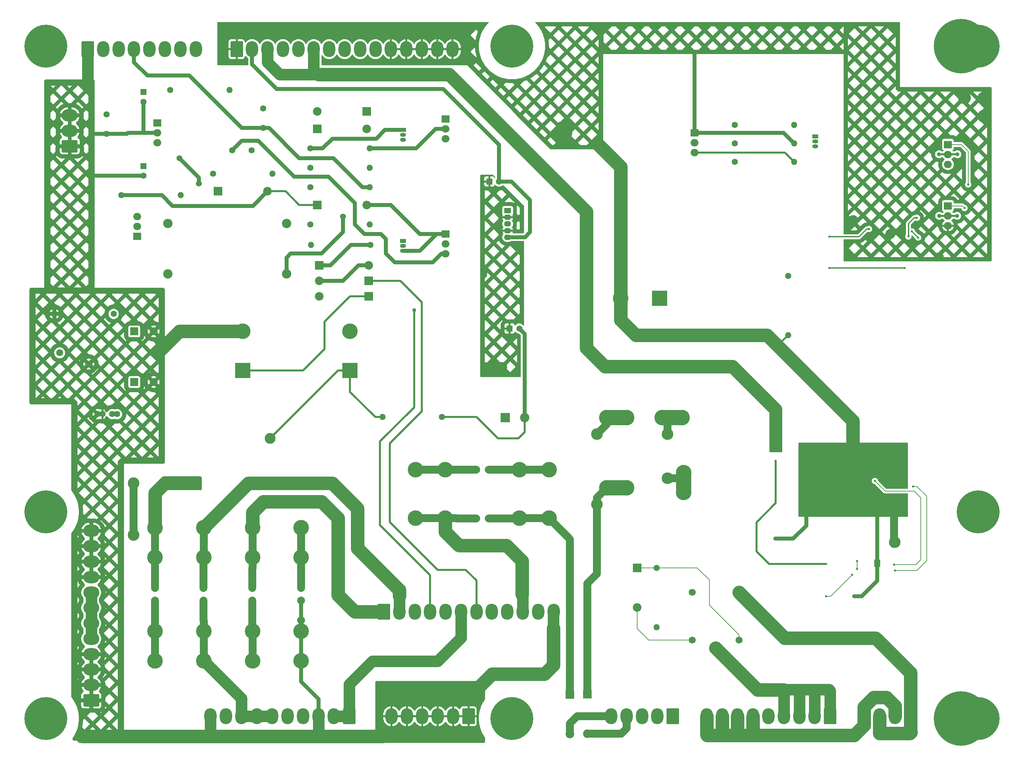
<source format=gbr>
%TF.GenerationSoftware,KiCad,Pcbnew,8.0.8*%
%TF.CreationDate,2025-07-01T22:14:08-04:00*%
%TF.ProjectId,Power Supply,506f7765-7220-4537-9570-706c792e6b69,rev?*%
%TF.SameCoordinates,Original*%
%TF.FileFunction,Copper,L2,Bot*%
%TF.FilePolarity,Positive*%
%FSLAX46Y46*%
G04 Gerber Fmt 4.6, Leading zero omitted, Abs format (unit mm)*
G04 Created by KiCad (PCBNEW 8.0.8) date 2025-07-01 22:14:08*
%MOMM*%
%LPD*%
G01*
G04 APERTURE LIST*
G04 Aperture macros list*
%AMRoundRect*
0 Rectangle with rounded corners*
0 $1 Rounding radius*
0 $2 $3 $4 $5 $6 $7 $8 $9 X,Y pos of 4 corners*
0 Add a 4 corners polygon primitive as box body*
4,1,4,$2,$3,$4,$5,$6,$7,$8,$9,$2,$3,0*
0 Add four circle primitives for the rounded corners*
1,1,$1+$1,$2,$3*
1,1,$1+$1,$4,$5*
1,1,$1+$1,$6,$7*
1,1,$1+$1,$8,$9*
0 Add four rect primitives between the rounded corners*
20,1,$1+$1,$2,$3,$4,$5,0*
20,1,$1+$1,$4,$5,$6,$7,0*
20,1,$1+$1,$6,$7,$8,$9,0*
20,1,$1+$1,$8,$9,$2,$3,0*%
G04 Aperture macros list end*
%TA.AperFunction,ComponentPad*%
%ADD10C,1.600000*%
%TD*%
%TA.AperFunction,ComponentPad*%
%ADD11R,2.000000X1.905000*%
%TD*%
%TA.AperFunction,ComponentPad*%
%ADD12O,2.000000X1.905000*%
%TD*%
%TA.AperFunction,ComponentPad*%
%ADD13R,2.200000X2.200000*%
%TD*%
%TA.AperFunction,ComponentPad*%
%ADD14O,2.200000X2.200000*%
%TD*%
%TA.AperFunction,ComponentPad*%
%ADD15R,1.600000X1.600000*%
%TD*%
%TA.AperFunction,ComponentPad*%
%ADD16C,4.000000*%
%TD*%
%TA.AperFunction,ComponentPad*%
%ADD17C,2.000000*%
%TD*%
%TA.AperFunction,ComponentPad*%
%ADD18O,1.600000X1.600000*%
%TD*%
%TA.AperFunction,ComponentPad*%
%ADD19C,0.900000*%
%TD*%
%TA.AperFunction,ComponentPad*%
%ADD20C,11.000000*%
%TD*%
%TA.AperFunction,ComponentPad*%
%ADD21RoundRect,0.250000X1.330000X1.800000X-1.330000X1.800000X-1.330000X-1.800000X1.330000X-1.800000X0*%
%TD*%
%TA.AperFunction,ComponentPad*%
%ADD22O,3.160000X4.100000*%
%TD*%
%TA.AperFunction,ComponentPad*%
%ADD23R,4.000000X4.000000*%
%TD*%
%TA.AperFunction,ComponentPad*%
%ADD24R,1.500000X1.050000*%
%TD*%
%TA.AperFunction,ComponentPad*%
%ADD25O,1.500000X1.050000*%
%TD*%
%TA.AperFunction,ComponentPad*%
%ADD26C,2.400000*%
%TD*%
%TA.AperFunction,ComponentPad*%
%ADD27O,2.400000X2.400000*%
%TD*%
%TA.AperFunction,ComponentPad*%
%ADD28R,2.400000X2.400000*%
%TD*%
%TA.AperFunction,ComponentPad*%
%ADD29R,2.000000X2.000000*%
%TD*%
%TA.AperFunction,ComponentPad*%
%ADD30RoundRect,0.250000X1.800000X-1.330000X1.800000X1.330000X-1.800000X1.330000X-1.800000X-1.330000X0*%
%TD*%
%TA.AperFunction,ComponentPad*%
%ADD31O,4.100000X3.160000*%
%TD*%
%TA.AperFunction,ComponentPad*%
%ADD32C,2.800000*%
%TD*%
%TA.AperFunction,ComponentPad*%
%ADD33C,1.803400*%
%TD*%
%TA.AperFunction,SMDPad,CuDef*%
%ADD34R,4.000000X5.180000*%
%TD*%
%TA.AperFunction,ComponentPad*%
%ADD35C,3.000000*%
%TD*%
%TA.AperFunction,SMDPad,CuDef*%
%ADD36R,5.180000X4.000000*%
%TD*%
%TA.AperFunction,ComponentPad*%
%ADD37C,14.000000*%
%TD*%
%TA.AperFunction,HeatsinkPad*%
%ADD38C,0.600000*%
%TD*%
%TA.AperFunction,HeatsinkPad*%
%ADD39R,1.570000X1.890000*%
%TD*%
%TA.AperFunction,ComponentPad*%
%ADD40RoundRect,0.250000X-1.330000X-1.800000X1.330000X-1.800000X1.330000X1.800000X-1.330000X1.800000X0*%
%TD*%
%TA.AperFunction,ComponentPad*%
%ADD41C,1.800000*%
%TD*%
%TA.AperFunction,ComponentPad*%
%ADD42R,1.800000X1.400000*%
%TD*%
%TA.AperFunction,ComponentPad*%
%ADD43O,1.800000X1.400000*%
%TD*%
%TA.AperFunction,ViaPad*%
%ADD44C,3.000000*%
%TD*%
%TA.AperFunction,ViaPad*%
%ADD45C,1.500000*%
%TD*%
%TA.AperFunction,ViaPad*%
%ADD46C,0.600000*%
%TD*%
%TA.AperFunction,ViaPad*%
%ADD47C,1.000000*%
%TD*%
%TA.AperFunction,Conductor*%
%ADD48C,3.500000*%
%TD*%
%TA.AperFunction,Conductor*%
%ADD49C,1.000000*%
%TD*%
%TA.AperFunction,Conductor*%
%ADD50C,3.000000*%
%TD*%
%TA.AperFunction,Conductor*%
%ADD51C,0.500000*%
%TD*%
%TA.AperFunction,Conductor*%
%ADD52C,2.000000*%
%TD*%
%TA.AperFunction,Conductor*%
%ADD53C,0.300000*%
%TD*%
%TA.AperFunction,Conductor*%
%ADD54C,0.200000*%
%TD*%
G04 APERTURE END LIST*
D10*
%TO.P,C16,1*%
%TO.N,/High Voltage Supplies/-98VDC*%
X110500000Y-66750000D03*
%TO.P,C16,2*%
%TO.N,GND*%
X110500000Y-71750000D03*
%TD*%
D11*
%TO.P,TR6,1,B*%
%TO.N,Net-(TR6-B)*%
X118445000Y-98040000D03*
D12*
%TO.P,TR6,2,C*%
%TO.N,Net-(TR6-C)*%
X118445000Y-95500000D03*
%TO.P,TR6,3,E*%
%TO.N,/High Voltage Supplies/-98VDC*%
X118445000Y-92960000D03*
%TD*%
D10*
%TO.P,C13,1*%
%TO.N,/High Voltage Supplies/+68VDC*%
X150750000Y-70250000D03*
%TO.P,C13,2*%
%TO.N,GND*%
X150750000Y-65250000D03*
%TD*%
D13*
%TO.P,D7,1,K*%
%TO.N,/High Voltage Supplies/100VAC*%
X177850000Y-109500000D03*
D14*
%TO.P,D7,2,A*%
%TO.N,Net-(D7-A)*%
X165150000Y-109500000D03*
%TD*%
D13*
%TO.P,D13,1,K*%
%TO.N,Net-(D13-K)*%
X234000000Y-215670000D03*
D14*
%TO.P,D13,2,A*%
%TO.N,Net-(CN7-Pin_4)*%
X234000000Y-225830000D03*
%TD*%
D15*
%TO.P,C14,1*%
%TO.N,/+12V_DISP*%
X120000000Y-61000000D03*
D10*
%TO.P,C14,2*%
%TO.N,GND*%
X120000000Y-63500000D03*
%TD*%
D16*
%TO.P,F4,1*%
%TO.N,/+18V*%
X148000000Y-172906200D03*
X148000000Y-180526200D03*
D17*
X147955800Y-183342400D03*
X147955800Y-188422400D03*
%TO.P,F4,2*%
%TO.N,/+18V_F*%
X147955800Y-191622400D03*
X147955800Y-196702400D03*
D16*
X148000000Y-199500000D03*
X148000000Y-207120000D03*
%TD*%
D10*
%TO.P,R22,1*%
%TO.N,/+5V_F*%
X271810000Y-69440000D03*
D18*
%TO.P,R22,2*%
%TO.N,Net-(D2-REF)*%
X287050000Y-69440000D03*
%TD*%
D10*
%TO.P,R10,1*%
%TO.N,/High Voltage Supplies/-110VDC*%
X137880000Y-82000000D03*
D18*
%TO.P,R10,2*%
%TO.N,GND*%
X153120000Y-82000000D03*
%TD*%
D19*
%TO.P,H5,1*%
%TO.N,unconnected-(H5-Pad1)*%
X214630000Y-217794800D03*
X217556815Y-218992985D03*
X211703185Y-218992985D03*
X218755000Y-221919800D03*
D20*
X214630000Y-221919800D03*
D19*
X210505000Y-221919800D03*
X217556815Y-224846615D03*
X211703185Y-224846615D03*
X214630000Y-226044800D03*
%TD*%
D10*
%TO.P,R11,1*%
%TO.N,GND*%
X162880000Y-85500000D03*
D18*
%TO.P,R11,2*%
%TO.N,/High Voltage Supplies/+68VDC*%
X178120000Y-85500000D03*
%TD*%
D16*
%TO.P,F6,1*%
%TO.N,/+32VB*%
X123000000Y-172906200D03*
X123000000Y-180526200D03*
D17*
X122955800Y-183342400D03*
X122955800Y-188422400D03*
%TO.P,F6,2*%
%TO.N,/+32VB_F*%
X122955800Y-191622400D03*
X122955800Y-196702400D03*
D16*
X123000000Y-199500000D03*
X123000000Y-207120000D03*
%TD*%
D10*
%TO.P,R28,1*%
%TO.N,/+32VA_F*%
X112370000Y-118000000D03*
D18*
%TO.P,R28,2*%
%TO.N,GND*%
X97130000Y-118000000D03*
%TD*%
D21*
%TO.P,CN2,1,Pin_1*%
%TO.N,GND*%
X203477000Y-221361000D03*
D22*
%TO.P,CN2,2,Pin_2*%
X199517000Y-221361000D03*
%TO.P,CN2,3,Pin_3*%
X195557000Y-221361000D03*
%TO.P,CN2,4,Pin_4*%
X191597000Y-221361000D03*
%TO.P,CN2,5,Pin_5*%
X187637000Y-221361000D03*
%TO.P,CN2,6,Pin_6*%
X183677000Y-221361000D03*
%TD*%
D23*
%TO.P,C4,1*%
%TO.N,/+12VU*%
X252500000Y-114000000D03*
D16*
%TO.P,C4,2*%
%TO.N,GND*%
X242500000Y-114000000D03*
%TD*%
D13*
%TO.P,D14,1,K*%
%TO.N,Net-(D14-K)*%
X229500000Y-215750000D03*
D14*
%TO.P,D14,2,A*%
%TO.N,Net-(CN7-Pin_5)*%
X229500000Y-225910000D03*
%TD*%
D24*
%TO.P,D2,1,REF*%
%TO.N,Net-(D2-REF)*%
X292500000Y-72460000D03*
D25*
%TO.P,D2,2,A*%
%TO.N,GND*%
X292500000Y-73730000D03*
%TO.P,D2,3,K*%
%TO.N,Net-(D2-K)*%
X292500000Y-75000000D03*
%TD*%
D13*
%TO.P,D10,1,K*%
%TO.N,Net-(D10-K)*%
X164650000Y-90000000D03*
D14*
%TO.P,D10,2,A*%
%TO.N,Net-(D10-A)*%
X177350000Y-90000000D03*
%TD*%
D11*
%TO.P,TR3,1,B*%
%TO.N,Net-(D9-K)*%
X197555000Y-67960000D03*
D12*
%TO.P,TR3,2,C*%
%TO.N,Net-(D6-K)*%
X197555000Y-70500000D03*
%TO.P,TR3,3,E*%
%TO.N,/High Voltage Supplies/+68VDC*%
X197555000Y-73040000D03*
%TD*%
D21*
%TO.P,CN8,1,Pin_1*%
%TO.N,Net-(CN8-Pin_1)*%
X296300000Y-221361000D03*
D22*
%TO.P,CN8,2,Pin_2*%
X292340000Y-221361000D03*
%TO.P,CN8,3,Pin_3*%
X288380000Y-221361000D03*
%TO.P,CN8,4,Pin_4*%
X284420000Y-221361000D03*
%TO.P,CN8,5,Pin_5*%
%TO.N,unconnected-(CN8-Pin_5-Pad5)*%
X280460000Y-221361000D03*
%TO.P,CN8,6,Pin_6*%
%TO.N,Net-(CN8-Pin_6)*%
X276500000Y-221361000D03*
%TO.P,CN8,7,Pin_7*%
X272540000Y-221361000D03*
%TO.P,CN8,8,Pin_8*%
X268580000Y-221361000D03*
%TO.P,CN8,9,Pin_9*%
X264620000Y-221361000D03*
%TD*%
D16*
%TO.P,F2,1*%
%TO.N,/9VAC_1*%
X189906200Y-158000000D03*
X197526200Y-158000000D03*
D17*
X200342400Y-158044200D03*
X205422400Y-158044200D03*
%TO.P,F2,2*%
%TO.N,Net-(D13-K)*%
X208622400Y-158044200D03*
X213702400Y-158044200D03*
D16*
X216500000Y-158000000D03*
X224120000Y-158000000D03*
%TD*%
D26*
%TO.P,R14,1*%
%TO.N,GND*%
X156750000Y-94750000D03*
D27*
%TO.P,R14,2*%
%TO.N,Net-(TR6-C)*%
X126270000Y-94750000D03*
%TD*%
D28*
%TO.P,C1,1*%
%TO.N,GND*%
X212900000Y-144600000D03*
D26*
%TO.P,C1,2*%
%TO.N,/-12VU*%
X217900000Y-144600000D03*
%TD*%
D21*
%TO.P,CN7,1,Pin_1*%
%TO.N,Net-(CN7-Pin_1)*%
X255920000Y-221361000D03*
D22*
%TO.P,CN7,2,Pin_2*%
%TO.N,unconnected-(CN7-Pin_2-Pad2)*%
X251960000Y-221361000D03*
%TO.P,CN7,3,Pin_3*%
%TO.N,Net-(CN7-Pin_3)*%
X248000000Y-221361000D03*
%TO.P,CN7,4,Pin_4*%
%TO.N,Net-(CN7-Pin_4)*%
X244040000Y-221361000D03*
%TO.P,CN7,5,Pin_5*%
%TO.N,Net-(CN7-Pin_5)*%
X240080000Y-221361000D03*
%TD*%
D29*
%TO.P,C8b1,1*%
%TO.N,/+32VA_F*%
X117632323Y-122500000D03*
D17*
%TO.P,C8b1,2*%
%TO.N,GND*%
X122632323Y-122500000D03*
%TD*%
D30*
%TO.P,CN4,1,Pin_1*%
%TO.N,GND*%
X106605000Y-217280000D03*
D31*
%TO.P,CN4,2,Pin_2*%
X106605000Y-213320000D03*
%TO.P,CN4,3,Pin_3*%
X106605000Y-209360000D03*
%TO.P,CN4,4,Pin_4*%
X106605000Y-205400000D03*
%TO.P,CN4,5,Pin_5*%
%TO.N,/+18V_F*%
X106605000Y-201440000D03*
%TO.P,CN4,6,Pin_6*%
X106605000Y-197480000D03*
%TO.P,CN4,7,Pin_7*%
X106605000Y-193520000D03*
%TO.P,CN4,8,Pin_8*%
X106605000Y-189560000D03*
%TO.P,CN4,9,Pin_9*%
%TO.N,GND*%
X106605000Y-185600000D03*
%TO.P,CN4,10,Pin_10*%
X106605000Y-181640000D03*
%TO.P,CN4,11,Pin_11*%
X106605000Y-177680000D03*
%TO.P,CN4,12,Pin_12*%
X106605000Y-173720000D03*
%TD*%
D10*
%TO.P,R21,1*%
%TO.N,Net-(D1-K)*%
X251790000Y-183210000D03*
D18*
%TO.P,R21,2*%
%TO.N,Net-(CN7-Pin_3)*%
X251790000Y-198450000D03*
%TD*%
D32*
%TO.P,TP1,1,1*%
%TO.N,GND*%
X152500000Y-150000000D03*
%TD*%
D16*
%TO.P,F5,1*%
%TO.N,/+32VA*%
X135500000Y-172906200D03*
X135500000Y-180526200D03*
D17*
X135455800Y-183342400D03*
X135455800Y-188422400D03*
%TO.P,F5,2*%
%TO.N,/+32VA_F*%
X135455800Y-191622400D03*
X135455800Y-196702400D03*
D16*
X135500000Y-199500000D03*
X135500000Y-207120000D03*
%TD*%
D21*
%TO.P,CN9,1,Pin_1*%
%TO.N,Net-(CN9-Pin_1)*%
X316920000Y-221361000D03*
D22*
%TO.P,CN9,2,Pin_2*%
%TO.N,Net-(CN8-Pin_6)*%
X312960000Y-221361000D03*
%TO.P,CN9,3,Pin_3*%
%TO.N,Net-(CN9-Pin_1)*%
X309000000Y-221361000D03*
%TO.P,CN9,4,Pin_4*%
%TO.N,Net-(CN8-Pin_6)*%
X305040000Y-221361000D03*
%TD*%
D19*
%TO.P,H6,1*%
%TO.N,unconnected-(H6-Pad1)*%
X94945200Y-45100200D03*
X97872015Y-46298385D03*
X92018385Y-46298385D03*
X99070200Y-49225200D03*
D20*
X94945200Y-49225200D03*
D19*
X90820200Y-49225200D03*
X97872015Y-52152015D03*
X92018385Y-52152015D03*
X94945200Y-53350200D03*
%TD*%
D10*
%TO.P,R26,1*%
%TO.N,/-12VU*%
X196620000Y-144500000D03*
D18*
%TO.P,R26,2*%
%TO.N,GND*%
X181380000Y-144500000D03*
%TD*%
D16*
%TO.P,F7,1*%
%TO.N,/High Voltage Supplies/HV_COM*%
X160500000Y-172906200D03*
X160500000Y-180526200D03*
D17*
X160455800Y-183342400D03*
X160455800Y-188422400D03*
%TO.P,F7,2*%
%TO.N,GND*%
X160455800Y-191622400D03*
X160455800Y-196702400D03*
D16*
X160500000Y-199500000D03*
X160500000Y-207120000D03*
%TD*%
D13*
%TO.P,D6,1,K*%
%TO.N,Net-(D6-K)*%
X164650000Y-70500000D03*
D14*
%TO.P,D6,2,A*%
%TO.N,Net-(D6-A)*%
X177350000Y-70500000D03*
%TD*%
D15*
%TO.P,C15,1*%
%TO.N,/+18V_F*%
X120000000Y-80000000D03*
D10*
%TO.P,C15,2*%
%TO.N,GND*%
X120000000Y-82500000D03*
%TD*%
%TO.P,C12,1*%
%TO.N,GND*%
X147750000Y-76000000D03*
%TO.P,C12,2*%
%TO.N,/High Voltage Supplies/-110VDC*%
X142750000Y-76000000D03*
%TD*%
D11*
%TO.P,Q1,1,G*%
%TO.N,Net-(Q1-G)*%
X326555000Y-74500000D03*
D12*
%TO.P,Q1,2,D*%
%TO.N,/+12VU*%
X326555000Y-77040000D03*
%TO.P,Q1,3,S*%
%TO.N,Net-(Q1-S)*%
X326555000Y-79580000D03*
%TD*%
D10*
%TO.P,C9,1*%
%TO.N,/+32VA_F*%
X113250000Y-143750000D03*
X112000000Y-143750000D03*
%TO.P,C9,2*%
%TO.N,GND*%
X109500000Y-143750000D03*
X108250000Y-143750000D03*
%TD*%
D29*
%TO.P,C8a1,1*%
%TO.N,/+32VA_F*%
X117632323Y-135500000D03*
D17*
%TO.P,C8a1,2*%
%TO.N,GND*%
X122632323Y-135500000D03*
%TD*%
D13*
%TO.P,D9,1,K*%
%TO.N,Net-(D9-K)*%
X177350000Y-66000000D03*
D14*
%TO.P,D9,2,A*%
%TO.N,GND*%
X164650000Y-66000000D03*
%TD*%
D19*
%TO.P,H2,1*%
%TO.N,unconnected-(H2-Pad1)*%
X334314800Y-164708800D03*
X337241615Y-165906985D03*
X331387985Y-165906985D03*
X338439800Y-168833800D03*
D20*
X334314800Y-168833800D03*
D19*
X330189800Y-168833800D03*
X337241615Y-171760615D03*
X331387985Y-171760615D03*
X334314800Y-172958800D03*
%TD*%
D26*
%TO.P,R15,1*%
%TO.N,Net-(D5-K)*%
X126255000Y-107750000D03*
D27*
%TO.P,R15,2*%
%TO.N,Net-(D6-K)*%
X156735000Y-107750000D03*
%TD*%
D10*
%TO.P,R24,1*%
%TO.N,/+5V_F*%
X271810000Y-78940000D03*
D18*
%TO.P,R24,2*%
%TO.N,Net-(D2-K)*%
X287050000Y-78940000D03*
%TD*%
D10*
%TO.P,R17,1*%
%TO.N,Net-(D10-K)*%
X114380000Y-87500000D03*
D18*
%TO.P,R17,2*%
%TO.N,Net-(TR6-B)*%
X129620000Y-87500000D03*
%TD*%
D23*
%TO.P,C10,1*%
%TO.N,Net-(D5-K)*%
X145500000Y-132500000D03*
D16*
%TO.P,C10,2*%
%TO.N,GND*%
X145500000Y-122500000D03*
%TD*%
D11*
%TO.P,D3,1,A2*%
%TO.N,GND*%
X261500000Y-71500000D03*
D12*
%TO.P,D3,2,A1*%
%TO.N,/+5V_F*%
X261500000Y-74040000D03*
%TO.P,D3,3,G*%
%TO.N,Net-(D2-K)*%
X261500000Y-76580000D03*
%TD*%
D33*
%TO.P,RY1,1*%
%TO.N,Net-(CN8-Pin_1)*%
X266891000Y-203784000D03*
%TO.P,RY1,2*%
%TO.N,Net-(D1-K)*%
X272890999Y-201784000D03*
%TO.P,RY1,3*%
%TO.N,Net-(CN9-Pin_1)*%
X272890999Y-189534001D03*
%TO.P,RY1,4*%
%TO.N,unconnected-(RY1-Pad4)*%
X260891001Y-189534001D03*
%TO.P,RY1,5*%
%TO.N,Net-(CN7-Pin_1)*%
X260891001Y-201784000D03*
%TD*%
D30*
%TO.P,CN10,1,Pin_1*%
%TO.N,GND*%
X101092000Y-74930000D03*
D31*
%TO.P,CN10,2,Pin_2*%
X101092000Y-70970000D03*
%TO.P,CN10,3,Pin_3*%
X101092000Y-67010000D03*
%TD*%
D10*
%TO.P,R8,1*%
%TO.N,GND*%
X162880000Y-80500000D03*
D18*
%TO.P,R8,2*%
%TO.N,Net-(D6-A)*%
X178120000Y-80500000D03*
%TD*%
D16*
%TO.P,F1,1*%
%TO.N,/9VAC_2*%
X189906200Y-170500000D03*
X197526200Y-170500000D03*
D17*
X200342400Y-170544200D03*
X205422400Y-170544200D03*
%TO.P,F1,2*%
%TO.N,Net-(D14-K)*%
X208622400Y-170544200D03*
X213702400Y-170544200D03*
D16*
X216500000Y-170500000D03*
X224120000Y-170500000D03*
%TD*%
D21*
%TO.P,CN3,1,Pin_1*%
%TO.N,Net-(CN1-Pin_6)*%
X172870000Y-221361000D03*
D22*
%TO.P,CN3,2,Pin_2*%
X168910000Y-221361000D03*
%TO.P,CN3,3,Pin_3*%
%TO.N,GND*%
X164950000Y-221361000D03*
%TO.P,CN3,4,Pin_4*%
%TO.N,/+32VB_F*%
X160990000Y-221361000D03*
%TO.P,CN3,5,Pin_5*%
X157030000Y-221361000D03*
%TO.P,CN3,6,Pin_6*%
%TO.N,/+32VA_F*%
X153070000Y-221361000D03*
%TO.P,CN3,7,Pin_7*%
X149110000Y-221361000D03*
%TO.P,CN3,8,Pin_8*%
X145150000Y-221361000D03*
%TO.P,CN3,9,Pin_9*%
%TO.N,unconnected-(CN3-Pin_9-Pad9)*%
X141190000Y-221361000D03*
%TO.P,CN3,10,Pin_10*%
%TO.N,GND*%
X137230000Y-221361000D03*
%TD*%
D10*
%TO.P,R27,1*%
%TO.N,/+12VU*%
X285500000Y-108250000D03*
D18*
%TO.P,R27,2*%
%TO.N,GND*%
X285500000Y-123490000D03*
%TD*%
D23*
%TO.P,C11,1*%
%TO.N,GND*%
X173000000Y-132500000D03*
D16*
%TO.P,C11,2*%
%TO.N,Net-(D7-A)*%
X173000000Y-122500000D03*
%TD*%
%TO.P,DB1,1,+*%
%TO.N,/+12VU*%
X258740000Y-163840000D03*
D34*
X258740000Y-161350000D03*
D16*
X258740000Y-158760000D03*
D35*
X254540000Y-160240000D03*
D16*
%TO.P,DB1,2*%
%TO.N,Net-(D13-K)*%
X244015000Y-162700000D03*
D36*
X241525000Y-162700000D03*
D16*
X238935000Y-162700000D03*
D35*
X236440000Y-166940000D03*
D16*
%TO.P,DB1,3*%
%TO.N,Net-(D14-K)*%
X258315000Y-144600000D03*
D36*
X255825000Y-144600000D03*
D35*
X254540000Y-148840000D03*
D16*
X253235000Y-144600000D03*
%TO.P,DB1,4,-*%
%TO.N,/-12VU*%
X244015000Y-144600000D03*
D36*
X241525000Y-144600000D03*
D16*
X238935000Y-144600000D03*
D35*
X236440000Y-148840000D03*
%TD*%
D19*
%TO.P,H1,1*%
%TO.N,unconnected-(H1-Pad1)*%
X334314800Y-45100200D03*
X337241615Y-46298385D03*
X338439800Y-49225200D03*
D20*
X334314800Y-49225200D03*
D37*
X329869800Y-49225200D03*
D19*
X337241615Y-52152015D03*
X334314800Y-53350200D03*
%TD*%
D13*
%TO.P,D5,1,K*%
%TO.N,Net-(D5-K)*%
X177850000Y-113500000D03*
D14*
%TO.P,D5,2,A*%
%TO.N,/High Voltage Supplies/90VAC*%
X165150000Y-113500000D03*
%TD*%
D24*
%TO.P,TR2,1,E*%
%TO.N,Net-(TR2-E)*%
X186640000Y-99230000D03*
D25*
%TO.P,TR2,2,B*%
%TO.N,Net-(D8-K)*%
X186640000Y-100500000D03*
%TO.P,TR2,3,C*%
%TO.N,Net-(D10-A)*%
X186640000Y-101770000D03*
%TD*%
D10*
%TO.P,R16,1*%
%TO.N,/+12V_DISP*%
X126880000Y-60500000D03*
D18*
%TO.P,R16,2*%
%TO.N,GND*%
X142120000Y-60500000D03*
%TD*%
D15*
%TO.P,C23,1*%
%TO.N,GND*%
X208817621Y-84000000D03*
D10*
%TO.P,C23,2*%
%TO.N,/12V Supplies/-12V_REG*%
X211317621Y-84000000D03*
%TD*%
%TO.P,R23,1*%
%TO.N,Net-(D2-REF)*%
X271810000Y-74190000D03*
D18*
%TO.P,R23,2*%
%TO.N,GND*%
X287050000Y-74190000D03*
%TD*%
D15*
%TO.P,C22,1*%
%TO.N,GND*%
X214000000Y-121750000D03*
D10*
%TO.P,C22,2*%
%TO.N,/-12VU*%
X216500000Y-121750000D03*
%TD*%
%TO.P,R12,1*%
%TO.N,Net-(TR1-E)*%
X162880000Y-75500000D03*
D18*
%TO.P,R12,2*%
%TO.N,Net-(D6-K)*%
X178120000Y-75500000D03*
%TD*%
D13*
%TO.P,D11,1,K*%
%TO.N,GND*%
X139150000Y-86500000D03*
D14*
%TO.P,D11,2,A*%
%TO.N,Net-(D10-K)*%
X151850000Y-86500000D03*
%TD*%
D38*
%TO.P,U2,9,EP*%
%TO.N,GND*%
X307875000Y-181385000D03*
X307875000Y-182675000D03*
D39*
X308360000Y-182030000D03*
D38*
X308845000Y-181385000D03*
X308845000Y-182675000D03*
%TD*%
D10*
%TO.P,R9,1*%
%TO.N,Net-(D8-K)*%
X178250000Y-100250000D03*
D18*
%TO.P,R9,2*%
%TO.N,GND*%
X163010000Y-100250000D03*
%TD*%
D10*
%TO.P,R13,1*%
%TO.N,Net-(TR2-E)*%
X162880000Y-95000000D03*
D18*
%TO.P,R13,2*%
%TO.N,Net-(D7-A)*%
X178120000Y-95000000D03*
%TD*%
D19*
%TO.P,H7,1*%
%TO.N,unconnected-(H7-Pad1)*%
X94945200Y-164708800D03*
X97872015Y-165906985D03*
X92018385Y-165906985D03*
X99070200Y-168833800D03*
D20*
X94945200Y-168833800D03*
D19*
X90820200Y-168833800D03*
X97872015Y-171760615D03*
X92018385Y-171760615D03*
X94945200Y-172958800D03*
%TD*%
D13*
%TO.P,D1,1,K*%
%TO.N,Net-(D1-K)*%
X246790000Y-183250000D03*
D14*
%TO.P,D1,2,A*%
%TO.N,Net-(CN7-Pin_1)*%
X246790000Y-193410000D03*
%TD*%
D13*
%TO.P,D8,1,K*%
%TO.N,Net-(D8-K)*%
X165150000Y-105500000D03*
D14*
%TO.P,D8,2,A*%
%TO.N,Net-(D7-A)*%
X177850000Y-105500000D03*
%TD*%
D40*
%TO.P,CN6,1,Pin_1*%
%TO.N,GND*%
X143940000Y-50000000D03*
D22*
%TO.P,CN6,2,Pin_2*%
%TO.N,/12V Supplies/-12V_REG*%
X147900000Y-50000000D03*
%TO.P,CN6,3,Pin_3*%
%TO.N,/12V Supplies/+12V_REG*%
X151860000Y-50000000D03*
%TO.P,CN6,4,Pin_4*%
%TO.N,unconnected-(CN6-Pin_4-Pad4)*%
X155820000Y-50000000D03*
%TO.P,CN6,5,Pin_5*%
%TO.N,unconnected-(CN6-Pin_5-Pad5)*%
X159780000Y-50000000D03*
%TO.P,CN6,6,Pin_6*%
%TO.N,/12V Supplies/+12V_REG*%
X163740000Y-50000000D03*
%TO.P,CN6,7,Pin_7*%
%TO.N,/+5V_F*%
X167700000Y-50000000D03*
%TO.P,CN6,8,Pin_8*%
X171660000Y-50000000D03*
%TO.P,CN6,9,Pin_9*%
X175620000Y-50000000D03*
%TO.P,CN6,10,Pin_10*%
X179580000Y-50000000D03*
%TO.P,CN6,11,Pin_11*%
%TO.N,GND*%
X183540000Y-50000000D03*
%TO.P,CN6,12,Pin_12*%
X187500000Y-50000000D03*
%TO.P,CN6,13,Pin_13*%
X191460000Y-50000000D03*
%TO.P,CN6,14,Pin_14*%
X195420000Y-50000000D03*
%TO.P,CN6,15,Pin_15*%
X199380000Y-50000000D03*
%TD*%
D19*
%TO.P,H4,1*%
%TO.N,unconnected-(H4-Pad1)*%
X214630000Y-45100200D03*
X217556815Y-46298385D03*
X211703185Y-46298385D03*
X218755000Y-49225200D03*
D20*
X214630000Y-49225200D03*
D19*
X210505000Y-49225200D03*
X217556815Y-52152015D03*
X211703185Y-52152015D03*
X214630000Y-53350200D03*
%TD*%
D40*
%TO.P,CN5,1,Pin_1*%
%TO.N,GND*%
X105722000Y-50000000D03*
D22*
%TO.P,CN5,2,Pin_2*%
%TO.N,/High Voltage Supplies/-98VDC*%
X109682000Y-50000000D03*
%TO.P,CN5,3,Pin_3*%
%TO.N,/High Voltage Supplies/-110VDC*%
X113642000Y-50000000D03*
%TO.P,CN5,4,Pin_4*%
%TO.N,/High Voltage Supplies/+68VDC*%
X117602000Y-50000000D03*
%TO.P,CN5,5,Pin_5*%
%TO.N,/+12V_DISP*%
X121562000Y-50000000D03*
%TO.P,CN5,6,Pin_6*%
%TO.N,/+5V_F*%
X125522000Y-50000000D03*
%TO.P,CN5,7,Pin_7*%
%TO.N,unconnected-(CN5-Pin_7-Pad7)*%
X129482000Y-50000000D03*
%TO.P,CN5,8,Pin_8*%
%TO.N,unconnected-(CN5-Pin_8-Pad8)*%
X133442000Y-50000000D03*
%TD*%
D11*
%TO.P,VR1,1,VI*%
%TO.N,/+18V_F*%
X123555000Y-68960000D03*
D12*
%TO.P,VR1,2,GND*%
%TO.N,GND*%
X123555000Y-71500000D03*
%TO.P,VR1,3,VO*%
%TO.N,/+12V_DISP*%
X123555000Y-74040000D03*
%TD*%
D41*
%TO.P,Z1,1*%
%TO.N,/+32VA_F*%
X98500000Y-128000000D03*
%TO.P,Z1,2*%
%TO.N,GND*%
X106000000Y-130900000D03*
%TD*%
D24*
%TO.P,TR1,1,E*%
%TO.N,Net-(TR1-E)*%
X186640000Y-70730000D03*
D25*
%TO.P,TR1,2,B*%
%TO.N,Net-(D6-A)*%
X186640000Y-72000000D03*
%TO.P,TR1,3,C*%
%TO.N,Net-(D9-K)*%
X186640000Y-73270000D03*
%TD*%
D40*
%TO.P,CN1,1,Pin_1*%
%TO.N,/+18V*%
X181740000Y-194500000D03*
D22*
%TO.P,CN1,2,Pin_2*%
%TO.N,/+32VA*%
X185700000Y-194500000D03*
%TO.P,CN1,3,Pin_3*%
%TO.N,/+32VB*%
X189660000Y-194500000D03*
%TO.P,CN1,4,Pin_4*%
%TO.N,/High Voltage Supplies/90VAC*%
X193620000Y-194500000D03*
%TO.P,CN1,5,Pin_5*%
%TO.N,unconnected-(CN1-Pin_5-Pad5)*%
X197580000Y-194500000D03*
%TO.P,CN1,6,Pin_6*%
%TO.N,Net-(CN1-Pin_6)*%
X201540000Y-194500000D03*
%TO.P,CN1,7,Pin_7*%
%TO.N,/High Voltage Supplies/100VAC*%
X205500000Y-194500000D03*
%TO.P,CN1,8,Pin_8*%
%TO.N,unconnected-(CN1-Pin_8-Pad8)*%
X209460000Y-194500000D03*
%TO.P,CN1,9,Pin_9*%
%TO.N,/High Voltage Supplies/HV_COM*%
X213420000Y-194500000D03*
%TO.P,CN1,10,Pin_10*%
%TO.N,/9VAC_2*%
X217380000Y-194500000D03*
%TO.P,CN1,11,Pin_11*%
%TO.N,/9VAC_1*%
X221340000Y-194500000D03*
%TO.P,CN1,12,Pin_12*%
%TO.N,GND*%
X225300000Y-194500000D03*
%TD*%
D11*
%TO.P,Q2,1,G*%
%TO.N,Net-(Q2-G)*%
X326555000Y-90250000D03*
D12*
%TO.P,Q2,2,D*%
%TO.N,Net-(Q1-S)*%
X326555000Y-92790000D03*
%TO.P,Q2,3,S*%
%TO.N,GND*%
X326555000Y-95330000D03*
%TD*%
D19*
%TO.P,H8,1*%
%TO.N,unconnected-(H8-Pad1)*%
X94945200Y-217794800D03*
X97872015Y-218992985D03*
X92018385Y-218992985D03*
X99070200Y-221919800D03*
D20*
X94945200Y-221919800D03*
D19*
X90820200Y-221919800D03*
X97872015Y-224846615D03*
X92018385Y-224846615D03*
X94945200Y-226044800D03*
%TD*%
D42*
%TO.P,U3,1,ADJ*%
%TO.N,Net-(U3-ADJ)*%
X213500000Y-91500000D03*
D43*
%TO.P,U3,2,~{ON}/OFF*%
%TO.N,GND*%
X213500000Y-93200000D03*
%TO.P,U3,3,IN*%
%TO.N,/-12VU*%
X213500000Y-94900000D03*
%TO.P,U3,4,GND*%
%TO.N,GND*%
X213500000Y-96600000D03*
%TO.P,U3,5,OUT*%
%TO.N,/12V Supplies/-12V_REG*%
X213500000Y-98300000D03*
%TD*%
D11*
%TO.P,TR4,1,B*%
%TO.N,Net-(D10-A)*%
X197555000Y-97460000D03*
D12*
%TO.P,TR4,2,C*%
%TO.N,Net-(D7-A)*%
X197555000Y-100000000D03*
%TO.P,TR4,3,E*%
%TO.N,/High Voltage Supplies/-110VDC*%
X197555000Y-102540000D03*
%TD*%
D19*
%TO.P,H3,1*%
%TO.N,unconnected-(H3-Pad1)*%
X334314800Y-217794800D03*
X337241615Y-218992985D03*
X338439800Y-221919800D03*
D20*
X334314800Y-221919800D03*
D37*
X329869800Y-221919800D03*
D19*
X337241615Y-224846615D03*
X334314800Y-226044800D03*
%TD*%
D44*
%TO.N,GND*%
X335750000Y-62500000D03*
D45*
X210500000Y-131750000D03*
X212000000Y-131750000D03*
D46*
X302500000Y-190500000D03*
D45*
X228750000Y-74500000D03*
X212000000Y-133250000D03*
X227250000Y-74500000D03*
D46*
X324200000Y-103500000D03*
X317250000Y-95500000D03*
X306300000Y-98100000D03*
X317000000Y-99300000D03*
X207000000Y-107750000D03*
D47*
X282250000Y-175750000D03*
D45*
X209000000Y-133250000D03*
X210500000Y-133250000D03*
X228750000Y-70000000D03*
D44*
X330800000Y-62500000D03*
D45*
X227250000Y-71500000D03*
X228750000Y-73000000D03*
X209000000Y-131750000D03*
D44*
X335750000Y-67200000D03*
X312875000Y-176625000D03*
D45*
X227250000Y-73000000D03*
D47*
X315200000Y-160500000D03*
D45*
X207500000Y-131750000D03*
X207500000Y-133250000D03*
D46*
X302200000Y-93900000D03*
D45*
X228750000Y-71500000D03*
X227250000Y-70000000D03*
D46*
X300500000Y-103250000D03*
X311750000Y-97475000D03*
D47*
%TO.N,/High Voltage Supplies/90VAC*%
X189500000Y-117000000D03*
D46*
%TO.N,/+12VU*%
X315400000Y-106200000D03*
D47*
X329000000Y-77000000D03*
D46*
X296100000Y-98200000D03*
X306300000Y-96175000D03*
D47*
X324250000Y-77000000D03*
D46*
X296100000Y-106200000D03*
D45*
%TO.N,/12V Supplies/+12V_REG*%
X281500000Y-144500000D03*
X281500000Y-146000000D03*
X283250000Y-150500000D03*
X281500000Y-147500000D03*
X283250000Y-144500000D03*
D46*
X295250000Y-182250000D03*
D45*
X281500000Y-150500000D03*
D46*
X282340000Y-155750000D03*
D45*
X283250000Y-147500000D03*
X281500000Y-149000000D03*
X283250000Y-146000000D03*
X283250000Y-149000000D03*
D46*
%TO.N,Net-(U1-BST)*%
X317300000Y-96800000D03*
X318900000Y-98400000D03*
D47*
%TO.N,Net-(Q1-S)*%
X328900000Y-92800000D03*
D46*
X318600000Y-93300000D03*
X316400000Y-98100000D03*
D47*
X324310000Y-92790000D03*
D46*
%TO.N,Net-(U2-FB)*%
X295250000Y-190500000D03*
X302000000Y-185000000D03*
D45*
%TO.N,Net-(D6-K)*%
X171250000Y-93000000D03*
D46*
%TO.N,Net-(Q1-G)*%
X331750000Y-84750000D03*
%TO.N,Net-(Q2-G)*%
X330800000Y-90800000D03*
%TO.N,Net-(U2-ISEN)*%
X317600000Y-162300000D03*
X313000000Y-183900000D03*
%TO.N,Net-(Q3-G)*%
X307800000Y-160900000D03*
X312700000Y-182400000D03*
%TO.N,Net-(U2-RT)*%
X303250000Y-181500000D03*
X303250000Y-183500000D03*
D44*
%TO.N,/+32VA_F*%
X117500000Y-161500000D03*
X117500000Y-174750000D03*
D45*
%TO.N,/+18V_F*%
X134250000Y-84500000D03*
X129250000Y-78000000D03*
%TO.N,/+32VB*%
X133750000Y-162250000D03*
X130750000Y-162250000D03*
X126250000Y-162250000D03*
X129250000Y-162250000D03*
X127750000Y-162250000D03*
X130750000Y-160750000D03*
X132250000Y-162250000D03*
X126250000Y-160750000D03*
X133750000Y-160750000D03*
X132250000Y-160750000D03*
X127750000Y-160750000D03*
X129250000Y-160750000D03*
%TD*%
D48*
%TO.N,GND*%
X223000000Y-210500000D02*
X225250000Y-208250000D01*
D49*
X116000000Y-71500000D02*
X115750000Y-71750000D01*
X160500000Y-199500000D02*
X160500000Y-207120000D01*
D50*
X137230000Y-226230000D02*
X137500000Y-226500000D01*
D48*
X282550000Y-125950000D02*
X302100000Y-145500000D01*
X209500000Y-210500000D02*
X223000000Y-210500000D01*
X137500000Y-226500000D02*
X104200000Y-226500000D01*
D50*
X164950000Y-221361000D02*
X164950000Y-226450000D01*
D49*
X261500000Y-71500000D02*
X284360000Y-71500000D01*
X160455800Y-191622400D02*
X160455800Y-196702400D01*
X302500000Y-190500000D02*
X304400000Y-190500000D01*
X120000000Y-63500000D02*
X120000000Y-71500000D01*
D48*
X302100000Y-145500000D02*
X302100000Y-152900000D01*
D50*
X137230000Y-221361000D02*
X137230000Y-226230000D01*
D49*
X160500000Y-212500000D02*
X164950000Y-216950000D01*
X160455800Y-196702400D02*
X160455800Y-199455800D01*
D50*
X164950000Y-226450000D02*
X165000000Y-226500000D01*
X225250000Y-194550000D02*
X225300000Y-194500000D01*
D51*
X283040000Y-125950000D02*
X282550000Y-125950000D01*
X109500000Y-143750000D02*
X109500000Y-145300000D01*
X179500000Y-144500000D02*
X173000000Y-138000000D01*
D48*
X242500000Y-89250000D02*
X242500000Y-80250000D01*
X246400000Y-123500000D02*
X280100000Y-123500000D01*
D50*
X105722000Y-50000000D02*
X105722000Y-58778000D01*
D49*
X308360000Y-182030000D02*
X308360000Y-169640000D01*
X120000000Y-71500000D02*
X116000000Y-71500000D01*
X120000000Y-82500000D02*
X106750000Y-82500000D01*
D51*
X170000000Y-132500000D02*
X152500000Y-150000000D01*
X173000000Y-132500000D02*
X170000000Y-132500000D01*
D49*
X304400000Y-190500000D02*
X308360000Y-186540000D01*
D48*
X205750000Y-214250000D02*
X209500000Y-210500000D01*
D51*
X173000000Y-138000000D02*
X173000000Y-132500000D01*
D49*
X282250000Y-175750000D02*
X286850000Y-175750000D01*
D52*
X312750000Y-176500000D02*
X312750000Y-169500000D01*
D49*
X123555000Y-71500000D02*
X120000000Y-71500000D01*
D48*
X129250000Y-122500000D02*
X123750000Y-128000000D01*
D49*
X160455800Y-199455800D02*
X160500000Y-199500000D01*
D51*
X285500000Y-123490000D02*
X283040000Y-125950000D01*
D49*
X164950000Y-216950000D02*
X164950000Y-221361000D01*
X290200000Y-172400000D02*
X290200000Y-169100000D01*
X286850000Y-175750000D02*
X290200000Y-172400000D01*
X110500000Y-71750000D02*
X107000000Y-71750000D01*
D48*
X145500000Y-122500000D02*
X129250000Y-122500000D01*
D49*
X284360000Y-71500000D02*
X287050000Y-74190000D01*
D48*
X242500000Y-114000000D02*
X242500000Y-89250000D01*
X280100000Y-123500000D02*
X282550000Y-125950000D01*
D49*
X308360000Y-186540000D02*
X308360000Y-182030000D01*
X261500000Y-71500000D02*
X261500000Y-50750000D01*
D52*
X183619000Y-221303000D02*
X183677000Y-221361000D01*
D48*
X181500000Y-226500000D02*
X165000000Y-226500000D01*
X242500000Y-114000000D02*
X242500000Y-119600000D01*
D51*
X109500000Y-143750000D02*
X109500000Y-142200000D01*
D48*
X242500000Y-80250000D02*
X236500000Y-74250000D01*
D52*
X160500000Y-196746600D02*
X160455800Y-196702400D01*
D50*
X105722000Y-58778000D02*
X105500000Y-59000000D01*
D48*
X242500000Y-119600000D02*
X246400000Y-123500000D01*
X225250000Y-208250000D02*
X225250000Y-198750000D01*
D49*
X115750000Y-71750000D02*
X110500000Y-71750000D01*
D48*
X165000000Y-226500000D02*
X137500000Y-226500000D01*
D51*
X181380000Y-144500000D02*
X179500000Y-144500000D01*
D49*
X160500000Y-207120000D02*
X160500000Y-212500000D01*
D50*
X225250000Y-198750000D02*
X225250000Y-194550000D01*
D51*
%TO.N,/High Voltage Supplies/90VAC*%
X189500000Y-117000000D02*
X189500000Y-142000000D01*
X180750000Y-172250000D02*
X193620000Y-185120000D01*
X189500000Y-142000000D02*
X180750000Y-150750000D01*
X180750000Y-150750000D02*
X180750000Y-172250000D01*
X193620000Y-185120000D02*
X193620000Y-194500000D01*
D53*
%TO.N,/+12VU*%
X303700000Y-98200000D02*
X296100000Y-98200000D01*
X305725000Y-96175000D02*
X303700000Y-98200000D01*
X306300000Y-96175000D02*
X305725000Y-96175000D01*
D52*
X257260000Y-160240000D02*
X258740000Y-158760000D01*
D51*
X324250000Y-77000000D02*
X329000000Y-77000000D01*
D52*
X254540000Y-160240000D02*
X257260000Y-160240000D01*
D53*
X315400000Y-106200000D02*
X296100000Y-106200000D01*
D51*
%TO.N,/High Voltage Supplies/100VAC*%
X195500000Y-183750000D02*
X202750000Y-183750000D01*
X186000000Y-109500000D02*
X191500000Y-115000000D01*
X177850000Y-109500000D02*
X186000000Y-109500000D01*
X183250000Y-151250000D02*
X183250000Y-171500000D01*
X205500000Y-186500000D02*
X205500000Y-194500000D01*
X183250000Y-171500000D02*
X195500000Y-183750000D01*
X191500000Y-143000000D02*
X183250000Y-151250000D01*
X202750000Y-183750000D02*
X205500000Y-186500000D01*
X191500000Y-115000000D02*
X191500000Y-143000000D01*
D52*
%TO.N,/High Voltage Supplies/HV_COM*%
X160455800Y-180570400D02*
X160500000Y-180526200D01*
X160455800Y-183342400D02*
X160455800Y-180570400D01*
X160500000Y-172906200D02*
X160500000Y-180526200D01*
X160455800Y-188422400D02*
X160455800Y-183342400D01*
D49*
%TO.N,/High Voltage Supplies/+68VDC*%
X117602000Y-53352000D02*
X121000000Y-56750000D01*
X150750000Y-70250000D02*
X152250000Y-70250000D01*
X160000000Y-78000000D02*
X168750000Y-78000000D01*
X131750000Y-56750000D02*
X145250000Y-70250000D01*
X152250000Y-70250000D02*
X160000000Y-78000000D01*
X176250000Y-85500000D02*
X178120000Y-85500000D01*
X168750000Y-78000000D02*
X176250000Y-85500000D01*
X121000000Y-56750000D02*
X131750000Y-56750000D01*
X117602000Y-50000000D02*
X117602000Y-53352000D01*
X145250000Y-70250000D02*
X150750000Y-70250000D01*
%TO.N,/High Voltage Supplies/-110VDC*%
X197555000Y-102540000D02*
X196460000Y-102540000D01*
X174250000Y-95000000D02*
X174250000Y-89500000D01*
X145250000Y-73500000D02*
X142750000Y-76000000D01*
X196460000Y-102540000D02*
X194250000Y-104750000D01*
X182250000Y-98750000D02*
X181000000Y-97500000D01*
X176750000Y-97500000D02*
X174250000Y-95000000D01*
X174250000Y-89500000D02*
X167500000Y-82750000D01*
X181000000Y-97500000D02*
X176750000Y-97500000D01*
X184500000Y-104750000D02*
X182250000Y-102500000D01*
X167500000Y-82750000D02*
X158750000Y-82750000D01*
X149500000Y-73500000D02*
X145250000Y-73500000D01*
X182250000Y-102500000D02*
X182250000Y-98750000D01*
X158750000Y-82750000D02*
X149500000Y-73500000D01*
X194250000Y-104750000D02*
X184500000Y-104750000D01*
D50*
%TO.N,Net-(CN1-Pin_6)*%
X195500000Y-207250000D02*
X178750000Y-207250000D01*
X168910000Y-221361000D02*
X172870000Y-221361000D01*
X172870000Y-213130000D02*
X172870000Y-221361000D01*
X201540000Y-194500000D02*
X201540000Y-201210000D01*
X178750000Y-207250000D02*
X172870000Y-213130000D01*
X201540000Y-201210000D02*
X195500000Y-207250000D01*
D49*
%TO.N,/-12VU*%
X217900000Y-144600000D02*
X217900000Y-123150000D01*
D52*
X238935000Y-146345000D02*
X236440000Y-148840000D01*
D51*
X216250000Y-150000000D02*
X217900000Y-148350000D01*
D49*
X217900000Y-123150000D02*
X216500000Y-121750000D01*
D51*
X205500000Y-144500000D02*
X211000000Y-150000000D01*
X196620000Y-144500000D02*
X205500000Y-144500000D01*
D52*
X238935000Y-144600000D02*
X238935000Y-146345000D01*
D51*
X217900000Y-148350000D02*
X217900000Y-144600000D01*
X211000000Y-150000000D02*
X216250000Y-150000000D01*
%TO.N,/12V Supplies/+12V_REG*%
X295250000Y-182250000D02*
X280650000Y-182250000D01*
X280650000Y-182250000D02*
X277400000Y-179000000D01*
D48*
X233750000Y-91750000D02*
X233750000Y-126750000D01*
D50*
X155000000Y-56500000D02*
X165000000Y-56500000D01*
D48*
X198500000Y-56500000D02*
X233750000Y-91750000D01*
X271250000Y-131500000D02*
X282250000Y-142500000D01*
X165000000Y-56500000D02*
X198500000Y-56500000D01*
X233750000Y-126750000D02*
X238500000Y-131500000D01*
D50*
X151860000Y-50000000D02*
X151860000Y-53360000D01*
X151860000Y-53360000D02*
X155000000Y-56500000D01*
D51*
X277400000Y-179000000D02*
X277400000Y-171540000D01*
D48*
X238500000Y-131500000D02*
X271250000Y-131500000D01*
D51*
X277400000Y-171540000D02*
X282340000Y-166600000D01*
X282340000Y-166600000D02*
X282340000Y-155750000D01*
D50*
X163740000Y-50000000D02*
X163740000Y-55240000D01*
D49*
%TO.N,/12V Supplies/-12V_REG*%
X219250000Y-97000000D02*
X217950000Y-98300000D01*
X214500000Y-84000000D02*
X211317621Y-84000000D01*
X219250000Y-97000000D02*
X219250000Y-88750000D01*
X211317621Y-74567621D02*
X211317621Y-84000000D01*
X154250000Y-60250000D02*
X197000000Y-60250000D01*
X219250000Y-88750000D02*
X214500000Y-84000000D01*
X213500000Y-98300000D02*
X217950000Y-98300000D01*
X197000000Y-60250000D02*
X211317621Y-74567621D01*
X147900000Y-53900000D02*
X154250000Y-60250000D01*
X147900000Y-50000000D02*
X147900000Y-53900000D01*
D54*
%TO.N,Net-(CN7-Pin_1)*%
X260891001Y-201784000D02*
X249744000Y-201784000D01*
X249744000Y-201784000D02*
X246790000Y-198830000D01*
X246790000Y-198830000D02*
X246790000Y-193410000D01*
D52*
%TO.N,Net-(CN7-Pin_4)*%
X234000000Y-225830000D02*
X242681000Y-225830000D01*
X242681000Y-225830000D02*
X244040000Y-224471000D01*
X244040000Y-224471000D02*
X244040000Y-221361000D01*
%TO.N,Net-(CN7-Pin_5)*%
X229500000Y-223250000D02*
X229500000Y-225910000D01*
X240080000Y-221361000D02*
X231389000Y-221361000D01*
X231389000Y-221361000D02*
X229500000Y-223250000D01*
D48*
%TO.N,Net-(CN8-Pin_6)*%
X276500000Y-226000000D02*
X276250000Y-226250000D01*
X272540000Y-226210000D02*
X272500000Y-226250000D01*
X268580000Y-221361000D02*
X268580000Y-226170000D01*
X310750000Y-216500000D02*
X312960000Y-218710000D01*
X312960000Y-218710000D02*
X312960000Y-221361000D01*
X272540000Y-221361000D02*
X272540000Y-226210000D01*
X268500000Y-226250000D02*
X272500000Y-226250000D01*
X272500000Y-226250000D02*
X276250000Y-226250000D01*
X276500000Y-221361000D02*
X276500000Y-226000000D01*
X305040000Y-218960000D02*
X307500000Y-216500000D01*
X276250000Y-226250000D02*
X302500000Y-226250000D01*
X305040000Y-221361000D02*
X305040000Y-218960000D01*
X264620000Y-221361000D02*
X264620000Y-226120000D01*
X264750000Y-226250000D02*
X268500000Y-226250000D01*
X305040000Y-223710000D02*
X305040000Y-221361000D01*
X264620000Y-226120000D02*
X264750000Y-226250000D01*
X268580000Y-226170000D02*
X268500000Y-226250000D01*
X302500000Y-226250000D02*
X305040000Y-223710000D01*
X307500000Y-216500000D02*
X310750000Y-216500000D01*
D50*
%TO.N,Net-(CN8-Pin_1)*%
X290500000Y-214500000D02*
X288000000Y-214500000D01*
D48*
X284420000Y-214580000D02*
X277687000Y-214580000D01*
D50*
X288380000Y-221361000D02*
X288380000Y-214880000D01*
X292500000Y-214500000D02*
X296000000Y-214500000D01*
X284420000Y-214580000D02*
X284500000Y-214500000D01*
X288380000Y-214880000D02*
X288000000Y-214500000D01*
D48*
X277687000Y-214580000D02*
X266891000Y-203784000D01*
D50*
X284420000Y-221361000D02*
X284420000Y-214580000D01*
X296300000Y-214800000D02*
X296000000Y-214500000D01*
X296300000Y-221361000D02*
X296300000Y-214800000D01*
X284500000Y-214500000D02*
X288000000Y-214500000D01*
X292340000Y-221361000D02*
X292340000Y-214660000D01*
X290500000Y-214500000D02*
X292500000Y-214500000D01*
X292340000Y-214660000D02*
X292500000Y-214500000D01*
D48*
%TO.N,Net-(CN9-Pin_1)*%
X308000000Y-201250000D02*
X284606998Y-201250000D01*
X309000000Y-225750000D02*
X316750000Y-225750000D01*
X317000000Y-225500000D02*
X316920000Y-225420000D01*
X316750000Y-225750000D02*
X317000000Y-225500000D01*
X316920000Y-225420000D02*
X316920000Y-221361000D01*
X316920000Y-210170000D02*
X308000000Y-201250000D01*
X309000000Y-221361000D02*
X309000000Y-225750000D01*
X284606998Y-201250000D02*
X272890999Y-189534001D01*
X316920000Y-221361000D02*
X316920000Y-210170000D01*
D52*
%TO.N,Net-(D13-K)*%
X213702400Y-158044200D02*
X208622400Y-158044200D01*
X224120000Y-158000000D02*
X216500000Y-158000000D01*
X236440000Y-166940000D02*
X236440000Y-184810000D01*
X216500000Y-158000000D02*
X213746600Y-158000000D01*
X213746600Y-158000000D02*
X213702400Y-158044200D01*
X236440000Y-165195000D02*
X238935000Y-162700000D01*
X236440000Y-184810000D02*
X234000000Y-187250000D01*
X236440000Y-166940000D02*
X236440000Y-165195000D01*
X234000000Y-187250000D02*
X234000000Y-215670000D01*
D53*
%TO.N,Net-(U1-BST)*%
X318900000Y-98400000D02*
X317300000Y-96800000D01*
%TO.N,Net-(Q1-S)*%
X318600000Y-93300000D02*
X317900000Y-93300000D01*
D51*
X326555000Y-92790000D02*
X324310000Y-92790000D01*
X328890000Y-92790000D02*
X328900000Y-92800000D01*
D53*
X316400000Y-94800000D02*
X316400000Y-98100000D01*
D51*
X326555000Y-92790000D02*
X328890000Y-92790000D01*
D53*
X317900000Y-93300000D02*
X316400000Y-94800000D01*
D49*
X324310000Y-92790000D02*
X324300000Y-92800000D01*
D51*
%TO.N,Net-(D5-K)*%
X166500000Y-127000000D02*
X161000000Y-132500000D01*
X173000000Y-113500000D02*
X166500000Y-120000000D01*
X177850000Y-113500000D02*
X173000000Y-113500000D01*
X161000000Y-132500000D02*
X145500000Y-132500000D01*
X166500000Y-120000000D02*
X166500000Y-127000000D01*
D49*
%TO.N,Net-(D7-A)*%
X175250000Y-105500000D02*
X177850000Y-105500000D01*
X171250000Y-109500000D02*
X175250000Y-105500000D01*
X165150000Y-109500000D02*
X171250000Y-109500000D01*
D54*
%TO.N,Net-(U2-FB)*%
X296500000Y-190500000D02*
X295250000Y-190500000D01*
X302000000Y-185000000D02*
X296500000Y-190500000D01*
%TO.N,Net-(D1-K)*%
X265290000Y-192830000D02*
X265290000Y-186330000D01*
X251750000Y-183250000D02*
X251790000Y-183210000D01*
X265290000Y-186330000D02*
X262170000Y-183210000D01*
X272890999Y-200430999D02*
X265290000Y-192830000D01*
X246790000Y-183250000D02*
X251750000Y-183250000D01*
X272890999Y-201784000D02*
X272890999Y-200430999D01*
X262170000Y-183210000D02*
X251790000Y-183210000D01*
D51*
%TO.N,Net-(D2-K)*%
X287050000Y-78940000D02*
X284690000Y-76580000D01*
X284690000Y-76580000D02*
X261500000Y-76580000D01*
D49*
%TO.N,Net-(D6-K)*%
X171250000Y-97000000D02*
X171250000Y-93000000D01*
X156735000Y-103555151D02*
X157790151Y-102500000D01*
X157790151Y-102500000D02*
X165750000Y-102500000D01*
X156735000Y-107750000D02*
X156735000Y-103555151D01*
X197555000Y-70500000D02*
X195000000Y-70500000D01*
X165750000Y-102500000D02*
X171250000Y-97000000D01*
X195000000Y-70500000D02*
X190000000Y-75500000D01*
X190000000Y-75500000D02*
X178120000Y-75500000D01*
%TO.N,Net-(D8-K)*%
X173250000Y-100250000D02*
X168000000Y-105500000D01*
X178250000Y-100250000D02*
X173250000Y-100250000D01*
X168000000Y-105500000D02*
X165150000Y-105500000D01*
%TO.N,Net-(D10-A)*%
X197555000Y-97460000D02*
X195290000Y-97460000D01*
X190940000Y-101770000D02*
X186640000Y-101770000D01*
X177350000Y-90000000D02*
X183500000Y-90000000D01*
X190960000Y-97460000D02*
X195290000Y-97460000D01*
X195250000Y-97460000D02*
X190940000Y-101770000D01*
X183500000Y-90000000D02*
X190960000Y-97460000D01*
X195290000Y-97460000D02*
X195250000Y-97460000D01*
D51*
%TO.N,Net-(D10-K)*%
X160000000Y-90000000D02*
X164650000Y-90000000D01*
D49*
X148100000Y-90250000D02*
X151850000Y-86500000D01*
X127500000Y-90250000D02*
X148100000Y-90250000D01*
X124750000Y-87500000D02*
X127500000Y-90250000D01*
D51*
X156500000Y-86500000D02*
X160000000Y-90000000D01*
D49*
X114380000Y-87500000D02*
X124750000Y-87500000D01*
D51*
X151850000Y-86500000D02*
X156500000Y-86500000D01*
D54*
%TO.N,Net-(Q1-G)*%
X331750000Y-76250000D02*
X330000000Y-74500000D01*
X331750000Y-84750000D02*
X331750000Y-76250000D01*
X330000000Y-74500000D02*
X326555000Y-74500000D01*
%TO.N,Net-(Q2-G)*%
X330250000Y-90250000D02*
X330800000Y-90800000D01*
X326555000Y-90250000D02*
X330250000Y-90250000D01*
%TO.N,Net-(U2-ISEN)*%
X321100000Y-181400000D02*
X321100000Y-164800000D01*
X313000000Y-183900000D02*
X318600000Y-183900000D01*
X318600000Y-183900000D02*
X321100000Y-181400000D01*
X321100000Y-164800000D02*
X318600000Y-162300000D01*
X318600000Y-162300000D02*
X317600000Y-162300000D01*
%TO.N,Net-(Q3-G)*%
X307800000Y-160900000D02*
X310400000Y-163500000D01*
X310400000Y-163500000D02*
X317900000Y-163500000D01*
X317900000Y-163500000D02*
X319600000Y-165200000D01*
X319600000Y-181100000D02*
X318300000Y-182400000D01*
X319600000Y-165200000D02*
X319600000Y-181100000D01*
X318300000Y-182400000D02*
X312700000Y-182400000D01*
%TO.N,Net-(U2-RT)*%
X303250000Y-181500000D02*
X303250000Y-183500000D01*
D49*
%TO.N,Net-(TR1-E)*%
X182020000Y-70730000D02*
X179750000Y-73000000D01*
X179750000Y-73000000D02*
X168500000Y-73000000D01*
X168500000Y-73000000D02*
X166000000Y-75500000D01*
X166000000Y-75500000D02*
X162880000Y-75500000D01*
X186640000Y-70730000D02*
X182020000Y-70730000D01*
D52*
%TO.N,/+32VA_F*%
X135500000Y-196746600D02*
X135455800Y-196702400D01*
D50*
X149110000Y-221361000D02*
X145150000Y-221361000D01*
D52*
X135455800Y-191622400D02*
X135455800Y-196702400D01*
D50*
X145150000Y-221361000D02*
X145150000Y-216770000D01*
D52*
X135500000Y-207120000D02*
X135500000Y-199500000D01*
D50*
X145150000Y-216770000D02*
X135500000Y-207120000D01*
X153070000Y-221361000D02*
X149110000Y-221361000D01*
D52*
X117500000Y-174750000D02*
X117500000Y-161500000D01*
X135500000Y-199500000D02*
X135500000Y-196746600D01*
D49*
%TO.N,/+18V_F*%
X134250000Y-84500000D02*
X134250000Y-83000000D01*
D52*
X147955800Y-199455800D02*
X148000000Y-199500000D01*
X147955800Y-196702400D02*
X147955800Y-199455800D01*
D49*
X134250000Y-83000000D02*
X129250000Y-78000000D01*
D52*
X147955800Y-191622400D02*
X147955800Y-196702400D01*
D50*
X106605000Y-193520000D02*
X106605000Y-197480000D01*
D52*
X148000000Y-199500000D02*
X148000000Y-207120000D01*
D50*
X106605000Y-189560000D02*
X106605000Y-193520000D01*
X106605000Y-197480000D02*
X106605000Y-201440000D01*
D52*
%TO.N,/+32VA*%
X135500000Y-172906200D02*
X135500000Y-180526200D01*
D48*
X135500000Y-172906200D02*
X146906200Y-161500000D01*
X146906200Y-161500000D02*
X168500000Y-161500000D01*
X175000000Y-168000000D02*
X175000000Y-178250000D01*
X168500000Y-161500000D02*
X175000000Y-168000000D01*
X185700000Y-188950000D02*
X185700000Y-190450000D01*
D52*
X135455800Y-188422400D02*
X135455800Y-183342400D01*
D50*
X185700000Y-194500000D02*
X185700000Y-190450000D01*
D52*
X135455800Y-183342400D02*
X135455800Y-180570400D01*
X135455800Y-180570400D02*
X135500000Y-180526200D01*
D48*
X175000000Y-178250000D02*
X185700000Y-188950000D01*
D52*
%TO.N,/+32VB*%
X122955800Y-183342400D02*
X122955800Y-188422400D01*
X123000000Y-183298200D02*
X122955800Y-183342400D01*
X123000000Y-172906200D02*
X123000000Y-180526200D01*
D48*
X123000000Y-164000000D02*
X125500000Y-161500000D01*
X123000000Y-172906200D02*
X123000000Y-164000000D01*
D52*
X123000000Y-180526200D02*
X123000000Y-183298200D01*
%TO.N,/+18V*%
X148000000Y-183298200D02*
X147955800Y-183342400D01*
D48*
X150750000Y-166250000D02*
X165750000Y-166250000D01*
D52*
X148000000Y-172906200D02*
X148000000Y-180526200D01*
D48*
X165750000Y-166250000D02*
X170000000Y-170500000D01*
D52*
X148000000Y-180526200D02*
X148000000Y-183298200D01*
D48*
X174250000Y-194500000D02*
X180000000Y-194500000D01*
X170000000Y-170500000D02*
X170000000Y-190250000D01*
X148000000Y-172906200D02*
X148000000Y-169000000D01*
D52*
X147955800Y-183342400D02*
X147955800Y-188422400D01*
D48*
X170000000Y-190250000D02*
X174250000Y-194500000D01*
X148000000Y-169000000D02*
X150750000Y-166250000D01*
D52*
%TO.N,/+32VB_F*%
X122955800Y-191622400D02*
X122955800Y-196702400D01*
X122955800Y-196702400D02*
X122955800Y-199455800D01*
X122955800Y-199455800D02*
X123000000Y-199500000D01*
X123000000Y-199500000D02*
X123000000Y-207120000D01*
%TO.N,/9VAC_1*%
X197570400Y-158044200D02*
X197526200Y-158000000D01*
X200342400Y-158044200D02*
X197570400Y-158044200D01*
X205422400Y-158044200D02*
X200342400Y-158044200D01*
X197526200Y-158000000D02*
X189906200Y-158000000D01*
D48*
%TO.N,/9VAC_2*%
X217250000Y-181500000D02*
X217250000Y-190000000D01*
D50*
X217380000Y-190130000D02*
X217380000Y-194500000D01*
D52*
X189906200Y-170500000D02*
X197526200Y-170500000D01*
D48*
X201000000Y-177500000D02*
X213250000Y-177500000D01*
X197526200Y-174026200D02*
X201000000Y-177500000D01*
X197526200Y-170500000D02*
X197526200Y-174026200D01*
D52*
X197526200Y-170500000D02*
X200298200Y-170500000D01*
X205422400Y-170544200D02*
X200342400Y-170544200D01*
D48*
X213250000Y-177500000D02*
X217250000Y-181500000D01*
D50*
X217250000Y-190000000D02*
X217380000Y-190130000D01*
D52*
X200298200Y-170500000D02*
X200342400Y-170544200D01*
%TO.N,Net-(D14-K)*%
X213702400Y-170544200D02*
X216455800Y-170544200D01*
X229500000Y-175880000D02*
X224120000Y-170500000D01*
X254540000Y-145905000D02*
X253235000Y-144600000D01*
X216455800Y-170544200D02*
X216500000Y-170500000D01*
X224120000Y-170500000D02*
X216500000Y-170500000D01*
X229500000Y-215750000D02*
X229500000Y-175880000D01*
X208622400Y-170544200D02*
X213702400Y-170544200D01*
X254540000Y-148840000D02*
X254540000Y-145905000D01*
%TD*%
%TA.AperFunction,Conductor*%
%TO.N,/12V Supplies/+12V_REG*%
G36*
X283943039Y-142269685D02*
G01*
X283988794Y-142322489D01*
X284000000Y-142374000D01*
X284000000Y-153376000D01*
X283980315Y-153443039D01*
X283927511Y-153488794D01*
X283876000Y-153500000D01*
X280874000Y-153500000D01*
X280806961Y-153480315D01*
X280761206Y-153427511D01*
X280750000Y-153376000D01*
X280750000Y-142374000D01*
X280769685Y-142306961D01*
X280822489Y-142261206D01*
X280874000Y-142250000D01*
X283876000Y-142250000D01*
X283943039Y-142269685D01*
G37*
%TD.AperFunction*%
%TD*%
%TA.AperFunction,Conductor*%
%TO.N,/+32VB*%
G36*
X134742148Y-159768954D02*
G01*
X134822930Y-159822930D01*
X134927070Y-159927070D01*
X134981046Y-160007852D01*
X135000000Y-160103140D01*
X135000000Y-162896860D01*
X134981046Y-162992148D01*
X134927070Y-163072930D01*
X134822930Y-163177070D01*
X134742148Y-163231046D01*
X134646860Y-163250000D01*
X125103140Y-163250000D01*
X125007852Y-163231046D01*
X124927070Y-163177070D01*
X124822930Y-163072930D01*
X124768954Y-162992148D01*
X124750000Y-162896860D01*
X124750000Y-160103140D01*
X124768954Y-160007852D01*
X124822930Y-159927070D01*
X124927070Y-159822930D01*
X125007852Y-159768954D01*
X125103140Y-159750000D01*
X134646860Y-159750000D01*
X134742148Y-159768954D01*
G37*
%TD.AperFunction*%
%TD*%
%TA.AperFunction,Conductor*%
%TO.N,GND*%
G36*
X208601355Y-43019685D02*
G01*
X208647110Y-43072489D01*
X208657054Y-43141647D01*
X208628029Y-43205203D01*
X208621997Y-43211681D01*
X208413912Y-43419765D01*
X208413888Y-43419791D01*
X208032229Y-43857497D01*
X208032226Y-43857500D01*
X207681304Y-44320260D01*
X207681301Y-44320264D01*
X207362772Y-44805900D01*
X207078129Y-45312137D01*
X207078127Y-45312140D01*
X206828702Y-45836605D01*
X206828698Y-45836616D01*
X206615639Y-46376896D01*
X206531265Y-46642737D01*
X206439948Y-46930452D01*
X206439940Y-46930478D01*
X206302445Y-47494692D01*
X206302442Y-47494704D01*
X206203763Y-48067030D01*
X206144370Y-48644765D01*
X206124542Y-49225200D01*
X206144370Y-49805634D01*
X206203763Y-50383369D01*
X206302442Y-50955695D01*
X206302445Y-50955707D01*
X206439940Y-51519921D01*
X206439945Y-51519938D01*
X206439947Y-51519945D01*
X206615639Y-52073504D01*
X206754542Y-52425737D01*
X206828702Y-52613794D01*
X207078127Y-53138259D01*
X207078129Y-53138262D01*
X207078130Y-53138264D01*
X207362772Y-53644499D01*
X207681297Y-54130130D01*
X208032220Y-54592892D01*
X208032225Y-54592898D01*
X208032226Y-54592899D01*
X208032229Y-54592902D01*
X208312176Y-54913960D01*
X208413905Y-55030627D01*
X208824573Y-55441295D01*
X209262308Y-55822980D01*
X209725070Y-56173903D01*
X210210701Y-56492428D01*
X210716936Y-56777070D01*
X210716939Y-56777071D01*
X210716940Y-56777072D01*
X211145011Y-56980654D01*
X211241416Y-57026502D01*
X211781696Y-57239561D01*
X212335255Y-57415253D01*
X212335271Y-57415257D01*
X212335278Y-57415259D01*
X212899492Y-57552754D01*
X212899504Y-57552757D01*
X212899506Y-57552757D01*
X212899513Y-57552759D01*
X213471840Y-57651438D01*
X214049567Y-57710830D01*
X214630000Y-57730658D01*
X215210433Y-57710830D01*
X215788160Y-57651438D01*
X216360487Y-57552759D01*
X216588321Y-57497237D01*
X219298522Y-57497237D01*
X220252194Y-58450909D01*
X221667822Y-57035281D01*
X223079207Y-57035281D01*
X224494835Y-58450909D01*
X225910463Y-57035281D01*
X227321847Y-57035281D01*
X228737475Y-58450909D01*
X230153103Y-57035281D01*
X231564488Y-57035281D01*
X232980116Y-58450909D01*
X234395744Y-57035281D01*
X235807129Y-57035281D01*
X236876000Y-58104152D01*
X236876000Y-55966410D01*
X235807129Y-57035281D01*
X234395744Y-57035281D01*
X232980116Y-55619653D01*
X231564488Y-57035281D01*
X230153103Y-57035281D01*
X228737475Y-55619652D01*
X227321847Y-57035281D01*
X225910463Y-57035281D01*
X224494835Y-55619653D01*
X223079207Y-57035281D01*
X221667822Y-57035281D01*
X220949605Y-56317064D01*
X220642304Y-56585018D01*
X220639056Y-56587754D01*
X220615901Y-56606588D01*
X220612581Y-56609196D01*
X220126047Y-56978147D01*
X220122621Y-56980654D01*
X220098234Y-56997865D01*
X220094743Y-57000241D01*
X219584164Y-57335130D01*
X219580581Y-57337393D01*
X219555079Y-57352900D01*
X219551428Y-57355036D01*
X219298522Y-57497237D01*
X216588321Y-57497237D01*
X216616967Y-57490256D01*
X216924721Y-57415259D01*
X216924723Y-57415258D01*
X216924745Y-57415253D01*
X217478304Y-57239561D01*
X218018584Y-57026502D01*
X218543064Y-56777070D01*
X219049299Y-56492428D01*
X219534930Y-56173903D01*
X219997692Y-55822980D01*
X220235152Y-55615926D01*
X221659851Y-55615926D01*
X222373514Y-56329589D01*
X223789142Y-54913960D01*
X225200526Y-54913960D01*
X226616155Y-56329589D01*
X228031783Y-54913960D01*
X229443167Y-54913960D01*
X230858796Y-56329589D01*
X232274424Y-54913960D01*
X233685807Y-54913960D01*
X235101436Y-56329589D01*
X236517064Y-54913960D01*
X235101436Y-53498332D01*
X233685807Y-54913960D01*
X232274424Y-54913960D01*
X230858796Y-53498332D01*
X229443167Y-54913960D01*
X228031783Y-54913960D01*
X226616155Y-53498332D01*
X225200526Y-54913960D01*
X223789142Y-54913960D01*
X222854122Y-53978940D01*
X222759836Y-54146628D01*
X222757700Y-54150279D01*
X222742193Y-54175781D01*
X222739930Y-54179364D01*
X222405041Y-54689943D01*
X222402665Y-54693434D01*
X222385454Y-54717821D01*
X222382947Y-54721247D01*
X222013996Y-55207781D01*
X222011388Y-55211101D01*
X221992554Y-55234256D01*
X221989818Y-55237504D01*
X221659851Y-55615926D01*
X220235152Y-55615926D01*
X220435427Y-55441295D01*
X220846095Y-55030627D01*
X221227780Y-54592892D01*
X221578703Y-54130130D01*
X221897228Y-53644499D01*
X222181870Y-53138264D01*
X222226298Y-53044845D01*
X223331412Y-53044845D01*
X224494835Y-54208268D01*
X225910463Y-52792640D01*
X227321846Y-52792640D01*
X228737475Y-54208268D01*
X230153103Y-52792640D01*
X231564487Y-52792640D01*
X232980116Y-54208268D01*
X234395744Y-52792640D01*
X235807129Y-52792640D01*
X236876000Y-53861511D01*
X236876000Y-51723769D01*
X235807129Y-52792640D01*
X234395744Y-52792640D01*
X232980116Y-51377012D01*
X231564487Y-52792640D01*
X230153103Y-52792640D01*
X228737475Y-51377011D01*
X227321846Y-52792640D01*
X225910463Y-52792640D01*
X224494834Y-51377011D01*
X223641706Y-52230139D01*
X223591085Y-52389635D01*
X223589737Y-52393643D01*
X223579743Y-52421767D01*
X223578256Y-52425737D01*
X223354248Y-52993784D01*
X223352626Y-52997697D01*
X223340734Y-53025074D01*
X223338982Y-53028928D01*
X223331412Y-53044845D01*
X222226298Y-53044845D01*
X222431302Y-52613784D01*
X222644361Y-52073504D01*
X222820053Y-51519945D01*
X222957559Y-50955687D01*
X223006589Y-50671320D01*
X225200527Y-50671320D01*
X226616155Y-52086948D01*
X228031783Y-50671320D01*
X229443168Y-50671320D01*
X230858796Y-52086948D01*
X232274424Y-50671320D01*
X233685808Y-50671320D01*
X235101436Y-52086948D01*
X236517064Y-50671320D01*
X235101436Y-49255691D01*
X233685808Y-50671320D01*
X232274424Y-50671320D01*
X230858796Y-49255692D01*
X229443168Y-50671320D01*
X228031783Y-50671320D01*
X226616155Y-49255692D01*
X225200527Y-50671320D01*
X223006589Y-50671320D01*
X223056238Y-50383360D01*
X223115630Y-49805633D01*
X223135458Y-49225200D01*
X223115630Y-48644767D01*
X223056238Y-48067040D01*
X222981708Y-47634773D01*
X223994432Y-47634773D01*
X224042271Y-47912227D01*
X224042921Y-47916425D01*
X224046982Y-47945996D01*
X224047485Y-47950186D01*
X224109923Y-48557547D01*
X224110284Y-48561765D01*
X224112321Y-48591543D01*
X224112538Y-48595772D01*
X224133386Y-49206042D01*
X224133458Y-49210276D01*
X224133458Y-49240124D01*
X224133386Y-49244358D01*
X224121499Y-49592292D01*
X224494835Y-49965628D01*
X225910463Y-48549999D01*
X227321846Y-48549999D01*
X228737475Y-49965628D01*
X230153103Y-48549999D01*
X231564487Y-48549999D01*
X232980116Y-49965628D01*
X234395744Y-48549999D01*
X235807128Y-48549999D01*
X236876000Y-49618871D01*
X236876000Y-47481128D01*
X235807128Y-48549999D01*
X234395744Y-48549999D01*
X232980116Y-47134371D01*
X231564487Y-48549999D01*
X230153103Y-48549999D01*
X228737475Y-47134371D01*
X227321846Y-48549999D01*
X225910463Y-48549999D01*
X224494834Y-47134371D01*
X223994432Y-47634773D01*
X222981708Y-47634773D01*
X222957559Y-47494713D01*
X222957554Y-47494692D01*
X222820059Y-46930478D01*
X222820057Y-46930471D01*
X222820053Y-46930455D01*
X222660796Y-46428679D01*
X225200526Y-46428679D01*
X226616155Y-47844307D01*
X228031783Y-46428679D01*
X229443167Y-46428679D01*
X230858796Y-47844307D01*
X232274424Y-46428679D01*
X233685807Y-46428679D01*
X235101436Y-47844307D01*
X236517064Y-46428679D01*
X235101436Y-45013050D01*
X233685807Y-46428679D01*
X232274424Y-46428679D01*
X230858796Y-45013051D01*
X229443167Y-46428679D01*
X228031783Y-46428679D01*
X226616155Y-45013051D01*
X225200526Y-46428679D01*
X222660796Y-46428679D01*
X222644361Y-46376896D01*
X222431302Y-45836616D01*
X222377262Y-45722987D01*
X222181872Y-45312140D01*
X222181870Y-45312137D01*
X222181870Y-45312136D01*
X221897228Y-44805901D01*
X221578703Y-44320270D01*
X221568912Y-44307359D01*
X223079207Y-44307359D01*
X224494835Y-45722987D01*
X225910463Y-44307359D01*
X227321847Y-44307359D01*
X228737475Y-45722987D01*
X230153102Y-44307359D01*
X231564488Y-44307359D01*
X232980116Y-45722987D01*
X234395744Y-44307359D01*
X234212385Y-44124000D01*
X231747847Y-44124000D01*
X231564488Y-44307359D01*
X230153102Y-44307359D01*
X230153103Y-44307358D01*
X229969745Y-44124000D01*
X227505206Y-44124000D01*
X227321847Y-44307359D01*
X225910463Y-44307359D01*
X225727104Y-44124000D01*
X223262566Y-44124000D01*
X223079207Y-44307359D01*
X221568912Y-44307359D01*
X221227780Y-43857508D01*
X220846095Y-43419773D01*
X220638003Y-43211681D01*
X220604518Y-43150358D01*
X220609502Y-43080666D01*
X220651374Y-43024733D01*
X220716838Y-43000316D01*
X220725684Y-43000000D01*
X238000000Y-43000000D01*
X238000000Y-51250000D01*
X238000000Y-75626000D01*
X237980315Y-75693039D01*
X237927511Y-75738794D01*
X237876000Y-75750000D01*
X224551783Y-75750000D01*
X224484744Y-75730315D01*
X224463596Y-75713173D01*
X224443693Y-75693039D01*
X222141005Y-73363575D01*
X223721473Y-73363575D01*
X224969387Y-74626000D01*
X225290307Y-74626000D01*
X225910463Y-74005844D01*
X231564488Y-74005844D01*
X232184644Y-74626000D01*
X233775588Y-74626000D01*
X234395744Y-74005844D01*
X235807129Y-74005844D01*
X236427285Y-74626000D01*
X236876000Y-74626000D01*
X236876000Y-72936973D01*
X235807129Y-74005844D01*
X234395744Y-74005844D01*
X232980116Y-72590216D01*
X231564488Y-74005844D01*
X225910463Y-74005844D01*
X224494834Y-72590215D01*
X223721473Y-73363575D01*
X222141005Y-73363575D01*
X220031946Y-71229992D01*
X221612414Y-71229992D01*
X223019859Y-72653804D01*
X223423665Y-72249999D01*
X229902188Y-72249999D01*
X229938242Y-72301489D01*
X229949049Y-72320208D01*
X230010382Y-72451737D01*
X230858796Y-73300151D01*
X232274424Y-71884523D01*
X233685807Y-71884523D01*
X235101436Y-73300151D01*
X236517064Y-71884523D01*
X235101436Y-70468894D01*
X233685807Y-71884523D01*
X232274424Y-71884523D01*
X230858795Y-70468894D01*
X230099609Y-71228080D01*
X230105487Y-71250017D01*
X230109240Y-71271304D01*
X230128303Y-71489193D01*
X230128303Y-71510807D01*
X230109240Y-71728696D01*
X230105487Y-71749982D01*
X230048878Y-71961251D01*
X230041485Y-71981563D01*
X229949049Y-72179793D01*
X229938241Y-72198512D01*
X229902188Y-72249999D01*
X223423665Y-72249999D01*
X223789142Y-71884522D01*
X222373513Y-70468894D01*
X221612414Y-71229992D01*
X220031946Y-71229992D01*
X217922888Y-69096410D01*
X219503356Y-69096410D01*
X220910801Y-70520221D01*
X221667820Y-69763203D01*
X223079207Y-69763203D01*
X224494834Y-71178830D01*
X225889647Y-69784017D01*
X225890760Y-69771303D01*
X225892188Y-69763203D01*
X231564488Y-69763203D01*
X232980116Y-71178831D01*
X234395744Y-69763203D01*
X235807129Y-69763203D01*
X236876000Y-70832074D01*
X236876000Y-68694332D01*
X235807129Y-69763203D01*
X234395744Y-69763203D01*
X232980116Y-68347575D01*
X231564488Y-69763203D01*
X225892188Y-69763203D01*
X225894513Y-69750018D01*
X225895097Y-69747837D01*
X224494835Y-68347575D01*
X223079207Y-69763203D01*
X221667820Y-69763203D01*
X221667821Y-69763202D01*
X220252193Y-68347574D01*
X219503356Y-69096410D01*
X217922888Y-69096410D01*
X215813830Y-66962828D01*
X217394298Y-66962828D01*
X218801743Y-68386639D01*
X219546500Y-67641883D01*
X220957886Y-67641883D01*
X222373514Y-69057511D01*
X223789142Y-67641883D01*
X225200527Y-67641883D01*
X226444980Y-68886336D01*
X226551490Y-68811758D01*
X226570208Y-68800951D01*
X226768437Y-68708515D01*
X226788749Y-68701122D01*
X227000018Y-68644513D01*
X227021303Y-68640760D01*
X227034017Y-68639647D01*
X228031781Y-67641883D01*
X229443168Y-67641883D01*
X230858796Y-69057511D01*
X232274424Y-67641883D01*
X233685808Y-67641883D01*
X235101436Y-69057511D01*
X236517064Y-67641883D01*
X235101436Y-66226254D01*
X233685808Y-67641883D01*
X232274424Y-67641883D01*
X230858796Y-66226255D01*
X229443168Y-67641883D01*
X228031781Y-67641883D01*
X228031782Y-67641882D01*
X226616155Y-66226255D01*
X225200527Y-67641883D01*
X223789142Y-67641883D01*
X222373514Y-66226254D01*
X220957886Y-67641883D01*
X219546500Y-67641883D01*
X219546501Y-67641882D01*
X218130873Y-66226254D01*
X217394298Y-66962828D01*
X215813830Y-66962828D01*
X213704771Y-64829245D01*
X215285239Y-64829245D01*
X216692684Y-66253057D01*
X217425180Y-65520562D01*
X218836565Y-65520562D01*
X220252194Y-66936190D01*
X221667822Y-65520562D01*
X223079206Y-65520562D01*
X224494835Y-66936190D01*
X225910463Y-65520562D01*
X227321846Y-65520562D01*
X228737475Y-66936190D01*
X230153103Y-65520562D01*
X231564487Y-65520562D01*
X232980116Y-66936190D01*
X234395744Y-65520562D01*
X235807129Y-65520562D01*
X236876000Y-66589433D01*
X236876000Y-64451691D01*
X235807129Y-65520562D01*
X234395744Y-65520562D01*
X232980116Y-64104934D01*
X231564487Y-65520562D01*
X230153103Y-65520562D01*
X228737475Y-64104933D01*
X227321846Y-65520562D01*
X225910463Y-65520562D01*
X224494835Y-64104934D01*
X223079206Y-65520562D01*
X221667822Y-65520562D01*
X220252194Y-64104934D01*
X218836565Y-65520562D01*
X217425180Y-65520562D01*
X217425181Y-65520561D01*
X216009552Y-64104933D01*
X215285239Y-64829245D01*
X213704771Y-64829245D01*
X211595713Y-62695663D01*
X213176181Y-62695663D01*
X214583626Y-64119474D01*
X215303859Y-63399242D01*
X216715245Y-63399242D01*
X218130873Y-64814870D01*
X219546502Y-63399242D01*
X220957886Y-63399242D01*
X222373514Y-64814870D01*
X223789142Y-63399242D01*
X225200527Y-63399242D01*
X226616155Y-64814870D01*
X228031783Y-63399242D01*
X229443168Y-63399242D01*
X230858796Y-64814870D01*
X232274424Y-63399242D01*
X233685808Y-63399242D01*
X235101436Y-64814870D01*
X236517064Y-63399242D01*
X235101436Y-61983613D01*
X233685808Y-63399242D01*
X232274424Y-63399242D01*
X230858796Y-61983614D01*
X229443168Y-63399242D01*
X228031783Y-63399242D01*
X226616155Y-61983614D01*
X225200527Y-63399242D01*
X223789142Y-63399242D01*
X222373514Y-61983613D01*
X220957886Y-63399242D01*
X219546502Y-63399242D01*
X218130873Y-61983613D01*
X216715245Y-63399242D01*
X215303859Y-63399242D01*
X215303860Y-63399241D01*
X213888232Y-61983613D01*
X213176181Y-62695663D01*
X211595713Y-62695663D01*
X209486654Y-60562080D01*
X211067123Y-60562080D01*
X212474568Y-61985892D01*
X213182540Y-61277921D01*
X214593924Y-61277921D01*
X216009553Y-62693550D01*
X217425181Y-61277921D01*
X218836565Y-61277921D01*
X220252194Y-62693550D01*
X221667822Y-61277921D01*
X223079206Y-61277921D01*
X224494835Y-62693550D01*
X225910463Y-61277921D01*
X227321846Y-61277921D01*
X228737475Y-62693550D01*
X230153103Y-61277921D01*
X231564487Y-61277921D01*
X232980116Y-62693550D01*
X234395744Y-61277921D01*
X235807128Y-61277921D01*
X236876000Y-62346793D01*
X236876000Y-60209050D01*
X235807128Y-61277921D01*
X234395744Y-61277921D01*
X232980116Y-59862293D01*
X231564487Y-61277921D01*
X230153103Y-61277921D01*
X228737475Y-59862293D01*
X227321846Y-61277921D01*
X225910463Y-61277921D01*
X224494835Y-59862293D01*
X223079206Y-61277921D01*
X221667822Y-61277921D01*
X220252194Y-59862293D01*
X218836565Y-61277921D01*
X217425181Y-61277921D01*
X216009553Y-59862293D01*
X214593924Y-61277921D01*
X213182540Y-61277921D01*
X211766912Y-59862292D01*
X211067123Y-60562080D01*
X209486654Y-60562080D01*
X207377596Y-58428498D01*
X208958064Y-58428498D01*
X210365509Y-59852310D01*
X211061220Y-59156600D01*
X212472604Y-59156600D01*
X213888233Y-60572229D01*
X215303861Y-59156601D01*
X216715245Y-59156601D01*
X218130873Y-60572229D01*
X219546502Y-59156601D01*
X220957885Y-59156601D01*
X222373514Y-60572229D01*
X223789142Y-59156601D01*
X225200526Y-59156601D01*
X226616155Y-60572229D01*
X228031783Y-59156601D01*
X229443167Y-59156601D01*
X230858796Y-60572229D01*
X232274424Y-59156601D01*
X233685807Y-59156601D01*
X235101436Y-60572229D01*
X236517064Y-59156601D01*
X235101436Y-57740972D01*
X233685807Y-59156601D01*
X232274424Y-59156601D01*
X230858796Y-57740973D01*
X229443167Y-59156601D01*
X228031783Y-59156601D01*
X226616155Y-57740973D01*
X225200526Y-59156601D01*
X223789142Y-59156601D01*
X222373514Y-57740972D01*
X220957885Y-59156601D01*
X219546502Y-59156601D01*
X218356101Y-57966200D01*
X217830537Y-58173456D01*
X217826567Y-58174943D01*
X217798443Y-58184937D01*
X217794435Y-58186285D01*
X217634939Y-58236906D01*
X216715245Y-59156601D01*
X215303861Y-59156601D01*
X214868357Y-58721097D01*
X214649158Y-58728586D01*
X214644924Y-58728658D01*
X214615076Y-58728658D01*
X214610842Y-58728586D01*
X214000572Y-58707738D01*
X213996343Y-58707521D01*
X213966565Y-58705484D01*
X213962347Y-58705123D01*
X213354986Y-58642685D01*
X213350796Y-58642182D01*
X213321225Y-58638121D01*
X213317027Y-58637471D01*
X213039572Y-58589632D01*
X212472604Y-59156600D01*
X211061220Y-59156600D01*
X209645591Y-57740972D01*
X208958064Y-58428498D01*
X207377596Y-58428498D01*
X205268538Y-56294916D01*
X206849006Y-56294916D01*
X208256451Y-57718727D01*
X208939899Y-57035280D01*
X207524271Y-55619652D01*
X206849006Y-56294916D01*
X205268538Y-56294916D01*
X203159480Y-54161334D01*
X204739948Y-54161334D01*
X206147393Y-55585145D01*
X206818579Y-54913960D01*
X205402951Y-53498331D01*
X204739948Y-54161334D01*
X203159480Y-54161334D01*
X203098851Y-54100000D01*
X203000000Y-54000000D01*
X203000000Y-50534643D01*
X204124000Y-50534643D01*
X204124000Y-50807996D01*
X205402951Y-52086947D01*
X205531914Y-51957984D01*
X205484205Y-51807663D01*
X205482997Y-51803618D01*
X205474941Y-51774877D01*
X205473865Y-51770769D01*
X205329268Y-51177415D01*
X205328331Y-51173265D01*
X205322263Y-51144040D01*
X205321477Y-51139900D01*
X205217729Y-50538173D01*
X205217079Y-50533975D01*
X205213018Y-50504404D01*
X205212515Y-50500214D01*
X205150077Y-49892853D01*
X205149716Y-49888635D01*
X205147679Y-49858857D01*
X205147462Y-49854628D01*
X205136116Y-49522526D01*
X204124000Y-50534643D01*
X203000000Y-50534643D01*
X203000000Y-46292002D01*
X204124000Y-46292002D01*
X204124000Y-46565356D01*
X205254956Y-47696312D01*
X205321477Y-47310500D01*
X205322263Y-47306360D01*
X205328331Y-47277135D01*
X205329268Y-47272985D01*
X205473865Y-46679631D01*
X205474941Y-46675523D01*
X205482997Y-46646782D01*
X205484205Y-46642737D01*
X205668915Y-46060765D01*
X205670263Y-46056757D01*
X205680257Y-46028633D01*
X205681744Y-46024663D01*
X205888999Y-45499098D01*
X205402951Y-45013050D01*
X204124000Y-46292002D01*
X203000000Y-46292002D01*
X203000000Y-43000000D01*
X208534316Y-43000000D01*
X208601355Y-43019685D01*
G37*
%TD.AperFunction*%
%TD*%
%TA.AperFunction,Conductor*%
%TO.N,GND*%
G36*
X186819665Y-221113064D02*
G01*
X186787000Y-221277282D01*
X186787000Y-221444718D01*
X186819665Y-221608936D01*
X186820520Y-221611000D01*
X184493480Y-221611000D01*
X184494335Y-221608936D01*
X184527000Y-221444718D01*
X184527000Y-221277282D01*
X184494335Y-221113064D01*
X184493480Y-221111000D01*
X186820520Y-221111000D01*
X186819665Y-221113064D01*
G37*
%TD.AperFunction*%
%TA.AperFunction,Conductor*%
G36*
X190779665Y-221113064D02*
G01*
X190747000Y-221277282D01*
X190747000Y-221444718D01*
X190779665Y-221608936D01*
X190780520Y-221611000D01*
X188453480Y-221611000D01*
X188454335Y-221608936D01*
X188487000Y-221444718D01*
X188487000Y-221277282D01*
X188454335Y-221113064D01*
X188453480Y-221111000D01*
X190780520Y-221111000D01*
X190779665Y-221113064D01*
G37*
%TD.AperFunction*%
%TA.AperFunction,Conductor*%
G36*
X194739665Y-221113064D02*
G01*
X194707000Y-221277282D01*
X194707000Y-221444718D01*
X194739665Y-221608936D01*
X194740520Y-221611000D01*
X192413480Y-221611000D01*
X192414335Y-221608936D01*
X192447000Y-221444718D01*
X192447000Y-221277282D01*
X192414335Y-221113064D01*
X192413480Y-221111000D01*
X194740520Y-221111000D01*
X194739665Y-221113064D01*
G37*
%TD.AperFunction*%
%TA.AperFunction,Conductor*%
G36*
X198699665Y-221113064D02*
G01*
X198667000Y-221277282D01*
X198667000Y-221444718D01*
X198699665Y-221608936D01*
X198700520Y-221611000D01*
X196373480Y-221611000D01*
X196374335Y-221608936D01*
X196407000Y-221444718D01*
X196407000Y-221277282D01*
X196374335Y-221113064D01*
X196373480Y-221111000D01*
X198700520Y-221111000D01*
X198699665Y-221113064D01*
G37*
%TD.AperFunction*%
%TA.AperFunction,Conductor*%
G36*
X202659665Y-221113064D02*
G01*
X202627000Y-221277282D01*
X202627000Y-221444718D01*
X202659665Y-221608936D01*
X202660520Y-221611000D01*
X200333480Y-221611000D01*
X200334335Y-221608936D01*
X200367000Y-221444718D01*
X200367000Y-221277282D01*
X200334335Y-221113064D01*
X200333480Y-221111000D01*
X202660520Y-221111000D01*
X202659665Y-221113064D01*
G37*
%TD.AperFunction*%
%TA.AperFunction,Conductor*%
G36*
X207442148Y-212318954D02*
G01*
X207522930Y-212372930D01*
X207627070Y-212477070D01*
X207681046Y-212557852D01*
X207700000Y-212653140D01*
X207700000Y-216911980D01*
X207681046Y-217007268D01*
X207659210Y-217048544D01*
X207362765Y-217500512D01*
X207078133Y-218006731D01*
X207078122Y-218006752D01*
X206828701Y-218531207D01*
X206828695Y-218531221D01*
X206615638Y-219071497D01*
X206615635Y-219071504D01*
X206439943Y-219625065D01*
X206302444Y-220189295D01*
X206302436Y-220189333D01*
X206203764Y-220761621D01*
X206203762Y-220761637D01*
X206144369Y-221339380D01*
X206124542Y-221919800D01*
X206144369Y-222500219D01*
X206144369Y-222500226D01*
X206144370Y-222500233D01*
X206177143Y-222819025D01*
X206203762Y-223077962D01*
X206203764Y-223077978D01*
X206302436Y-223650266D01*
X206302444Y-223650304D01*
X206439943Y-224214534D01*
X206615635Y-224768095D01*
X206615638Y-224768102D01*
X206828695Y-225308378D01*
X206828701Y-225308392D01*
X207054328Y-225782816D01*
X207078130Y-225832864D01*
X207362772Y-226339099D01*
X207659210Y-226791055D01*
X207695621Y-226881127D01*
X207700000Y-226927618D01*
X207700000Y-227846860D01*
X207681046Y-227942148D01*
X207627070Y-228022930D01*
X207522930Y-228127070D01*
X207442148Y-228181046D01*
X207346860Y-228200000D01*
X179853140Y-228200000D01*
X179757852Y-228181046D01*
X179677070Y-228127070D01*
X179572930Y-228022930D01*
X179518954Y-227942148D01*
X179500000Y-227846860D01*
X179500000Y-220754670D01*
X181597000Y-220754670D01*
X181597000Y-221110999D01*
X181597001Y-221111000D01*
X182860520Y-221111000D01*
X182859665Y-221113064D01*
X182827000Y-221277282D01*
X182827000Y-221444718D01*
X182859665Y-221608936D01*
X182860520Y-221611000D01*
X181597001Y-221611000D01*
X181597000Y-221611001D01*
X181597000Y-221967329D01*
X181632588Y-222237653D01*
X181703159Y-222501030D01*
X181807498Y-222752926D01*
X181807500Y-222752930D01*
X181943829Y-222989061D01*
X181943839Y-222989076D01*
X182109813Y-223205376D01*
X182302623Y-223398186D01*
X182518923Y-223564160D01*
X182518938Y-223564170D01*
X182755069Y-223700499D01*
X182755073Y-223700501D01*
X183006969Y-223804840D01*
X183270346Y-223875411D01*
X183427000Y-223896034D01*
X183427000Y-222177480D01*
X183429064Y-222178335D01*
X183593282Y-222211000D01*
X183760718Y-222211000D01*
X183924936Y-222178335D01*
X183927000Y-222177480D01*
X183927000Y-223896033D01*
X184083653Y-223875411D01*
X184347030Y-223804840D01*
X184598926Y-223700501D01*
X184598930Y-223700499D01*
X184835061Y-223564170D01*
X184835076Y-223564160D01*
X185051376Y-223398186D01*
X185244186Y-223205376D01*
X185410160Y-222989076D01*
X185410170Y-222989061D01*
X185441359Y-222935041D01*
X185505417Y-222861996D01*
X185592553Y-222819025D01*
X185689500Y-222812670D01*
X185781499Y-222843899D01*
X185854544Y-222907957D01*
X185872641Y-222935041D01*
X185903829Y-222989061D01*
X185903839Y-222989076D01*
X186069813Y-223205376D01*
X186262623Y-223398186D01*
X186478923Y-223564160D01*
X186478938Y-223564170D01*
X186715069Y-223700499D01*
X186715073Y-223700501D01*
X186966969Y-223804840D01*
X187230346Y-223875411D01*
X187387000Y-223896034D01*
X187387000Y-222177480D01*
X187389064Y-222178335D01*
X187553282Y-222211000D01*
X187720718Y-222211000D01*
X187884936Y-222178335D01*
X187887000Y-222177480D01*
X187887000Y-223896033D01*
X188043653Y-223875411D01*
X188307030Y-223804840D01*
X188558926Y-223700501D01*
X188558930Y-223700499D01*
X188795061Y-223564170D01*
X188795076Y-223564160D01*
X189011376Y-223398186D01*
X189204186Y-223205376D01*
X189370160Y-222989076D01*
X189370170Y-222989061D01*
X189401359Y-222935041D01*
X189465417Y-222861996D01*
X189552553Y-222819025D01*
X189649500Y-222812670D01*
X189741499Y-222843899D01*
X189814544Y-222907957D01*
X189832641Y-222935041D01*
X189863829Y-222989061D01*
X189863839Y-222989076D01*
X190029813Y-223205376D01*
X190222623Y-223398186D01*
X190438923Y-223564160D01*
X190438938Y-223564170D01*
X190675069Y-223700499D01*
X190675073Y-223700501D01*
X190926969Y-223804840D01*
X191190346Y-223875411D01*
X191347000Y-223896034D01*
X191347000Y-222177480D01*
X191349064Y-222178335D01*
X191513282Y-222211000D01*
X191680718Y-222211000D01*
X191844936Y-222178335D01*
X191847000Y-222177480D01*
X191847000Y-223896033D01*
X192003653Y-223875411D01*
X192267030Y-223804840D01*
X192518926Y-223700501D01*
X192518930Y-223700499D01*
X192755061Y-223564170D01*
X192755076Y-223564160D01*
X192971376Y-223398186D01*
X193164186Y-223205376D01*
X193330160Y-222989076D01*
X193330170Y-222989061D01*
X193361359Y-222935041D01*
X193425417Y-222861996D01*
X193512553Y-222819025D01*
X193609500Y-222812670D01*
X193701499Y-222843899D01*
X193774544Y-222907957D01*
X193792641Y-222935041D01*
X193823829Y-222989061D01*
X193823839Y-222989076D01*
X193989813Y-223205376D01*
X194182623Y-223398186D01*
X194398923Y-223564160D01*
X194398938Y-223564170D01*
X194635069Y-223700499D01*
X194635073Y-223700501D01*
X194886969Y-223804840D01*
X195150346Y-223875411D01*
X195307000Y-223896034D01*
X195307000Y-222177480D01*
X195309064Y-222178335D01*
X195473282Y-222211000D01*
X195640718Y-222211000D01*
X195804936Y-222178335D01*
X195807000Y-222177480D01*
X195807000Y-223896033D01*
X195963653Y-223875411D01*
X196227030Y-223804840D01*
X196478926Y-223700501D01*
X196478930Y-223700499D01*
X196715061Y-223564170D01*
X196715076Y-223564160D01*
X196931376Y-223398186D01*
X197124186Y-223205376D01*
X197290160Y-222989076D01*
X197290170Y-222989061D01*
X197321359Y-222935041D01*
X197385417Y-222861996D01*
X197472553Y-222819025D01*
X197569500Y-222812670D01*
X197661499Y-222843899D01*
X197734544Y-222907957D01*
X197752641Y-222935041D01*
X197783829Y-222989061D01*
X197783839Y-222989076D01*
X197949813Y-223205376D01*
X198142623Y-223398186D01*
X198358923Y-223564160D01*
X198358938Y-223564170D01*
X198595069Y-223700499D01*
X198595073Y-223700501D01*
X198846969Y-223804840D01*
X199110346Y-223875411D01*
X199267000Y-223896034D01*
X199267000Y-222177480D01*
X199269064Y-222178335D01*
X199433282Y-222211000D01*
X199600718Y-222211000D01*
X199764936Y-222178335D01*
X199767000Y-222177480D01*
X199767000Y-223896033D01*
X199923653Y-223875411D01*
X200187030Y-223804840D01*
X200438926Y-223700501D01*
X200438930Y-223700499D01*
X200675061Y-223564170D01*
X200675076Y-223564160D01*
X200891377Y-223398186D01*
X201014613Y-223274950D01*
X201095394Y-223220973D01*
X201190682Y-223202019D01*
X201285970Y-223220973D01*
X201366752Y-223274949D01*
X201420729Y-223355730D01*
X201427044Y-223372696D01*
X201462641Y-223480121D01*
X201554681Y-223629341D01*
X201554684Y-223629345D01*
X201678654Y-223753315D01*
X201678658Y-223753318D01*
X201827878Y-223845358D01*
X201827879Y-223845359D01*
X201994298Y-223900504D01*
X201994305Y-223900505D01*
X202097023Y-223910999D01*
X203226998Y-223910999D01*
X203227000Y-223910998D01*
X203227000Y-222177480D01*
X203229064Y-222178335D01*
X203393282Y-222211000D01*
X203560718Y-222211000D01*
X203724936Y-222178335D01*
X203727000Y-222177480D01*
X203727000Y-223910998D01*
X203727001Y-223910999D01*
X204856968Y-223910999D01*
X204856984Y-223910998D01*
X204959699Y-223900505D01*
X204959702Y-223900504D01*
X205126119Y-223845359D01*
X205126121Y-223845358D01*
X205275341Y-223753318D01*
X205275345Y-223753315D01*
X205399315Y-223629345D01*
X205399318Y-223629341D01*
X205491358Y-223480121D01*
X205491359Y-223480120D01*
X205546504Y-223313701D01*
X205546505Y-223313694D01*
X205556999Y-223210981D01*
X205557000Y-223210971D01*
X205557000Y-221611001D01*
X205556999Y-221611000D01*
X204293480Y-221611000D01*
X204294335Y-221608936D01*
X204327000Y-221444718D01*
X204327000Y-221277282D01*
X204294335Y-221113064D01*
X204293480Y-221111000D01*
X205556998Y-221111000D01*
X205556999Y-221110999D01*
X205556999Y-219511032D01*
X205556998Y-219511015D01*
X205546505Y-219408300D01*
X205546504Y-219408297D01*
X205491359Y-219241880D01*
X205491358Y-219241878D01*
X205399318Y-219092658D01*
X205399315Y-219092654D01*
X205275345Y-218968684D01*
X205275341Y-218968681D01*
X205126121Y-218876641D01*
X205126120Y-218876640D01*
X204959701Y-218821495D01*
X204959694Y-218821494D01*
X204856981Y-218811000D01*
X203727001Y-218811000D01*
X203727000Y-218811001D01*
X203727000Y-220544519D01*
X203724936Y-220543665D01*
X203560718Y-220511000D01*
X203393282Y-220511000D01*
X203229064Y-220543665D01*
X203227000Y-220544519D01*
X203227000Y-218811001D01*
X203226999Y-218811000D01*
X202097023Y-218811000D01*
X201994300Y-218821494D01*
X201994297Y-218821495D01*
X201827880Y-218876640D01*
X201827878Y-218876641D01*
X201678658Y-218968681D01*
X201678654Y-218968684D01*
X201554684Y-219092654D01*
X201554681Y-219092658D01*
X201462641Y-219241878D01*
X201427044Y-219349303D01*
X201379079Y-219433793D01*
X201302432Y-219493495D01*
X201208773Y-219519322D01*
X201112360Y-219507341D01*
X201027870Y-219459376D01*
X201014613Y-219447050D01*
X200891376Y-219323813D01*
X200675076Y-219157839D01*
X200675061Y-219157829D01*
X200438930Y-219021500D01*
X200438926Y-219021498D01*
X200187029Y-218917159D01*
X199923654Y-218846588D01*
X199767000Y-218825964D01*
X199767000Y-220544519D01*
X199764936Y-220543665D01*
X199600718Y-220511000D01*
X199433282Y-220511000D01*
X199269064Y-220543665D01*
X199267000Y-220544519D01*
X199267000Y-218825964D01*
X199110345Y-218846588D01*
X198846970Y-218917159D01*
X198595073Y-219021498D01*
X198595069Y-219021500D01*
X198358938Y-219157829D01*
X198358923Y-219157839D01*
X198142623Y-219323813D01*
X197949813Y-219516623D01*
X197783839Y-219732923D01*
X197783825Y-219732943D01*
X197752640Y-219786959D01*
X197688581Y-219860004D01*
X197601446Y-219902975D01*
X197504499Y-219909329D01*
X197412500Y-219878099D01*
X197339455Y-219814040D01*
X197321360Y-219786959D01*
X197290174Y-219732943D01*
X197290160Y-219732923D01*
X197124186Y-219516623D01*
X196931376Y-219323813D01*
X196715076Y-219157839D01*
X196715061Y-219157829D01*
X196478930Y-219021500D01*
X196478926Y-219021498D01*
X196227029Y-218917159D01*
X195963654Y-218846588D01*
X195807000Y-218825964D01*
X195807000Y-220544519D01*
X195804936Y-220543665D01*
X195640718Y-220511000D01*
X195473282Y-220511000D01*
X195309064Y-220543665D01*
X195307000Y-220544519D01*
X195307000Y-218825964D01*
X195150345Y-218846588D01*
X194886970Y-218917159D01*
X194635073Y-219021498D01*
X194635069Y-219021500D01*
X194398938Y-219157829D01*
X194398923Y-219157839D01*
X194182623Y-219323813D01*
X193989813Y-219516623D01*
X193823839Y-219732923D01*
X193823825Y-219732943D01*
X193792640Y-219786959D01*
X193728581Y-219860004D01*
X193641446Y-219902975D01*
X193544499Y-219909329D01*
X193452500Y-219878099D01*
X193379455Y-219814040D01*
X193361360Y-219786959D01*
X193330174Y-219732943D01*
X193330160Y-219732923D01*
X193164186Y-219516623D01*
X192971376Y-219323813D01*
X192755076Y-219157839D01*
X192755061Y-219157829D01*
X192518930Y-219021500D01*
X192518926Y-219021498D01*
X192267029Y-218917159D01*
X192003654Y-218846588D01*
X191847000Y-218825964D01*
X191847000Y-220544519D01*
X191844936Y-220543665D01*
X191680718Y-220511000D01*
X191513282Y-220511000D01*
X191349064Y-220543665D01*
X191347000Y-220544519D01*
X191347000Y-218825964D01*
X191190345Y-218846588D01*
X190926970Y-218917159D01*
X190675073Y-219021498D01*
X190675069Y-219021500D01*
X190438938Y-219157829D01*
X190438923Y-219157839D01*
X190222623Y-219323813D01*
X190029813Y-219516623D01*
X189863839Y-219732923D01*
X189863825Y-219732943D01*
X189832640Y-219786959D01*
X189768581Y-219860004D01*
X189681446Y-219902975D01*
X189584499Y-219909329D01*
X189492500Y-219878099D01*
X189419455Y-219814040D01*
X189401360Y-219786959D01*
X189370174Y-219732943D01*
X189370160Y-219732923D01*
X189204186Y-219516623D01*
X189011376Y-219323813D01*
X188795076Y-219157839D01*
X188795061Y-219157829D01*
X188558930Y-219021500D01*
X188558926Y-219021498D01*
X188307029Y-218917159D01*
X188043654Y-218846588D01*
X187887000Y-218825964D01*
X187887000Y-220544519D01*
X187884936Y-220543665D01*
X187720718Y-220511000D01*
X187553282Y-220511000D01*
X187389064Y-220543665D01*
X187387000Y-220544519D01*
X187387000Y-218825964D01*
X187230345Y-218846588D01*
X186966970Y-218917159D01*
X186715073Y-219021498D01*
X186715069Y-219021500D01*
X186478938Y-219157829D01*
X186478923Y-219157839D01*
X186262623Y-219323813D01*
X186069813Y-219516623D01*
X185903839Y-219732923D01*
X185903825Y-219732943D01*
X185872640Y-219786959D01*
X185808581Y-219860004D01*
X185721446Y-219902975D01*
X185624499Y-219909329D01*
X185532500Y-219878099D01*
X185459455Y-219814040D01*
X185441360Y-219786959D01*
X185410174Y-219732943D01*
X185410160Y-219732923D01*
X185244186Y-219516623D01*
X185051376Y-219323813D01*
X184835076Y-219157839D01*
X184835061Y-219157829D01*
X184598930Y-219021500D01*
X184598926Y-219021498D01*
X184347029Y-218917159D01*
X184083654Y-218846588D01*
X183927000Y-218825964D01*
X183927000Y-220544519D01*
X183924936Y-220543665D01*
X183760718Y-220511000D01*
X183593282Y-220511000D01*
X183429064Y-220543665D01*
X183427000Y-220544519D01*
X183427000Y-218825964D01*
X183270345Y-218846588D01*
X183006970Y-218917159D01*
X182755073Y-219021498D01*
X182755069Y-219021500D01*
X182518938Y-219157829D01*
X182518923Y-219157839D01*
X182302623Y-219323813D01*
X182109813Y-219516623D01*
X181943839Y-219732923D01*
X181943829Y-219732938D01*
X181807500Y-219969069D01*
X181807498Y-219969073D01*
X181703159Y-220220969D01*
X181632588Y-220484346D01*
X181597000Y-220754670D01*
X179500000Y-220754670D01*
X179500000Y-212653140D01*
X179518954Y-212557852D01*
X179572930Y-212477070D01*
X179677070Y-212372930D01*
X179757852Y-212318954D01*
X179853140Y-212300000D01*
X207346860Y-212300000D01*
X207442148Y-212318954D01*
G37*
%TD.AperFunction*%
%TD*%
%TA.AperFunction,Conductor*%
%TO.N,GND*%
G36*
X203000000Y-54000000D02*
G01*
X203098851Y-54100000D01*
X165864500Y-54100000D01*
X165797461Y-54080315D01*
X165751706Y-54027511D01*
X165740500Y-53976000D01*
X165740500Y-51699010D01*
X165760185Y-51631971D01*
X165812989Y-51586216D01*
X165882147Y-51576272D01*
X165945703Y-51605297D01*
X165963497Y-51625467D01*
X165963945Y-51625124D01*
X166132439Y-51844710D01*
X166132445Y-51844717D01*
X166325282Y-52037554D01*
X166325289Y-52037560D01*
X166541656Y-52203584D01*
X166777840Y-52339945D01*
X166777855Y-52339952D01*
X166841480Y-52366306D01*
X167029810Y-52444315D01*
X167293244Y-52514902D01*
X167563637Y-52550500D01*
X167563644Y-52550500D01*
X167836356Y-52550500D01*
X167836363Y-52550500D01*
X168106756Y-52514902D01*
X168370190Y-52444315D01*
X168622156Y-52339947D01*
X168858344Y-52203584D01*
X169074712Y-52037559D01*
X169267559Y-51844712D01*
X169433584Y-51628344D01*
X169569947Y-51392156D01*
X169569946Y-51392156D01*
X169571977Y-51388640D01*
X169573420Y-51389473D01*
X169616083Y-51343093D01*
X169683676Y-51325405D01*
X169750103Y-51347068D01*
X169786758Y-51389370D01*
X169788023Y-51388640D01*
X169926415Y-51628343D01*
X170092439Y-51844710D01*
X170092445Y-51844717D01*
X170285282Y-52037554D01*
X170285289Y-52037560D01*
X170501656Y-52203584D01*
X170737840Y-52339945D01*
X170737855Y-52339952D01*
X170801480Y-52366306D01*
X170989810Y-52444315D01*
X171253244Y-52514902D01*
X171523637Y-52550500D01*
X171523644Y-52550500D01*
X171796356Y-52550500D01*
X171796363Y-52550500D01*
X172066756Y-52514902D01*
X172330190Y-52444315D01*
X172582156Y-52339947D01*
X172818344Y-52203584D01*
X173034712Y-52037559D01*
X173227559Y-51844712D01*
X173393584Y-51628344D01*
X173529947Y-51392156D01*
X173529946Y-51392156D01*
X173531977Y-51388640D01*
X173533420Y-51389473D01*
X173576083Y-51343093D01*
X173643676Y-51325405D01*
X173710103Y-51347068D01*
X173746758Y-51389370D01*
X173748023Y-51388640D01*
X173886415Y-51628343D01*
X174052439Y-51844710D01*
X174052445Y-51844717D01*
X174245282Y-52037554D01*
X174245289Y-52037560D01*
X174461656Y-52203584D01*
X174697840Y-52339945D01*
X174697855Y-52339952D01*
X174761480Y-52366306D01*
X174949810Y-52444315D01*
X175213244Y-52514902D01*
X175483637Y-52550500D01*
X175483644Y-52550500D01*
X175756356Y-52550500D01*
X175756363Y-52550500D01*
X176026756Y-52514902D01*
X176290190Y-52444315D01*
X176542156Y-52339947D01*
X176778344Y-52203584D01*
X176994712Y-52037559D01*
X177187559Y-51844712D01*
X177353584Y-51628344D01*
X177489947Y-51392156D01*
X177489946Y-51392156D01*
X177491977Y-51388640D01*
X177493420Y-51389473D01*
X177536083Y-51343093D01*
X177603676Y-51325405D01*
X177670103Y-51347068D01*
X177706758Y-51389370D01*
X177708023Y-51388640D01*
X177846415Y-51628343D01*
X178012439Y-51844710D01*
X178012445Y-51844717D01*
X178205282Y-52037554D01*
X178205289Y-52037560D01*
X178421656Y-52203584D01*
X178657840Y-52339945D01*
X178657855Y-52339952D01*
X178721480Y-52366306D01*
X178909810Y-52444315D01*
X179173244Y-52514902D01*
X179443637Y-52550500D01*
X179443644Y-52550500D01*
X179716356Y-52550500D01*
X179716363Y-52550500D01*
X179986756Y-52514902D01*
X180250190Y-52444315D01*
X180502156Y-52339947D01*
X180738344Y-52203584D01*
X180954712Y-52037559D01*
X181147559Y-51844712D01*
X181313584Y-51628344D01*
X181449947Y-51392156D01*
X181449946Y-51392156D01*
X181451977Y-51388640D01*
X181453264Y-51389383D01*
X181496359Y-51342528D01*
X181563953Y-51324838D01*
X181630379Y-51346500D01*
X181667297Y-51389096D01*
X181668472Y-51388418D01*
X181806831Y-51628066D01*
X181972818Y-51844382D01*
X181972826Y-51844391D01*
X182165609Y-52037174D01*
X182165617Y-52037181D01*
X182381933Y-52203168D01*
X182618062Y-52339496D01*
X182618072Y-52339500D01*
X182869970Y-52443840D01*
X183133344Y-52514411D01*
X183290000Y-52535034D01*
X183290000Y-50816480D01*
X183292064Y-50817335D01*
X183456282Y-50850000D01*
X183623718Y-50850000D01*
X183787936Y-50817335D01*
X183790000Y-50816480D01*
X183790000Y-52535033D01*
X183946655Y-52514411D01*
X184210029Y-52443840D01*
X184461927Y-52339500D01*
X184461937Y-52339496D01*
X184698066Y-52203168D01*
X184914382Y-52037181D01*
X184914391Y-52037174D01*
X185107174Y-51844391D01*
X185107181Y-51844382D01*
X185273168Y-51628066D01*
X185411528Y-51388418D01*
X185412715Y-51389103D01*
X185456096Y-51341953D01*
X185523692Y-51324273D01*
X185590116Y-51345945D01*
X185627436Y-51389015D01*
X185628472Y-51388418D01*
X185766831Y-51628066D01*
X185932818Y-51844382D01*
X185932826Y-51844391D01*
X186125609Y-52037174D01*
X186125617Y-52037181D01*
X186341933Y-52203168D01*
X186578062Y-52339496D01*
X186578072Y-52339500D01*
X186829970Y-52443840D01*
X187093344Y-52514411D01*
X187250000Y-52535034D01*
X187250000Y-50816480D01*
X187252064Y-50817335D01*
X187416282Y-50850000D01*
X187583718Y-50850000D01*
X187747936Y-50817335D01*
X187750000Y-50816480D01*
X187750000Y-52535033D01*
X187906655Y-52514411D01*
X188170029Y-52443840D01*
X188421927Y-52339500D01*
X188421937Y-52339496D01*
X188658066Y-52203168D01*
X188874382Y-52037181D01*
X188874391Y-52037174D01*
X189067174Y-51844391D01*
X189067181Y-51844382D01*
X189233168Y-51628066D01*
X189371528Y-51388418D01*
X189372715Y-51389103D01*
X189416096Y-51341953D01*
X189483692Y-51324273D01*
X189550116Y-51345945D01*
X189587436Y-51389015D01*
X189588472Y-51388418D01*
X189726831Y-51628066D01*
X189892818Y-51844382D01*
X189892826Y-51844391D01*
X190085609Y-52037174D01*
X190085617Y-52037181D01*
X190301933Y-52203168D01*
X190538062Y-52339496D01*
X190538072Y-52339500D01*
X190789970Y-52443840D01*
X191053344Y-52514411D01*
X191210000Y-52535034D01*
X191210000Y-50816480D01*
X191212064Y-50817335D01*
X191376282Y-50850000D01*
X191543718Y-50850000D01*
X191707936Y-50817335D01*
X191710000Y-50816480D01*
X191710000Y-52535033D01*
X191866655Y-52514411D01*
X192130029Y-52443840D01*
X192381927Y-52339500D01*
X192381937Y-52339496D01*
X192618066Y-52203168D01*
X192834382Y-52037181D01*
X192834391Y-52037174D01*
X193027174Y-51844391D01*
X193027181Y-51844382D01*
X193193168Y-51628066D01*
X193331528Y-51388418D01*
X193332715Y-51389103D01*
X193376096Y-51341953D01*
X193443692Y-51324273D01*
X193510116Y-51345945D01*
X193547436Y-51389015D01*
X193548472Y-51388418D01*
X193686831Y-51628066D01*
X193852818Y-51844382D01*
X193852826Y-51844391D01*
X194045609Y-52037174D01*
X194045617Y-52037181D01*
X194261933Y-52203168D01*
X194498062Y-52339496D01*
X194498072Y-52339500D01*
X194749970Y-52443840D01*
X195013344Y-52514411D01*
X195170000Y-52535034D01*
X195170000Y-50816480D01*
X195172064Y-50817335D01*
X195336282Y-50850000D01*
X195503718Y-50850000D01*
X195667936Y-50817335D01*
X195670000Y-50816480D01*
X195670000Y-52535033D01*
X195826655Y-52514411D01*
X196090029Y-52443840D01*
X196341927Y-52339500D01*
X196341937Y-52339496D01*
X196578066Y-52203168D01*
X196794382Y-52037181D01*
X196794391Y-52037174D01*
X196987174Y-51844391D01*
X196987181Y-51844382D01*
X197153168Y-51628066D01*
X197291528Y-51388418D01*
X197292715Y-51389103D01*
X197336096Y-51341953D01*
X197403692Y-51324273D01*
X197470116Y-51345945D01*
X197507436Y-51389015D01*
X197508472Y-51388418D01*
X197646831Y-51628066D01*
X197812818Y-51844382D01*
X197812826Y-51844391D01*
X198005609Y-52037174D01*
X198005617Y-52037181D01*
X198221933Y-52203168D01*
X198458062Y-52339496D01*
X198458072Y-52339500D01*
X198709970Y-52443840D01*
X198973344Y-52514411D01*
X199130000Y-52535034D01*
X199130000Y-50816480D01*
X199132064Y-50817335D01*
X199296282Y-50850000D01*
X199463718Y-50850000D01*
X199627936Y-50817335D01*
X199630000Y-50816480D01*
X199630000Y-52535033D01*
X199786655Y-52514411D01*
X200050029Y-52443840D01*
X200301927Y-52339500D01*
X200301937Y-52339496D01*
X200538066Y-52203168D01*
X200754382Y-52037181D01*
X200754391Y-52037174D01*
X200947174Y-51844391D01*
X200947181Y-51844382D01*
X201113168Y-51628066D01*
X201249496Y-51391937D01*
X201249500Y-51391927D01*
X201353840Y-51140029D01*
X201424411Y-50876655D01*
X201460000Y-50606330D01*
X201460000Y-50250000D01*
X200196480Y-50250000D01*
X200197335Y-50247936D01*
X200230000Y-50083718D01*
X200230000Y-49916282D01*
X200197335Y-49752064D01*
X200196480Y-49750000D01*
X201460000Y-49750000D01*
X201460000Y-49393669D01*
X201424411Y-49123344D01*
X201353840Y-48859970D01*
X201249500Y-48608072D01*
X201249496Y-48608062D01*
X201113168Y-48371933D01*
X200947181Y-48155617D01*
X200947174Y-48155609D01*
X200754391Y-47962826D01*
X200754382Y-47962818D01*
X200538066Y-47796831D01*
X200301937Y-47660503D01*
X200301927Y-47660499D01*
X200050029Y-47556159D01*
X199786655Y-47485588D01*
X199630000Y-47464963D01*
X199630000Y-49183519D01*
X199627936Y-49182665D01*
X199463718Y-49150000D01*
X199296282Y-49150000D01*
X199132064Y-49182665D01*
X199130000Y-49183519D01*
X199130000Y-47464963D01*
X199129999Y-47464963D01*
X198973344Y-47485588D01*
X198709970Y-47556159D01*
X198458072Y-47660499D01*
X198458062Y-47660503D01*
X198221933Y-47796831D01*
X198005617Y-47962818D01*
X197812818Y-48155617D01*
X197646831Y-48371933D01*
X197508472Y-48611582D01*
X197507288Y-48610898D01*
X197463885Y-48658058D01*
X197396286Y-48675725D01*
X197329866Y-48654041D01*
X197292558Y-48610986D01*
X197291528Y-48611582D01*
X197153168Y-48371933D01*
X196987181Y-48155617D01*
X196987174Y-48155609D01*
X196794391Y-47962826D01*
X196794382Y-47962818D01*
X196578066Y-47796831D01*
X196341937Y-47660503D01*
X196341927Y-47660499D01*
X196090029Y-47556159D01*
X195826655Y-47485588D01*
X195670000Y-47464963D01*
X195670000Y-49183519D01*
X195667936Y-49182665D01*
X195503718Y-49150000D01*
X195336282Y-49150000D01*
X195172064Y-49182665D01*
X195170000Y-49183519D01*
X195170000Y-47464963D01*
X195169999Y-47464963D01*
X195013344Y-47485588D01*
X194749970Y-47556159D01*
X194498072Y-47660499D01*
X194498062Y-47660503D01*
X194261933Y-47796831D01*
X194045617Y-47962818D01*
X193852818Y-48155617D01*
X193686831Y-48371933D01*
X193548472Y-48611582D01*
X193547288Y-48610898D01*
X193503885Y-48658058D01*
X193436286Y-48675725D01*
X193369866Y-48654041D01*
X193332558Y-48610986D01*
X193331528Y-48611582D01*
X193193168Y-48371933D01*
X193027181Y-48155617D01*
X193027174Y-48155609D01*
X192834391Y-47962826D01*
X192834382Y-47962818D01*
X192618066Y-47796831D01*
X192381937Y-47660503D01*
X192381927Y-47660499D01*
X192130029Y-47556159D01*
X191866655Y-47485588D01*
X191710000Y-47464963D01*
X191710000Y-49183519D01*
X191707936Y-49182665D01*
X191543718Y-49150000D01*
X191376282Y-49150000D01*
X191212064Y-49182665D01*
X191210000Y-49183519D01*
X191210000Y-47464963D01*
X191209999Y-47464963D01*
X191053344Y-47485588D01*
X190789970Y-47556159D01*
X190538072Y-47660499D01*
X190538062Y-47660503D01*
X190301933Y-47796831D01*
X190085617Y-47962818D01*
X189892818Y-48155617D01*
X189726831Y-48371933D01*
X189588472Y-48611582D01*
X189587288Y-48610898D01*
X189543885Y-48658058D01*
X189476286Y-48675725D01*
X189409866Y-48654041D01*
X189372558Y-48610986D01*
X189371528Y-48611582D01*
X189233168Y-48371933D01*
X189067181Y-48155617D01*
X189067174Y-48155609D01*
X188874391Y-47962826D01*
X188874382Y-47962818D01*
X188658066Y-47796831D01*
X188421937Y-47660503D01*
X188421927Y-47660499D01*
X188170029Y-47556159D01*
X187906655Y-47485588D01*
X187750000Y-47464963D01*
X187750000Y-49183519D01*
X187747936Y-49182665D01*
X187583718Y-49150000D01*
X187416282Y-49150000D01*
X187252064Y-49182665D01*
X187250000Y-49183519D01*
X187250000Y-47464963D01*
X187249999Y-47464963D01*
X187093344Y-47485588D01*
X186829970Y-47556159D01*
X186578072Y-47660499D01*
X186578062Y-47660503D01*
X186341933Y-47796831D01*
X186125617Y-47962818D01*
X185932818Y-48155617D01*
X185766831Y-48371933D01*
X185628472Y-48611582D01*
X185627288Y-48610898D01*
X185583885Y-48658058D01*
X185516286Y-48675725D01*
X185449866Y-48654041D01*
X185412558Y-48610986D01*
X185411528Y-48611582D01*
X185273168Y-48371933D01*
X185107181Y-48155617D01*
X185107174Y-48155609D01*
X184914391Y-47962826D01*
X184914382Y-47962818D01*
X184698066Y-47796831D01*
X184461937Y-47660503D01*
X184461927Y-47660499D01*
X184210029Y-47556159D01*
X183946655Y-47485588D01*
X183790000Y-47464963D01*
X183790000Y-49183519D01*
X183787936Y-49182665D01*
X183623718Y-49150000D01*
X183456282Y-49150000D01*
X183292064Y-49182665D01*
X183290000Y-49183519D01*
X183290000Y-47464963D01*
X183289999Y-47464963D01*
X183133344Y-47485588D01*
X182869970Y-47556159D01*
X182618072Y-47660499D01*
X182618062Y-47660503D01*
X182381933Y-47796831D01*
X182165617Y-47962818D01*
X181972818Y-48155617D01*
X181806831Y-48371933D01*
X181668472Y-48611582D01*
X181667133Y-48610809D01*
X181624150Y-48657500D01*
X181556548Y-48675159D01*
X181490131Y-48653466D01*
X181453095Y-48610714D01*
X181451977Y-48611360D01*
X181313584Y-48371656D01*
X181147560Y-48155289D01*
X181147554Y-48155282D01*
X180954717Y-47962445D01*
X180954710Y-47962439D01*
X180738343Y-47796415D01*
X180502159Y-47660054D01*
X180502144Y-47660047D01*
X180250188Y-47555684D01*
X179986754Y-47485097D01*
X179716372Y-47449501D01*
X179716369Y-47449500D01*
X179716363Y-47449500D01*
X179443637Y-47449500D01*
X179443631Y-47449500D01*
X179443627Y-47449501D01*
X179173245Y-47485097D01*
X178909811Y-47555684D01*
X178657855Y-47660047D01*
X178657840Y-47660054D01*
X178421656Y-47796415D01*
X178205289Y-47962439D01*
X178205282Y-47962445D01*
X178012445Y-48155282D01*
X178012439Y-48155289D01*
X177846415Y-48371656D01*
X177708023Y-48611360D01*
X177706585Y-48610530D01*
X177663885Y-48656926D01*
X177596286Y-48674593D01*
X177529866Y-48652909D01*
X177493234Y-48610634D01*
X177491977Y-48611360D01*
X177353584Y-48371656D01*
X177187560Y-48155289D01*
X177187554Y-48155282D01*
X176994717Y-47962445D01*
X176994710Y-47962439D01*
X176778343Y-47796415D01*
X176542159Y-47660054D01*
X176542144Y-47660047D01*
X176290188Y-47555684D01*
X176026754Y-47485097D01*
X175756372Y-47449501D01*
X175756369Y-47449500D01*
X175756363Y-47449500D01*
X175483637Y-47449500D01*
X175483631Y-47449500D01*
X175483627Y-47449501D01*
X175213245Y-47485097D01*
X174949811Y-47555684D01*
X174697855Y-47660047D01*
X174697840Y-47660054D01*
X174461656Y-47796415D01*
X174245289Y-47962439D01*
X174245282Y-47962445D01*
X174052445Y-48155282D01*
X174052439Y-48155289D01*
X173886415Y-48371656D01*
X173748023Y-48611360D01*
X173746585Y-48610530D01*
X173703885Y-48656926D01*
X173636286Y-48674593D01*
X173569866Y-48652909D01*
X173533234Y-48610634D01*
X173531977Y-48611360D01*
X173393584Y-48371656D01*
X173227560Y-48155289D01*
X173227554Y-48155282D01*
X173034717Y-47962445D01*
X173034710Y-47962439D01*
X172818343Y-47796415D01*
X172582159Y-47660054D01*
X172582144Y-47660047D01*
X172330188Y-47555684D01*
X172066754Y-47485097D01*
X171796372Y-47449501D01*
X171796369Y-47449500D01*
X171796363Y-47449500D01*
X171523637Y-47449500D01*
X171523631Y-47449500D01*
X171523627Y-47449501D01*
X171253245Y-47485097D01*
X170989811Y-47555684D01*
X170737855Y-47660047D01*
X170737840Y-47660054D01*
X170501656Y-47796415D01*
X170285289Y-47962439D01*
X170285282Y-47962445D01*
X170092445Y-48155282D01*
X170092439Y-48155289D01*
X169926415Y-48371656D01*
X169788023Y-48611360D01*
X169786585Y-48610530D01*
X169743885Y-48656926D01*
X169676286Y-48674593D01*
X169609866Y-48652909D01*
X169573234Y-48610634D01*
X169571977Y-48611360D01*
X169433584Y-48371656D01*
X169267560Y-48155289D01*
X169267554Y-48155282D01*
X169074717Y-47962445D01*
X169074710Y-47962439D01*
X168858343Y-47796415D01*
X168622159Y-47660054D01*
X168622144Y-47660047D01*
X168370188Y-47555684D01*
X168106754Y-47485097D01*
X167836372Y-47449501D01*
X167836369Y-47449500D01*
X167836363Y-47449500D01*
X167563637Y-47449500D01*
X167563631Y-47449500D01*
X167563627Y-47449501D01*
X167293245Y-47485097D01*
X167029811Y-47555684D01*
X166777855Y-47660047D01*
X166777840Y-47660054D01*
X166541656Y-47796415D01*
X166325289Y-47962439D01*
X166325282Y-47962445D01*
X166132445Y-48155282D01*
X166132439Y-48155289D01*
X165966415Y-48371656D01*
X165828023Y-48611360D01*
X165826585Y-48610530D01*
X165783885Y-48656926D01*
X165716286Y-48674593D01*
X165649866Y-48652909D01*
X165613234Y-48610634D01*
X165611977Y-48611360D01*
X165473584Y-48371656D01*
X165307560Y-48155289D01*
X165307554Y-48155282D01*
X165114717Y-47962445D01*
X165114710Y-47962439D01*
X164898343Y-47796415D01*
X164662159Y-47660054D01*
X164662144Y-47660047D01*
X164410188Y-47555684D01*
X164146754Y-47485097D01*
X163876372Y-47449501D01*
X163876369Y-47449500D01*
X163876363Y-47449500D01*
X163603637Y-47449500D01*
X163603631Y-47449500D01*
X163603627Y-47449501D01*
X163333245Y-47485097D01*
X163069811Y-47555684D01*
X162817855Y-47660047D01*
X162817840Y-47660054D01*
X162581656Y-47796415D01*
X162365289Y-47962439D01*
X162365282Y-47962445D01*
X162172445Y-48155282D01*
X162172439Y-48155289D01*
X162006415Y-48371656D01*
X161868023Y-48611360D01*
X161866585Y-48610530D01*
X161823885Y-48656926D01*
X161756286Y-48674593D01*
X161689866Y-48652909D01*
X161653234Y-48610634D01*
X161651977Y-48611360D01*
X161513584Y-48371656D01*
X161347560Y-48155289D01*
X161347554Y-48155282D01*
X161154717Y-47962445D01*
X161154710Y-47962439D01*
X160938343Y-47796415D01*
X160702159Y-47660054D01*
X160702144Y-47660047D01*
X160450188Y-47555684D01*
X160186754Y-47485097D01*
X159916372Y-47449501D01*
X159916369Y-47449500D01*
X159916363Y-47449500D01*
X159643637Y-47449500D01*
X159643631Y-47449500D01*
X159643627Y-47449501D01*
X159373245Y-47485097D01*
X159109811Y-47555684D01*
X158857855Y-47660047D01*
X158857840Y-47660054D01*
X158621656Y-47796415D01*
X158405289Y-47962439D01*
X158405282Y-47962445D01*
X158212445Y-48155282D01*
X158212439Y-48155289D01*
X158046415Y-48371656D01*
X157908023Y-48611360D01*
X157906585Y-48610530D01*
X157863885Y-48656926D01*
X157796286Y-48674593D01*
X157729866Y-48652909D01*
X157693234Y-48610634D01*
X157691977Y-48611360D01*
X157553584Y-48371656D01*
X157387560Y-48155289D01*
X157387554Y-48155282D01*
X157194717Y-47962445D01*
X157194710Y-47962439D01*
X156978343Y-47796415D01*
X156742159Y-47660054D01*
X156742144Y-47660047D01*
X156490188Y-47555684D01*
X156226754Y-47485097D01*
X155956372Y-47449501D01*
X155956369Y-47449500D01*
X155956363Y-47449500D01*
X155683637Y-47449500D01*
X155683631Y-47449500D01*
X155683627Y-47449501D01*
X155413245Y-47485097D01*
X155149811Y-47555684D01*
X154897855Y-47660047D01*
X154897840Y-47660054D01*
X154661656Y-47796415D01*
X154445289Y-47962439D01*
X154445282Y-47962445D01*
X154252445Y-48155282D01*
X154252439Y-48155289D01*
X154086415Y-48371656D01*
X153948023Y-48611360D01*
X153946585Y-48610530D01*
X153903885Y-48656926D01*
X153836286Y-48674593D01*
X153769866Y-48652909D01*
X153733234Y-48610634D01*
X153731977Y-48611360D01*
X153593584Y-48371656D01*
X153427560Y-48155289D01*
X153427554Y-48155282D01*
X153234717Y-47962445D01*
X153234710Y-47962439D01*
X153018343Y-47796415D01*
X152782159Y-47660054D01*
X152782144Y-47660047D01*
X152530188Y-47555684D01*
X152266754Y-47485097D01*
X151996372Y-47449501D01*
X151996369Y-47449500D01*
X151996363Y-47449500D01*
X151723637Y-47449500D01*
X151723631Y-47449500D01*
X151723627Y-47449501D01*
X151453245Y-47485097D01*
X151189811Y-47555684D01*
X150937855Y-47660047D01*
X150937840Y-47660054D01*
X150701656Y-47796415D01*
X150485289Y-47962439D01*
X150485282Y-47962445D01*
X150292445Y-48155282D01*
X150292439Y-48155289D01*
X150126415Y-48371656D01*
X149988023Y-48611360D01*
X149986585Y-48610530D01*
X149943885Y-48656926D01*
X149876286Y-48674593D01*
X149809866Y-48652909D01*
X149773234Y-48610634D01*
X149771977Y-48611360D01*
X149633584Y-48371656D01*
X149467560Y-48155289D01*
X149467554Y-48155282D01*
X149274717Y-47962445D01*
X149274710Y-47962439D01*
X149058343Y-47796415D01*
X148822159Y-47660054D01*
X148822144Y-47660047D01*
X148570188Y-47555684D01*
X148306754Y-47485097D01*
X148036372Y-47449501D01*
X148036369Y-47449500D01*
X148036363Y-47449500D01*
X147763637Y-47449500D01*
X147763631Y-47449500D01*
X147763627Y-47449501D01*
X147493245Y-47485097D01*
X147229811Y-47555684D01*
X146977855Y-47660047D01*
X146977840Y-47660054D01*
X146741656Y-47796415D01*
X146525289Y-47962439D01*
X146525282Y-47962445D01*
X146332445Y-48155282D01*
X146242375Y-48272664D01*
X146185947Y-48313866D01*
X146116201Y-48318021D01*
X146055280Y-48283808D01*
X146022528Y-48222091D01*
X146019999Y-48197177D01*
X146019999Y-48150028D01*
X146019998Y-48150013D01*
X146009505Y-48047302D01*
X145954358Y-47880880D01*
X145954356Y-47880875D01*
X145862315Y-47731654D01*
X145738345Y-47607684D01*
X145589124Y-47515643D01*
X145589119Y-47515641D01*
X145422697Y-47460494D01*
X145422690Y-47460493D01*
X145319986Y-47450000D01*
X144190000Y-47450000D01*
X144190000Y-49183519D01*
X144187936Y-49182665D01*
X144023718Y-49150000D01*
X143856282Y-49150000D01*
X143692064Y-49182665D01*
X143690000Y-49183519D01*
X143690000Y-47450000D01*
X142560028Y-47450000D01*
X142560012Y-47450001D01*
X142457302Y-47460494D01*
X142290880Y-47515641D01*
X142290875Y-47515643D01*
X142141654Y-47607684D01*
X142017684Y-47731654D01*
X141925643Y-47880875D01*
X141925641Y-47880880D01*
X141870494Y-48047302D01*
X141870493Y-48047309D01*
X141860000Y-48150013D01*
X141860000Y-49750000D01*
X143123520Y-49750000D01*
X143122665Y-49752064D01*
X143090000Y-49916282D01*
X143090000Y-50083718D01*
X143122665Y-50247936D01*
X143123520Y-50250000D01*
X141860001Y-50250000D01*
X141860001Y-51849986D01*
X141870494Y-51952697D01*
X141925641Y-52119119D01*
X141925643Y-52119124D01*
X142017684Y-52268345D01*
X142141654Y-52392315D01*
X142290875Y-52484356D01*
X142290880Y-52484358D01*
X142457302Y-52539505D01*
X142457309Y-52539506D01*
X142560019Y-52549999D01*
X143689999Y-52549999D01*
X143690000Y-52549998D01*
X143690000Y-50816480D01*
X143692064Y-50817335D01*
X143856282Y-50850000D01*
X144023718Y-50850000D01*
X144187936Y-50817335D01*
X144190000Y-50816480D01*
X144190000Y-52549999D01*
X145319972Y-52549999D01*
X145319986Y-52549998D01*
X145422697Y-52539505D01*
X145589119Y-52484358D01*
X145589124Y-52484356D01*
X145738345Y-52392315D01*
X145862315Y-52268345D01*
X145954356Y-52119124D01*
X145954358Y-52119119D01*
X146009505Y-51952697D01*
X146009506Y-51952690D01*
X146019999Y-51849986D01*
X146019999Y-51802825D01*
X146039682Y-51735786D01*
X146092485Y-51690030D01*
X146161644Y-51680085D01*
X146225200Y-51709108D01*
X146242375Y-51727336D01*
X146332439Y-51844710D01*
X146332445Y-51844717D01*
X146525282Y-52037554D01*
X146525289Y-52037560D01*
X146741654Y-52203583D01*
X146741656Y-52203584D01*
X146837500Y-52258919D01*
X146885715Y-52309485D01*
X146899500Y-52366306D01*
X146899500Y-53976000D01*
X146879815Y-54043039D01*
X146827011Y-54088794D01*
X146775500Y-54100000D01*
X139124000Y-54100000D01*
X139056961Y-54080315D01*
X139011206Y-54027511D01*
X139000000Y-53976000D01*
X139000000Y-43124000D01*
X139019685Y-43056961D01*
X139072489Y-43011206D01*
X139124000Y-43000000D01*
X203000000Y-43000000D01*
X203000000Y-54000000D01*
G37*
%TD.AperFunction*%
%TA.AperFunction,Conductor*%
G36*
X186682665Y-49752064D02*
G01*
X186650000Y-49916282D01*
X186650000Y-50083718D01*
X186682665Y-50247936D01*
X186683520Y-50250000D01*
X184356480Y-50250000D01*
X184357335Y-50247936D01*
X184390000Y-50083718D01*
X184390000Y-49916282D01*
X184357335Y-49752064D01*
X184356480Y-49750000D01*
X186683520Y-49750000D01*
X186682665Y-49752064D01*
G37*
%TD.AperFunction*%
%TA.AperFunction,Conductor*%
G36*
X190642665Y-49752064D02*
G01*
X190610000Y-49916282D01*
X190610000Y-50083718D01*
X190642665Y-50247936D01*
X190643520Y-50250000D01*
X188316480Y-50250000D01*
X188317335Y-50247936D01*
X188350000Y-50083718D01*
X188350000Y-49916282D01*
X188317335Y-49752064D01*
X188316480Y-49750000D01*
X190643520Y-49750000D01*
X190642665Y-49752064D01*
G37*
%TD.AperFunction*%
%TA.AperFunction,Conductor*%
G36*
X194602665Y-49752064D02*
G01*
X194570000Y-49916282D01*
X194570000Y-50083718D01*
X194602665Y-50247936D01*
X194603520Y-50250000D01*
X192276480Y-50250000D01*
X192277335Y-50247936D01*
X192310000Y-50083718D01*
X192310000Y-49916282D01*
X192277335Y-49752064D01*
X192276480Y-49750000D01*
X194603520Y-49750000D01*
X194602665Y-49752064D01*
G37*
%TD.AperFunction*%
%TA.AperFunction,Conductor*%
G36*
X198562665Y-49752064D02*
G01*
X198530000Y-49916282D01*
X198530000Y-50083718D01*
X198562665Y-50247936D01*
X198563520Y-50250000D01*
X196236480Y-50250000D01*
X196237335Y-50247936D01*
X196270000Y-50083718D01*
X196270000Y-49916282D01*
X196237335Y-49752064D01*
X196236480Y-49750000D01*
X198563520Y-49750000D01*
X198562665Y-49752064D01*
G37*
%TD.AperFunction*%
%TD*%
%TA.AperFunction,Conductor*%
%TO.N,GND*%
G36*
X101592000Y-74241802D02*
G01*
X101494626Y-74176740D01*
X101339936Y-74112665D01*
X101175718Y-74080000D01*
X101008282Y-74080000D01*
X100844064Y-74112665D01*
X100689374Y-74176740D01*
X100592000Y-74241802D01*
X100592000Y-71658197D01*
X100689374Y-71723260D01*
X100844064Y-71787335D01*
X101008282Y-71820000D01*
X101175718Y-71820000D01*
X101339936Y-71787335D01*
X101494626Y-71723260D01*
X101592000Y-71658197D01*
X101592000Y-74241802D01*
G37*
%TD.AperFunction*%
%TA.AperFunction,Conductor*%
G36*
X101592000Y-70281802D02*
G01*
X101494626Y-70216740D01*
X101339936Y-70152665D01*
X101175718Y-70120000D01*
X101008282Y-70120000D01*
X100844064Y-70152665D01*
X100689374Y-70216740D01*
X100592000Y-70281802D01*
X100592000Y-67698197D01*
X100689374Y-67763260D01*
X100844064Y-67827335D01*
X101008282Y-67860000D01*
X101175718Y-67860000D01*
X101339936Y-67827335D01*
X101494626Y-67763260D01*
X101592000Y-67698197D01*
X101592000Y-70281802D01*
G37*
%TD.AperFunction*%
%TA.AperFunction,Conductor*%
G36*
X107141585Y-57770213D02*
G01*
X107270780Y-57829214D01*
X107378119Y-57922224D01*
X107454906Y-58041708D01*
X107494921Y-58177985D01*
X107500000Y-58249000D01*
X107500000Y-61000000D01*
X107500000Y-62750000D01*
X107500000Y-112800000D01*
X94500000Y-112800000D01*
X94500000Y-111201000D01*
X97925406Y-111201000D01*
X99977349Y-111201000D01*
X102169461Y-111201000D01*
X104221404Y-111201000D01*
X103195432Y-110175028D01*
X102169461Y-111201000D01*
X99977349Y-111201000D01*
X98951377Y-110175028D01*
X97925406Y-111201000D01*
X94500000Y-111201000D01*
X94500000Y-108783351D01*
X96099000Y-108783351D01*
X96099000Y-110153907D01*
X96829350Y-110884257D01*
X98244978Y-109468629D01*
X99657777Y-109468629D01*
X101073405Y-110884257D01*
X102489033Y-109468629D01*
X103901831Y-109468629D01*
X105317459Y-110884257D01*
X105901000Y-110300717D01*
X105901000Y-108636541D01*
X105317459Y-108053000D01*
X103901831Y-109468629D01*
X102489033Y-109468629D01*
X101073405Y-108053001D01*
X99657777Y-109468629D01*
X98244978Y-109468629D01*
X96829350Y-108053001D01*
X96099000Y-108783351D01*
X94500000Y-108783351D01*
X94500000Y-107346601D01*
X97535748Y-107346601D01*
X98951377Y-108762230D01*
X100367005Y-107346601D01*
X101779803Y-107346601D01*
X103195432Y-108762230D01*
X104611060Y-107346601D01*
X103195432Y-105930973D01*
X101779803Y-107346601D01*
X100367005Y-107346601D01*
X98951377Y-105930973D01*
X97535748Y-107346601D01*
X94500000Y-107346601D01*
X94500000Y-104539296D01*
X96099000Y-104539296D01*
X96099000Y-105909852D01*
X96829350Y-106640202D01*
X98244978Y-105224574D01*
X99657776Y-105224574D01*
X101073405Y-106640202D01*
X102489033Y-105224574D01*
X103901831Y-105224574D01*
X105317459Y-106640202D01*
X105901000Y-106056662D01*
X105901000Y-104392486D01*
X105317459Y-103808945D01*
X103901831Y-105224574D01*
X102489033Y-105224574D01*
X101073405Y-103808946D01*
X99657776Y-105224574D01*
X98244978Y-105224574D01*
X96829350Y-103808946D01*
X96099000Y-104539296D01*
X94500000Y-104539296D01*
X94500000Y-103102546D01*
X97535748Y-103102546D01*
X98951377Y-104518175D01*
X100367005Y-103102546D01*
X101779803Y-103102546D01*
X103195432Y-104518175D01*
X104611060Y-103102546D01*
X103195432Y-101686918D01*
X101779803Y-103102546D01*
X100367005Y-103102546D01*
X98951377Y-101686918D01*
X97535748Y-103102546D01*
X94500000Y-103102546D01*
X94500000Y-100295241D01*
X96099000Y-100295241D01*
X96099000Y-101665797D01*
X96829350Y-102396147D01*
X98244978Y-100980519D01*
X99657776Y-100980519D01*
X101073405Y-102396147D01*
X102489033Y-100980519D01*
X103901831Y-100980519D01*
X105317459Y-102396147D01*
X105901000Y-101812607D01*
X105901000Y-100148431D01*
X105317459Y-99564890D01*
X103901831Y-100980519D01*
X102489033Y-100980519D01*
X101073405Y-99564891D01*
X99657776Y-100980519D01*
X98244978Y-100980519D01*
X96829350Y-99564891D01*
X96099000Y-100295241D01*
X94500000Y-100295241D01*
X94500000Y-98858492D01*
X97535749Y-98858492D01*
X98951377Y-100274120D01*
X100367005Y-98858492D01*
X101779804Y-98858492D01*
X103195432Y-100274120D01*
X104611060Y-98858492D01*
X103195432Y-97442863D01*
X101779804Y-98858492D01*
X100367005Y-98858492D01*
X98951377Y-97442863D01*
X97535749Y-98858492D01*
X94500000Y-98858492D01*
X94500000Y-96051186D01*
X96099000Y-96051186D01*
X96099000Y-97421742D01*
X96829350Y-98152092D01*
X98244978Y-96736464D01*
X99657776Y-96736464D01*
X101073405Y-98152092D01*
X102489033Y-96736464D01*
X103901831Y-96736464D01*
X105317459Y-98152092D01*
X105901000Y-97568552D01*
X105901000Y-95904376D01*
X105317459Y-95320835D01*
X103901831Y-96736464D01*
X102489033Y-96736464D01*
X101073405Y-95320836D01*
X99657776Y-96736464D01*
X98244978Y-96736464D01*
X96829350Y-95320836D01*
X96099000Y-96051186D01*
X94500000Y-96051186D01*
X94500000Y-94614437D01*
X97535749Y-94614437D01*
X98951377Y-96030065D01*
X100367005Y-94614437D01*
X101779804Y-94614437D01*
X103195432Y-96030065D01*
X104611060Y-94614437D01*
X103195432Y-93198808D01*
X101779804Y-94614437D01*
X100367005Y-94614437D01*
X98951377Y-93198808D01*
X97535749Y-94614437D01*
X94500000Y-94614437D01*
X94500000Y-91807131D01*
X96099000Y-91807131D01*
X96099000Y-93177688D01*
X96829350Y-93908038D01*
X98244978Y-92492409D01*
X99657776Y-92492409D01*
X101073405Y-93908038D01*
X102489033Y-92492409D01*
X103901831Y-92492409D01*
X105317459Y-93908038D01*
X105901000Y-93324498D01*
X105901000Y-91660321D01*
X105317460Y-91076781D01*
X103901831Y-92492409D01*
X102489033Y-92492409D01*
X101073405Y-91076781D01*
X99657776Y-92492409D01*
X98244978Y-92492409D01*
X96829349Y-91076781D01*
X96099000Y-91807131D01*
X94500000Y-91807131D01*
X94500000Y-90370382D01*
X97535749Y-90370382D01*
X98951377Y-91786010D01*
X100367005Y-90370382D01*
X101779804Y-90370382D01*
X103195432Y-91786010D01*
X104611060Y-90370382D01*
X103195432Y-88954753D01*
X101779804Y-90370382D01*
X100367005Y-90370382D01*
X98951377Y-88954753D01*
X97535749Y-90370382D01*
X94500000Y-90370382D01*
X94500000Y-87563076D01*
X96099000Y-87563076D01*
X96099000Y-88933633D01*
X96829350Y-89663983D01*
X98244978Y-88248354D01*
X99657776Y-88248354D01*
X101073405Y-89663983D01*
X102489033Y-88248354D01*
X103901831Y-88248354D01*
X105317459Y-89663983D01*
X105901000Y-89080443D01*
X105901000Y-87416266D01*
X105317460Y-86832726D01*
X103901831Y-88248354D01*
X102489033Y-88248354D01*
X101073405Y-86832726D01*
X99657776Y-88248354D01*
X98244978Y-88248354D01*
X96829349Y-86832726D01*
X96099000Y-87563076D01*
X94500000Y-87563076D01*
X94500000Y-86126327D01*
X97535748Y-86126327D01*
X98951377Y-87541955D01*
X100367005Y-86126327D01*
X101779803Y-86126327D01*
X103195432Y-87541955D01*
X104611060Y-86126327D01*
X103195432Y-84710698D01*
X101779803Y-86126327D01*
X100367005Y-86126327D01*
X98951377Y-84710698D01*
X97535748Y-86126327D01*
X94500000Y-86126327D01*
X94500000Y-83319021D01*
X96099000Y-83319021D01*
X96099000Y-84689578D01*
X96829350Y-85419928D01*
X98244978Y-84004299D01*
X99657776Y-84004299D01*
X101073405Y-85419928D01*
X102489033Y-84004299D01*
X103901831Y-84004299D01*
X105317459Y-85419928D01*
X105901000Y-84836388D01*
X105901000Y-83172211D01*
X105317460Y-82588671D01*
X103901831Y-84004299D01*
X102489033Y-84004299D01*
X101073405Y-82588671D01*
X99657776Y-84004299D01*
X98244978Y-84004299D01*
X96829349Y-82588671D01*
X96099000Y-83319021D01*
X94500000Y-83319021D01*
X94500000Y-81882272D01*
X97535748Y-81882272D01*
X98951377Y-83297900D01*
X100367005Y-81882272D01*
X101779803Y-81882272D01*
X103195432Y-83297900D01*
X104611060Y-81882272D01*
X103195432Y-80466643D01*
X101779803Y-81882272D01*
X100367005Y-81882272D01*
X98951377Y-80466643D01*
X97535748Y-81882272D01*
X94500000Y-81882272D01*
X94500000Y-79074967D01*
X96099000Y-79074967D01*
X96099000Y-80445523D01*
X96829350Y-81175873D01*
X98244978Y-79760245D01*
X99657777Y-79760245D01*
X101073405Y-81175873D01*
X102489033Y-79760245D01*
X103901831Y-79760245D01*
X105317459Y-81175873D01*
X105901000Y-80592333D01*
X105901000Y-78928157D01*
X105317459Y-78344616D01*
X103901831Y-79760245D01*
X102489033Y-79760245D01*
X101073405Y-78344617D01*
X99657777Y-79760245D01*
X98244978Y-79760245D01*
X96829350Y-78344617D01*
X96099000Y-79074967D01*
X94500000Y-79074967D01*
X94500000Y-77638216D01*
X97535748Y-77638216D01*
X98951377Y-79053845D01*
X99897223Y-78107999D01*
X102249586Y-78107999D01*
X103195432Y-79053845D01*
X104611061Y-77638217D01*
X104361766Y-77388922D01*
X104325775Y-77434442D01*
X104307095Y-77456702D01*
X104303226Y-77461049D01*
X104283328Y-77482138D01*
X104114138Y-77651328D01*
X104093049Y-77671226D01*
X104088702Y-77675095D01*
X104066442Y-77693775D01*
X104016281Y-77733437D01*
X103993005Y-77750765D01*
X103988238Y-77754103D01*
X103963979Y-77770059D01*
X103760331Y-77895670D01*
X103735211Y-77910174D01*
X103730089Y-77912936D01*
X103704134Y-77925971D01*
X103646181Y-77952995D01*
X103619568Y-77964477D01*
X103614160Y-77966626D01*
X103586845Y-77976569D01*
X103361617Y-78051202D01*
X103335621Y-78059038D01*
X103330356Y-78060470D01*
X103303845Y-78066908D01*
X103245227Y-78079456D01*
X103218431Y-78084430D01*
X103213042Y-78085279D01*
X103186097Y-78088776D01*
X103039660Y-78103735D01*
X103026996Y-78104865D01*
X103024459Y-78105059D01*
X103011799Y-78105866D01*
X102983885Y-78107288D01*
X102971238Y-78107771D01*
X102968693Y-78107836D01*
X102955953Y-78107999D01*
X102249586Y-78107999D01*
X99897223Y-78107999D01*
X99228045Y-78108000D01*
X99215305Y-78107837D01*
X99212760Y-78107772D01*
X99200115Y-78107289D01*
X99172198Y-78105867D01*
X99159551Y-78105062D01*
X99157013Y-78104868D01*
X99144327Y-78103735D01*
X98997891Y-78088774D01*
X98970864Y-78085264D01*
X98965475Y-78084414D01*
X98938763Y-78079452D01*
X98880148Y-78066904D01*
X98853704Y-78060485D01*
X98848440Y-78059054D01*
X98822383Y-78051201D01*
X98597156Y-77976569D01*
X98569840Y-77966626D01*
X98564432Y-77964477D01*
X98537819Y-77952995D01*
X98479866Y-77925971D01*
X98453911Y-77912936D01*
X98448789Y-77910174D01*
X98423669Y-77895670D01*
X98220021Y-77770059D01*
X98195762Y-77754103D01*
X98190995Y-77750765D01*
X98167719Y-77733437D01*
X98117558Y-77693775D01*
X98095298Y-77675095D01*
X98090951Y-77671226D01*
X98069862Y-77651328D01*
X97900672Y-77482138D01*
X97880774Y-77461049D01*
X97876905Y-77456702D01*
X97858225Y-77434442D01*
X97818563Y-77384281D01*
X97806238Y-77367726D01*
X97535748Y-77638216D01*
X94500000Y-77638216D01*
X94500000Y-74830912D01*
X96099000Y-74830912D01*
X96099000Y-76201468D01*
X96829349Y-76931817D01*
X97444001Y-76317166D01*
X97444001Y-75203416D01*
X97464214Y-75062831D01*
X97481985Y-75012457D01*
X97497209Y-74975703D01*
X97521707Y-74934413D01*
X97520262Y-74932483D01*
X97497208Y-74884297D01*
X97481984Y-74847543D01*
X97449650Y-74720862D01*
X96829350Y-74100562D01*
X96099000Y-74830912D01*
X94500000Y-74830912D01*
X94500000Y-73550022D01*
X98542000Y-73550022D01*
X98542000Y-74430000D01*
X100403803Y-74430000D01*
X100338740Y-74527374D01*
X100274665Y-74682064D01*
X100242000Y-74846282D01*
X100242000Y-75013718D01*
X100274665Y-75177936D01*
X100338740Y-75332626D01*
X100403803Y-75430000D01*
X98542001Y-75430000D01*
X98542001Y-76309971D01*
X98552494Y-76412695D01*
X98552496Y-76412705D01*
X98607640Y-76579119D01*
X98699683Y-76728344D01*
X98823655Y-76852316D01*
X98972877Y-76944357D01*
X99139305Y-76999505D01*
X99242022Y-77009999D01*
X100591999Y-77009999D01*
X100592000Y-77009998D01*
X100592000Y-75618197D01*
X100689374Y-75683260D01*
X100844064Y-75747335D01*
X101008282Y-75780000D01*
X101175718Y-75780000D01*
X101339936Y-75747335D01*
X101494626Y-75683260D01*
X101592000Y-75618197D01*
X101592000Y-77009999D01*
X102941972Y-77009999D01*
X103044695Y-76999505D01*
X103044705Y-76999503D01*
X103211119Y-76944359D01*
X103360344Y-76852316D01*
X103484316Y-76728344D01*
X103576357Y-76579122D01*
X103631505Y-76412694D01*
X103642000Y-76309977D01*
X103642000Y-75430000D01*
X101780197Y-75430000D01*
X101845260Y-75332626D01*
X101909335Y-75177936D01*
X101942000Y-75013718D01*
X101942000Y-74925586D01*
X104662292Y-74925586D01*
X104663738Y-74927517D01*
X104686792Y-74975703D01*
X104702016Y-75012457D01*
X104737141Y-75150075D01*
X104740000Y-75203416D01*
X104740000Y-76323956D01*
X104739837Y-76336696D01*
X104739772Y-76339241D01*
X104739289Y-76351886D01*
X104739203Y-76353562D01*
X105317459Y-76931818D01*
X105901000Y-76348278D01*
X105901000Y-74684102D01*
X105317459Y-74100561D01*
X104736399Y-74681622D01*
X104719786Y-74797169D01*
X104702015Y-74847543D01*
X104686791Y-74884297D01*
X104662292Y-74925586D01*
X101942000Y-74925586D01*
X101942000Y-74846282D01*
X101909335Y-74682064D01*
X101845260Y-74527374D01*
X101780197Y-74430000D01*
X103641999Y-74430000D01*
X103641999Y-73550028D01*
X103631505Y-73447304D01*
X103631503Y-73447294D01*
X103576359Y-73280880D01*
X103484316Y-73131655D01*
X103360345Y-73007684D01*
X103328289Y-72987912D01*
X103219246Y-72896905D01*
X103140260Y-72778864D01*
X103097729Y-72643351D01*
X103095099Y-72501345D01*
X103132583Y-72364351D01*
X103194368Y-72259429D01*
X103295168Y-72128064D01*
X103431497Y-71891935D01*
X103535838Y-71640034D01*
X103535842Y-71640023D01*
X103581400Y-71470000D01*
X101780197Y-71470000D01*
X101845260Y-71372626D01*
X101909335Y-71217936D01*
X101942000Y-71053718D01*
X101942000Y-70970000D01*
X104581736Y-70970000D01*
X104616500Y-71015305D01*
X104686046Y-71139143D01*
X104710031Y-71221737D01*
X104719128Y-71267475D01*
X104726727Y-71409301D01*
X104711711Y-71493966D01*
X104591776Y-71941572D01*
X104587296Y-71957263D01*
X104587217Y-71957521D01*
X105317459Y-72687763D01*
X105901000Y-72104223D01*
X105901000Y-70440047D01*
X105317459Y-69856506D01*
X104713443Y-70460522D01*
X104728573Y-70587059D01*
X104719128Y-70672525D01*
X104710031Y-70718263D01*
X104662782Y-70852204D01*
X104616500Y-70924695D01*
X104581736Y-70970000D01*
X101942000Y-70970000D01*
X101942000Y-70886282D01*
X101909335Y-70722064D01*
X101845260Y-70567374D01*
X101780197Y-70470000D01*
X103581400Y-70470000D01*
X103581400Y-70469999D01*
X103535842Y-70299976D01*
X103535838Y-70299965D01*
X103431497Y-70048064D01*
X103295168Y-69811935D01*
X103129176Y-69595611D01*
X102936387Y-69402822D01*
X102914314Y-69385885D01*
X102815085Y-69284266D01*
X102748505Y-69158809D01*
X102719967Y-69019675D01*
X102731784Y-68878137D01*
X102782998Y-68745662D01*
X102869460Y-68632981D01*
X102914314Y-68594115D01*
X102936387Y-68577177D01*
X103129176Y-68384388D01*
X103295168Y-68168064D01*
X103431497Y-67931935D01*
X103535838Y-67680034D01*
X103535842Y-67680023D01*
X103581400Y-67510000D01*
X101780197Y-67510000D01*
X101845260Y-67412626D01*
X101909335Y-67257936D01*
X101942000Y-67093718D01*
X101942000Y-67010000D01*
X104581736Y-67010000D01*
X104616500Y-67055305D01*
X104686046Y-67179143D01*
X104710031Y-67261737D01*
X104719128Y-67307475D01*
X104726727Y-67449301D01*
X104711711Y-67533966D01*
X104647469Y-67773718D01*
X105317459Y-68443708D01*
X105901000Y-67860168D01*
X105901000Y-66195992D01*
X105317459Y-65612451D01*
X104655111Y-66274799D01*
X104711711Y-66486034D01*
X104728573Y-66627060D01*
X104719128Y-66712525D01*
X104710031Y-66758263D01*
X104662782Y-66892204D01*
X104616500Y-66964695D01*
X104581736Y-67010000D01*
X101942000Y-67010000D01*
X101942000Y-66926282D01*
X101909335Y-66762064D01*
X101845260Y-66607374D01*
X101780197Y-66510000D01*
X103581400Y-66510000D01*
X103581400Y-66509999D01*
X103535842Y-66339976D01*
X103535838Y-66339965D01*
X103431497Y-66088064D01*
X103295168Y-65851935D01*
X103129176Y-65635611D01*
X102936388Y-65442823D01*
X102720064Y-65276831D01*
X102483938Y-65140504D01*
X102232030Y-65036159D01*
X101968662Y-64965589D01*
X101968651Y-64965587D01*
X101698330Y-64930000D01*
X101592000Y-64930000D01*
X101592000Y-66321802D01*
X101494626Y-66256740D01*
X101339936Y-66192665D01*
X101175718Y-66160000D01*
X101008282Y-66160000D01*
X100844064Y-66192665D01*
X100689374Y-66256740D01*
X100592000Y-66321802D01*
X100592000Y-64930000D01*
X100485670Y-64930000D01*
X100215348Y-64965587D01*
X100215337Y-64965589D01*
X99951969Y-65036159D01*
X99700061Y-65140504D01*
X99463935Y-65276831D01*
X99247611Y-65442823D01*
X99054823Y-65635611D01*
X98888831Y-65851935D01*
X98752502Y-66088064D01*
X98648161Y-66339965D01*
X98648157Y-66339976D01*
X98602599Y-66509999D01*
X98602600Y-66510000D01*
X100403803Y-66510000D01*
X100338740Y-66607374D01*
X100274665Y-66762064D01*
X100242000Y-66926282D01*
X100242000Y-67093718D01*
X100274665Y-67257936D01*
X100338740Y-67412626D01*
X100403803Y-67510000D01*
X98602600Y-67510000D01*
X98648157Y-67680023D01*
X98648161Y-67680034D01*
X98752502Y-67931935D01*
X98888831Y-68168064D01*
X99054823Y-68384388D01*
X99247615Y-68577180D01*
X99269691Y-68594120D01*
X99368918Y-68695739D01*
X99435497Y-68821198D01*
X99464032Y-68960332D01*
X99452213Y-69101869D01*
X99400998Y-69234344D01*
X99314534Y-69347023D01*
X99269691Y-69385880D01*
X99247615Y-69402819D01*
X99054823Y-69595611D01*
X98888831Y-69811935D01*
X98752502Y-70048064D01*
X98648161Y-70299965D01*
X98648157Y-70299976D01*
X98602599Y-70469999D01*
X98602600Y-70470000D01*
X100403803Y-70470000D01*
X100338740Y-70567374D01*
X100274665Y-70722064D01*
X100242000Y-70886282D01*
X100242000Y-71053718D01*
X100274665Y-71217936D01*
X100338740Y-71372626D01*
X100403803Y-71470000D01*
X98602600Y-71470000D01*
X98648157Y-71640023D01*
X98648161Y-71640034D01*
X98752502Y-71891935D01*
X98888833Y-72128068D01*
X98989632Y-72259431D01*
X99059178Y-72383269D01*
X99091019Y-72521684D01*
X99082573Y-72663463D01*
X99034526Y-72797119D01*
X98950770Y-72911825D01*
X98855713Y-72987910D01*
X98823655Y-73007683D01*
X98699683Y-73131655D01*
X98607642Y-73280877D01*
X98552494Y-73447305D01*
X98542000Y-73550022D01*
X94500000Y-73550022D01*
X94500000Y-70586857D01*
X96099000Y-70586857D01*
X96099000Y-71957413D01*
X96829349Y-72687762D01*
X97588698Y-71928413D01*
X97472289Y-71493966D01*
X97455427Y-71352940D01*
X97464872Y-71267475D01*
X97473969Y-71221737D01*
X97521218Y-71087796D01*
X97567500Y-71015306D01*
X97602264Y-70970000D01*
X97567500Y-70924694D01*
X97497953Y-70800856D01*
X97473969Y-70718263D01*
X97464872Y-70672525D01*
X97457273Y-70530699D01*
X97464243Y-70491400D01*
X96829350Y-69856507D01*
X96099000Y-70586857D01*
X94500000Y-70586857D01*
X94500000Y-66342802D01*
X96099000Y-66342802D01*
X96099000Y-67713358D01*
X96829349Y-68443707D01*
X97528670Y-67744386D01*
X97472289Y-67533966D01*
X97455427Y-67392940D01*
X97464872Y-67307475D01*
X97473969Y-67261737D01*
X97521218Y-67127796D01*
X97567500Y-67055306D01*
X97602264Y-67010000D01*
X97567500Y-66964694D01*
X97497953Y-66840856D01*
X97473969Y-66758263D01*
X97464872Y-66712525D01*
X97457273Y-66570699D01*
X97472289Y-66486034D01*
X97521029Y-66304131D01*
X96829350Y-65612452D01*
X96099000Y-66342802D01*
X94500000Y-66342802D01*
X94500000Y-64906052D01*
X97535748Y-64906052D01*
X97935993Y-65306297D01*
X97946920Y-65287372D01*
X97955310Y-65273375D01*
X97957038Y-65270596D01*
X97965896Y-65256858D01*
X97985867Y-65226970D01*
X97995095Y-65213633D01*
X97997001Y-65210972D01*
X98006791Y-65197769D01*
X98194659Y-64952937D01*
X98204785Y-64940178D01*
X98206861Y-64937648D01*
X98217446Y-64925171D01*
X98241145Y-64898147D01*
X98252073Y-64886089D01*
X98254310Y-64883700D01*
X98265707Y-64871922D01*
X98483922Y-64653707D01*
X98495700Y-64642310D01*
X98498089Y-64640073D01*
X98510147Y-64629145D01*
X98537171Y-64605446D01*
X98549648Y-64594861D01*
X98552178Y-64592785D01*
X98564937Y-64582659D01*
X98809769Y-64394791D01*
X98822972Y-64385001D01*
X98825633Y-64383095D01*
X98838970Y-64373867D01*
X98868858Y-64353896D01*
X98882596Y-64345038D01*
X98885375Y-64343310D01*
X98899372Y-64334920D01*
X99166633Y-64180618D01*
X99180921Y-64172679D01*
X99183808Y-64171136D01*
X99198317Y-64163683D01*
X99230553Y-64147786D01*
X99245342Y-64140792D01*
X99248322Y-64139442D01*
X99263274Y-64132961D01*
X99497071Y-64036118D01*
X99486178Y-64025225D01*
X102660631Y-64025225D01*
X102920726Y-64132961D01*
X102935678Y-64139442D01*
X102938658Y-64140792D01*
X102953447Y-64147786D01*
X102985683Y-64163683D01*
X103000192Y-64171136D01*
X103003079Y-64172679D01*
X103017367Y-64180618D01*
X103284628Y-64334920D01*
X103298625Y-64343310D01*
X103301404Y-64345038D01*
X103315142Y-64353896D01*
X103345030Y-64373867D01*
X103358367Y-64383095D01*
X103361028Y-64385001D01*
X103374231Y-64394791D01*
X103619063Y-64582659D01*
X103631822Y-64592785D01*
X103634352Y-64594861D01*
X103646829Y-64605446D01*
X103673853Y-64629145D01*
X103685911Y-64640073D01*
X103688300Y-64642310D01*
X103700078Y-64653707D01*
X103918293Y-64871922D01*
X103929690Y-64883700D01*
X103931927Y-64886089D01*
X103942855Y-64898147D01*
X103966554Y-64925171D01*
X103977139Y-64937648D01*
X103979215Y-64940178D01*
X103989341Y-64952937D01*
X104177209Y-65197769D01*
X104186999Y-65210972D01*
X104188905Y-65213633D01*
X104198133Y-65226970D01*
X104218104Y-65256858D01*
X104226962Y-65270596D01*
X104228690Y-65273375D01*
X104234329Y-65282782D01*
X104611060Y-64906052D01*
X103195432Y-63490424D01*
X102660631Y-64025225D01*
X99486178Y-64025225D01*
X98951377Y-63490424D01*
X97535748Y-64906052D01*
X94500000Y-64906052D01*
X94500000Y-62098747D01*
X96099000Y-62098747D01*
X96099000Y-63469303D01*
X96829350Y-64199653D01*
X98244978Y-62784025D01*
X99657776Y-62784025D01*
X100705751Y-63832000D01*
X100818584Y-63832000D01*
X100959169Y-63852213D01*
X101009543Y-63869984D01*
X101046297Y-63885208D01*
X101087587Y-63909706D01*
X101089517Y-63908262D01*
X101137703Y-63885208D01*
X101174457Y-63869984D01*
X101312075Y-63834859D01*
X101365416Y-63832000D01*
X101441059Y-63832000D01*
X102489033Y-62784025D01*
X103901831Y-62784025D01*
X105317459Y-64199653D01*
X105901000Y-63616113D01*
X105901000Y-61951937D01*
X105317459Y-61368396D01*
X103901831Y-62784025D01*
X102489033Y-62784025D01*
X101073405Y-61368397D01*
X99657776Y-62784025D01*
X98244978Y-62784025D01*
X96829350Y-61368397D01*
X96099000Y-62098747D01*
X94500000Y-62098747D01*
X94500000Y-60661997D01*
X97535748Y-60661997D01*
X98951377Y-62077626D01*
X100367005Y-60661997D01*
X101779803Y-60661997D01*
X103195432Y-62077626D01*
X104611060Y-60661997D01*
X103298063Y-59349000D01*
X104710861Y-59349000D01*
X105317459Y-59955598D01*
X105901000Y-59372058D01*
X105901000Y-59349000D01*
X104710861Y-59349000D01*
X103298063Y-59349000D01*
X103092801Y-59349000D01*
X101779803Y-60661997D01*
X100367005Y-60661997D01*
X99054008Y-59349000D01*
X100466807Y-59349000D01*
X101073405Y-59955598D01*
X101680003Y-59349000D01*
X100466807Y-59349000D01*
X99054008Y-59349000D01*
X98848746Y-59349000D01*
X97535748Y-60661997D01*
X94500000Y-60661997D01*
X94500000Y-59349000D01*
X96222752Y-59349000D01*
X96829350Y-59955598D01*
X97435948Y-59349000D01*
X96222752Y-59349000D01*
X94500000Y-59349000D01*
X94500000Y-58500000D01*
X94500000Y-58249000D01*
X94520213Y-58108415D01*
X94579214Y-57979220D01*
X94672224Y-57871881D01*
X94791708Y-57795094D01*
X94927985Y-57755079D01*
X94999000Y-57750000D01*
X107001000Y-57750000D01*
X107141585Y-57770213D01*
G37*
%TD.AperFunction*%
%TD*%
%TA.AperFunction,Conductor*%
%TO.N,GND*%
G36*
X107105000Y-216591802D02*
G01*
X107007626Y-216526740D01*
X106852936Y-216462665D01*
X106688718Y-216430000D01*
X106521282Y-216430000D01*
X106357064Y-216462665D01*
X106202374Y-216526740D01*
X106105000Y-216591802D01*
X106105000Y-214008197D01*
X106202374Y-214073260D01*
X106357064Y-214137335D01*
X106521282Y-214170000D01*
X106688718Y-214170000D01*
X106852936Y-214137335D01*
X107007626Y-214073260D01*
X107105000Y-214008197D01*
X107105000Y-216591802D01*
G37*
%TD.AperFunction*%
%TA.AperFunction,Conductor*%
G36*
X107105000Y-212631802D02*
G01*
X107007626Y-212566740D01*
X106852936Y-212502665D01*
X106688718Y-212470000D01*
X106521282Y-212470000D01*
X106357064Y-212502665D01*
X106202374Y-212566740D01*
X106105000Y-212631802D01*
X106105000Y-210048197D01*
X106202374Y-210113260D01*
X106357064Y-210177335D01*
X106521282Y-210210000D01*
X106688718Y-210210000D01*
X106852936Y-210177335D01*
X107007626Y-210113260D01*
X107105000Y-210048197D01*
X107105000Y-212631802D01*
G37*
%TD.AperFunction*%
%TA.AperFunction,Conductor*%
G36*
X107105000Y-208671802D02*
G01*
X107007626Y-208606740D01*
X106852936Y-208542665D01*
X106688718Y-208510000D01*
X106521282Y-208510000D01*
X106357064Y-208542665D01*
X106202374Y-208606740D01*
X106105000Y-208671802D01*
X106105000Y-206088197D01*
X106202374Y-206153260D01*
X106357064Y-206217335D01*
X106521282Y-206250000D01*
X106688718Y-206250000D01*
X106852936Y-206217335D01*
X107007626Y-206153260D01*
X107105000Y-206088197D01*
X107105000Y-208671802D01*
G37*
%TD.AperFunction*%
%TA.AperFunction,Conductor*%
G36*
X107105000Y-184911802D02*
G01*
X107007626Y-184846740D01*
X106852936Y-184782665D01*
X106688718Y-184750000D01*
X106521282Y-184750000D01*
X106357064Y-184782665D01*
X106202374Y-184846740D01*
X106105000Y-184911802D01*
X106105000Y-182328197D01*
X106202374Y-182393260D01*
X106357064Y-182457335D01*
X106521282Y-182490000D01*
X106688718Y-182490000D01*
X106852936Y-182457335D01*
X107007626Y-182393260D01*
X107105000Y-182328197D01*
X107105000Y-184911802D01*
G37*
%TD.AperFunction*%
%TA.AperFunction,Conductor*%
G36*
X107105000Y-180951802D02*
G01*
X107007626Y-180886740D01*
X106852936Y-180822665D01*
X106688718Y-180790000D01*
X106521282Y-180790000D01*
X106357064Y-180822665D01*
X106202374Y-180886740D01*
X106105000Y-180951802D01*
X106105000Y-178368197D01*
X106202374Y-178433260D01*
X106357064Y-178497335D01*
X106521282Y-178530000D01*
X106688718Y-178530000D01*
X106852936Y-178497335D01*
X107007626Y-178433260D01*
X107105000Y-178368197D01*
X107105000Y-180951802D01*
G37*
%TD.AperFunction*%
%TA.AperFunction,Conductor*%
G36*
X107105000Y-176991802D02*
G01*
X107007626Y-176926740D01*
X106852936Y-176862665D01*
X106688718Y-176830000D01*
X106521282Y-176830000D01*
X106357064Y-176862665D01*
X106202374Y-176926740D01*
X106105000Y-176991802D01*
X106105000Y-174408197D01*
X106202374Y-174473260D01*
X106357064Y-174537335D01*
X106521282Y-174570000D01*
X106688718Y-174570000D01*
X106852936Y-174537335D01*
X107007626Y-174473260D01*
X107105000Y-174408197D01*
X107105000Y-176991802D01*
G37*
%TD.AperFunction*%
%TA.AperFunction,Conductor*%
G36*
X94500000Y-112800000D02*
G01*
X107500000Y-112800000D01*
X107500000Y-111250000D01*
X107749999Y-111250000D01*
X125001000Y-111250000D01*
X125141585Y-111270213D01*
X125270780Y-111329214D01*
X125378119Y-111422224D01*
X125454906Y-111541708D01*
X125494921Y-111677985D01*
X125500000Y-111749000D01*
X125500000Y-156001000D01*
X125479787Y-156141585D01*
X125420786Y-156270780D01*
X125327776Y-156378119D01*
X125208292Y-156454906D01*
X125072015Y-156494921D01*
X125001000Y-156500000D01*
X115000000Y-156500000D01*
X115000000Y-156749999D01*
X115000000Y-227151000D01*
X114979787Y-227291585D01*
X114920786Y-227420780D01*
X114827776Y-227528119D01*
X114708292Y-227604906D01*
X114572015Y-227644921D01*
X114501000Y-227650000D01*
X102272735Y-227650000D01*
X102132150Y-227629787D01*
X102002955Y-227570786D01*
X101895616Y-227477776D01*
X101818829Y-227358292D01*
X101778814Y-227222015D01*
X101778814Y-227079985D01*
X101818829Y-226943708D01*
X101875129Y-226849487D01*
X101893903Y-226824730D01*
X102212428Y-226339099D01*
X102497070Y-225832864D01*
X102666346Y-225476928D01*
X105548410Y-225476928D01*
X106122482Y-226051000D01*
X107805596Y-226051000D01*
X108379667Y-225476928D01*
X109792464Y-225476928D01*
X110366536Y-226051000D01*
X112049650Y-226051000D01*
X112623721Y-225476928D01*
X111208093Y-224061299D01*
X109792464Y-225476928D01*
X108379667Y-225476928D01*
X106964038Y-224061299D01*
X105548410Y-225476928D01*
X102666346Y-225476928D01*
X102746502Y-225308384D01*
X102959561Y-224768104D01*
X103135253Y-224214545D01*
X103139298Y-224197948D01*
X104269430Y-224197948D01*
X104842011Y-224770529D01*
X106257639Y-223354901D01*
X107670438Y-223354901D01*
X109086066Y-224770529D01*
X110501694Y-223354901D01*
X111914493Y-223354901D01*
X113330121Y-224770529D01*
X113401000Y-224699650D01*
X113401000Y-222010152D01*
X113330121Y-221939273D01*
X111914493Y-223354901D01*
X110501694Y-223354901D01*
X109086066Y-221939273D01*
X107670438Y-223354901D01*
X106257639Y-223354901D01*
X104842011Y-221939273D01*
X104538255Y-222243028D01*
X104527840Y-222547942D01*
X104526968Y-222564959D01*
X104525572Y-222585368D01*
X104524119Y-222602344D01*
X104462636Y-223200422D01*
X104460602Y-223217355D01*
X104457816Y-223237620D01*
X104455210Y-223254443D01*
X104353055Y-223846930D01*
X104349869Y-223863691D01*
X104345706Y-223883720D01*
X104341960Y-223900319D01*
X104269430Y-224197948D01*
X103139298Y-224197948D01*
X103272759Y-223650287D01*
X103371438Y-223077960D01*
X103430830Y-222500233D01*
X103450658Y-221919800D01*
X103430830Y-221339367D01*
X103419882Y-221232873D01*
X105548410Y-221232873D01*
X106964038Y-222648501D01*
X108379667Y-221232873D01*
X109792464Y-221232873D01*
X111208093Y-222648501D01*
X112623721Y-221232873D01*
X111208093Y-219817244D01*
X109792464Y-221232873D01*
X108379667Y-221232873D01*
X107604793Y-220457999D01*
X106878416Y-220457999D01*
X106737831Y-220437786D01*
X106687457Y-220420015D01*
X106650703Y-220404791D01*
X106609413Y-220380292D01*
X106607487Y-220381735D01*
X106559294Y-220404793D01*
X106522539Y-220420017D01*
X106384920Y-220455140D01*
X106331584Y-220457999D01*
X106323284Y-220457999D01*
X105548410Y-221232873D01*
X103419882Y-221232873D01*
X103371438Y-220761640D01*
X103371437Y-220761634D01*
X103305595Y-220379753D01*
X108939345Y-220379753D01*
X109086066Y-220526474D01*
X109528584Y-220083955D01*
X109506005Y-220100765D01*
X109501238Y-220104103D01*
X109476979Y-220120059D01*
X109273331Y-220245670D01*
X109248211Y-220260174D01*
X109243089Y-220262936D01*
X109217134Y-220275971D01*
X109159181Y-220302995D01*
X109132568Y-220314477D01*
X109127160Y-220316626D01*
X109099845Y-220326569D01*
X108939345Y-220379753D01*
X103305595Y-220379753D01*
X103272762Y-220189327D01*
X103161701Y-219733584D01*
X109878955Y-219733584D01*
X110501694Y-219110846D01*
X111914493Y-219110846D01*
X113330121Y-220526474D01*
X113401000Y-220455595D01*
X113401000Y-217766097D01*
X113330121Y-217695218D01*
X111914493Y-219110846D01*
X110501694Y-219110846D01*
X110239445Y-218848597D01*
X110233774Y-218904109D01*
X110230264Y-218931136D01*
X110229414Y-218936525D01*
X110224452Y-218963237D01*
X110211904Y-219021852D01*
X110205485Y-219048296D01*
X110204054Y-219053560D01*
X110196201Y-219079617D01*
X110121569Y-219304844D01*
X110111626Y-219332160D01*
X110109477Y-219337568D01*
X110097995Y-219364181D01*
X110070971Y-219422134D01*
X110057936Y-219448089D01*
X110055174Y-219453211D01*
X110040670Y-219478331D01*
X109915059Y-219681979D01*
X109899103Y-219706238D01*
X109895765Y-219711005D01*
X109878955Y-219733584D01*
X103161701Y-219733584D01*
X103135258Y-219625075D01*
X103135257Y-219625071D01*
X103135253Y-219625055D01*
X102972050Y-219110846D01*
X102959563Y-219071502D01*
X102904210Y-218931136D01*
X102746502Y-218531216D01*
X102497070Y-218006736D01*
X102497063Y-218006722D01*
X102314832Y-217682626D01*
X102212428Y-217500501D01*
X101893903Y-217014870D01*
X101601393Y-216629137D01*
X101532553Y-216504905D01*
X101501502Y-216366310D01*
X101500000Y-216327624D01*
X101500000Y-213341196D01*
X103099000Y-213341196D01*
X103115264Y-213320000D01*
X103099000Y-213298803D01*
X103099000Y-213341196D01*
X101500000Y-213341196D01*
X101500000Y-212371656D01*
X103099000Y-212371656D01*
X103105224Y-212348428D01*
X103109704Y-212332737D01*
X103110654Y-212329605D01*
X103115654Y-212314044D01*
X103127208Y-212280008D01*
X103132716Y-212264615D01*
X103133869Y-212261552D01*
X103139863Y-212246387D01*
X103257961Y-211961275D01*
X103264442Y-211946322D01*
X103265792Y-211943342D01*
X103272786Y-211928553D01*
X103288181Y-211897332D01*
X103099000Y-211708151D01*
X103099000Y-212371656D01*
X101500000Y-212371656D01*
X101500000Y-209381196D01*
X103099000Y-209381196D01*
X103115264Y-209360000D01*
X103099000Y-209338803D01*
X103099000Y-209381196D01*
X101500000Y-209381196D01*
X101500000Y-208411656D01*
X103099000Y-208411656D01*
X103105224Y-208388428D01*
X103109704Y-208372737D01*
X103110654Y-208369605D01*
X103115654Y-208354044D01*
X103127208Y-208320008D01*
X103132716Y-208304615D01*
X103133869Y-208301552D01*
X103139863Y-208286387D01*
X103257961Y-208001275D01*
X103264442Y-207986322D01*
X103265792Y-207983342D01*
X103272786Y-207968553D01*
X103288683Y-207936317D01*
X103296136Y-207921808D01*
X103297679Y-207918921D01*
X103305618Y-207904633D01*
X103391237Y-207756334D01*
X103099000Y-207464096D01*
X103099000Y-208411656D01*
X101500000Y-208411656D01*
X101500000Y-204451656D01*
X103099000Y-204451656D01*
X103105224Y-204428428D01*
X103109704Y-204412737D01*
X103110654Y-204409605D01*
X103115654Y-204394044D01*
X103127208Y-204360008D01*
X103132716Y-204344615D01*
X103133869Y-204341552D01*
X103139863Y-204326387D01*
X103257961Y-204041275D01*
X103264442Y-204026322D01*
X103265792Y-204023342D01*
X103272786Y-204008553D01*
X103288683Y-203976317D01*
X103296136Y-203961808D01*
X103297679Y-203958921D01*
X103305618Y-203944633D01*
X103459920Y-203677372D01*
X103468310Y-203663375D01*
X103470038Y-203660596D01*
X103478896Y-203646858D01*
X103497689Y-203618731D01*
X103099000Y-203220041D01*
X103099000Y-204451656D01*
X101500000Y-204451656D01*
X101500000Y-200489725D01*
X103099000Y-200489725D01*
X103104750Y-200468266D01*
X103109230Y-200452576D01*
X103110180Y-200449444D01*
X103115180Y-200433883D01*
X103126734Y-200399847D01*
X103132242Y-200384454D01*
X103133395Y-200381391D01*
X103139388Y-200366226D01*
X103257511Y-200081053D01*
X103264019Y-200066043D01*
X103265369Y-200063064D01*
X103272329Y-200048349D01*
X103288225Y-200016112D01*
X103295715Y-200001531D01*
X103297259Y-199998643D01*
X103305171Y-199984408D01*
X103459507Y-199717091D01*
X103467895Y-199703096D01*
X103469623Y-199700317D01*
X103478476Y-199686585D01*
X103498445Y-199656699D01*
X103506500Y-199645058D01*
X103506500Y-199383487D01*
X103099000Y-198975987D01*
X103099000Y-200489725D01*
X101500000Y-200489725D01*
X101500000Y-196529725D01*
X103099000Y-196529725D01*
X103104750Y-196508266D01*
X103109230Y-196492576D01*
X103110180Y-196489444D01*
X103115180Y-196473883D01*
X103126734Y-196439847D01*
X103132242Y-196424454D01*
X103133395Y-196421391D01*
X103139388Y-196406226D01*
X103257511Y-196121053D01*
X103264019Y-196106043D01*
X103265369Y-196103064D01*
X103272329Y-196088349D01*
X103288225Y-196056112D01*
X103295715Y-196041531D01*
X103297259Y-196038643D01*
X103305171Y-196024408D01*
X103459507Y-195757091D01*
X103467895Y-195743096D01*
X103469623Y-195740317D01*
X103478476Y-195726585D01*
X103498445Y-195696699D01*
X103506500Y-195685058D01*
X103506500Y-195314939D01*
X103498441Y-195303295D01*
X103478472Y-195273408D01*
X103469623Y-195259683D01*
X103467895Y-195256904D01*
X103459507Y-195242909D01*
X103305171Y-194975592D01*
X103297259Y-194961357D01*
X103295715Y-194958469D01*
X103288225Y-194943888D01*
X103272329Y-194911651D01*
X103266594Y-194899526D01*
X103099000Y-194731932D01*
X103099000Y-196529725D01*
X101500000Y-196529725D01*
X101500000Y-192561100D01*
X103099000Y-192561100D01*
X103102156Y-192557943D01*
X103104750Y-192548265D01*
X103109230Y-192532576D01*
X103110180Y-192529444D01*
X103115180Y-192513883D01*
X103126734Y-192479847D01*
X103132242Y-192464454D01*
X103133395Y-192461391D01*
X103139388Y-192446226D01*
X103257511Y-192161053D01*
X103264019Y-192146043D01*
X103265369Y-192143064D01*
X103272329Y-192128349D01*
X103288225Y-192096112D01*
X103295715Y-192081531D01*
X103297259Y-192078643D01*
X103305171Y-192064408D01*
X103459507Y-191797091D01*
X103467895Y-191783096D01*
X103469623Y-191780317D01*
X103478476Y-191766585D01*
X103498445Y-191736699D01*
X103506500Y-191725058D01*
X103506500Y-191354939D01*
X103498441Y-191343295D01*
X103478472Y-191313408D01*
X103469623Y-191299683D01*
X103467895Y-191296904D01*
X103459507Y-191282909D01*
X103305171Y-191015592D01*
X103297259Y-191001357D01*
X103295715Y-190998469D01*
X103288225Y-190983888D01*
X103272329Y-190951651D01*
X103265369Y-190936936D01*
X103264019Y-190933957D01*
X103257511Y-190918947D01*
X103139388Y-190633774D01*
X103133395Y-190618609D01*
X103132242Y-190615546D01*
X103126734Y-190600153D01*
X103115180Y-190566117D01*
X103110180Y-190550556D01*
X103109230Y-190547424D01*
X103104750Y-190531734D01*
X103099000Y-190510274D01*
X103099000Y-192561100D01*
X101500000Y-192561100D01*
X101500000Y-189423637D01*
X104054500Y-189423637D01*
X104054500Y-189696362D01*
X104090097Y-189966753D01*
X104142635Y-190162829D01*
X104160685Y-190230190D01*
X104265053Y-190482156D01*
X104265056Y-190482162D01*
X104265057Y-190482163D01*
X104401416Y-190718344D01*
X104401420Y-190718350D01*
X104501383Y-190848624D01*
X104570930Y-190972462D01*
X104602770Y-191110877D01*
X104604500Y-191152396D01*
X104604500Y-191927603D01*
X104584287Y-192068188D01*
X104525286Y-192197383D01*
X104501384Y-192231374D01*
X104401419Y-192361651D01*
X104401416Y-192361655D01*
X104265057Y-192597836D01*
X104265055Y-192597839D01*
X104265053Y-192597844D01*
X104160685Y-192849810D01*
X104160683Y-192849815D01*
X104090097Y-193113246D01*
X104054500Y-193383637D01*
X104054500Y-193656362D01*
X104090097Y-193926753D01*
X104090098Y-193926756D01*
X104160685Y-194190190D01*
X104265053Y-194442156D01*
X104265056Y-194442162D01*
X104265057Y-194442163D01*
X104401416Y-194678344D01*
X104401420Y-194678350D01*
X104501383Y-194808624D01*
X104570930Y-194932462D01*
X104602770Y-195070877D01*
X104604500Y-195112396D01*
X104604500Y-195887603D01*
X104584287Y-196028188D01*
X104525286Y-196157383D01*
X104501384Y-196191374D01*
X104401419Y-196321651D01*
X104401416Y-196321655D01*
X104265057Y-196557836D01*
X104265055Y-196557839D01*
X104265053Y-196557844D01*
X104230885Y-196640333D01*
X104160683Y-196809815D01*
X104090097Y-197073246D01*
X104054500Y-197343637D01*
X104054500Y-197616362D01*
X104090097Y-197886753D01*
X104137591Y-198064004D01*
X104160685Y-198150190D01*
X104265053Y-198402156D01*
X104265056Y-198402162D01*
X104265057Y-198402163D01*
X104401416Y-198638344D01*
X104401420Y-198638350D01*
X104501383Y-198768624D01*
X104570930Y-198892462D01*
X104602770Y-199030877D01*
X104604500Y-199072396D01*
X104604500Y-199847603D01*
X104584287Y-199988188D01*
X104525286Y-200117383D01*
X104501384Y-200151374D01*
X104401419Y-200281651D01*
X104401416Y-200281655D01*
X104265057Y-200517836D01*
X104265055Y-200517839D01*
X104265053Y-200517844D01*
X104186699Y-200707007D01*
X104160683Y-200769815D01*
X104090097Y-201033246D01*
X104054500Y-201303637D01*
X104054500Y-201576362D01*
X104090097Y-201846753D01*
X104137591Y-202024004D01*
X104160685Y-202110190D01*
X104265053Y-202362156D01*
X104265056Y-202362162D01*
X104265057Y-202362163D01*
X104401416Y-202598344D01*
X104401420Y-202598350D01*
X104567432Y-202814701D01*
X104567436Y-202814706D01*
X104567441Y-202814712D01*
X104760288Y-203007559D01*
X104760292Y-203007562D01*
X104760297Y-203007566D01*
X104782279Y-203024434D01*
X104881507Y-203126054D01*
X104948085Y-203251512D01*
X104976621Y-203390646D01*
X104964803Y-203532184D01*
X104913587Y-203664658D01*
X104827124Y-203777338D01*
X104782282Y-203816193D01*
X104760621Y-203832814D01*
X104760615Y-203832819D01*
X104567823Y-204025611D01*
X104401831Y-204241935D01*
X104265502Y-204478064D01*
X104161161Y-204729965D01*
X104161157Y-204729976D01*
X104115599Y-204899999D01*
X104115600Y-204900000D01*
X105916803Y-204900000D01*
X105851740Y-204997374D01*
X105787665Y-205152064D01*
X105755000Y-205316282D01*
X105755000Y-205483718D01*
X105787665Y-205647936D01*
X105851740Y-205802626D01*
X105916803Y-205900000D01*
X104115600Y-205900000D01*
X104161157Y-206070023D01*
X104161161Y-206070034D01*
X104265502Y-206321935D01*
X104401831Y-206558064D01*
X104567823Y-206774388D01*
X104760615Y-206967180D01*
X104782691Y-206984120D01*
X104881918Y-207085739D01*
X104948497Y-207211198D01*
X104977032Y-207350332D01*
X104965213Y-207491869D01*
X104913998Y-207624344D01*
X104827534Y-207737023D01*
X104782691Y-207775880D01*
X104760615Y-207792819D01*
X104567823Y-207985611D01*
X104401831Y-208201935D01*
X104265502Y-208438064D01*
X104161161Y-208689965D01*
X104161157Y-208689976D01*
X104115599Y-208859999D01*
X104115600Y-208860000D01*
X105916803Y-208860000D01*
X105851740Y-208957374D01*
X105787665Y-209112064D01*
X105755000Y-209276282D01*
X105755000Y-209443718D01*
X105787665Y-209607936D01*
X105851740Y-209762626D01*
X105916803Y-209860000D01*
X104115600Y-209860000D01*
X104161157Y-210030023D01*
X104161161Y-210030034D01*
X104265502Y-210281935D01*
X104401831Y-210518064D01*
X104567823Y-210734388D01*
X104760615Y-210927180D01*
X104782691Y-210944120D01*
X104881918Y-211045739D01*
X104948497Y-211171198D01*
X104977032Y-211310332D01*
X104965213Y-211451869D01*
X104913998Y-211584344D01*
X104827534Y-211697023D01*
X104782691Y-211735880D01*
X104760615Y-211752819D01*
X104567823Y-211945611D01*
X104401831Y-212161935D01*
X104265502Y-212398064D01*
X104161161Y-212649965D01*
X104161157Y-212649976D01*
X104115599Y-212819999D01*
X104115600Y-212820000D01*
X105916803Y-212820000D01*
X105851740Y-212917374D01*
X105787665Y-213072064D01*
X105755000Y-213236282D01*
X105755000Y-213403718D01*
X105787665Y-213567936D01*
X105851740Y-213722626D01*
X105916803Y-213820000D01*
X104115600Y-213820000D01*
X104161157Y-213990023D01*
X104161161Y-213990034D01*
X104265502Y-214241935D01*
X104401833Y-214478068D01*
X104502632Y-214609431D01*
X104572178Y-214733269D01*
X104604019Y-214871684D01*
X104595573Y-215013463D01*
X104547526Y-215147119D01*
X104463770Y-215261825D01*
X104368713Y-215337910D01*
X104336655Y-215357683D01*
X104212683Y-215481655D01*
X104120642Y-215630877D01*
X104065494Y-215797305D01*
X104055000Y-215900022D01*
X104055000Y-216780000D01*
X105916803Y-216780000D01*
X105851740Y-216877374D01*
X105787665Y-217032064D01*
X105755000Y-217196282D01*
X105755000Y-217363718D01*
X105787665Y-217527936D01*
X105851740Y-217682626D01*
X105916803Y-217780000D01*
X104055001Y-217780000D01*
X104055001Y-218659971D01*
X104065494Y-218762695D01*
X104065496Y-218762705D01*
X104120640Y-218929119D01*
X104212683Y-219078344D01*
X104336655Y-219202316D01*
X104485877Y-219294357D01*
X104652305Y-219349505D01*
X104755022Y-219359999D01*
X106104999Y-219359999D01*
X106105000Y-219359998D01*
X106105000Y-217968197D01*
X106202374Y-218033260D01*
X106357064Y-218097335D01*
X106521282Y-218130000D01*
X106688718Y-218130000D01*
X106852936Y-218097335D01*
X107007626Y-218033260D01*
X107105000Y-217968197D01*
X107105000Y-219359999D01*
X108454972Y-219359999D01*
X108557695Y-219349505D01*
X108557705Y-219349503D01*
X108724119Y-219294359D01*
X108873344Y-219202316D01*
X108997316Y-219078344D01*
X109089357Y-218929122D01*
X109144505Y-218762694D01*
X109155000Y-218659977D01*
X109155000Y-217780000D01*
X107293197Y-217780000D01*
X107358260Y-217682626D01*
X107422335Y-217527936D01*
X107455000Y-217363718D01*
X107455000Y-217275586D01*
X110175292Y-217275586D01*
X110176738Y-217277517D01*
X110199792Y-217325703D01*
X110215016Y-217362457D01*
X110231778Y-217428131D01*
X111208093Y-218404446D01*
X112623721Y-216988818D01*
X111208093Y-215573189D01*
X110252999Y-216528284D01*
X110252999Y-217006584D01*
X110232786Y-217147169D01*
X110215015Y-217197543D01*
X110199791Y-217234297D01*
X110175292Y-217275586D01*
X107455000Y-217275586D01*
X107455000Y-217196282D01*
X107422335Y-217032064D01*
X107358260Y-216877374D01*
X107293197Y-216780000D01*
X109154999Y-216780000D01*
X109154999Y-215900028D01*
X109144505Y-215797304D01*
X109144503Y-215797294D01*
X109089359Y-215630880D01*
X108997316Y-215481655D01*
X108873345Y-215357684D01*
X108841289Y-215337912D01*
X108732246Y-215246905D01*
X108653260Y-215128864D01*
X108610729Y-214993351D01*
X108608385Y-214866791D01*
X111914493Y-214866791D01*
X113330121Y-216282419D01*
X113401000Y-216211540D01*
X113401000Y-213522042D01*
X113330121Y-213451163D01*
X111914493Y-214866791D01*
X108608385Y-214866791D01*
X108608099Y-214851345D01*
X108645583Y-214714351D01*
X108707368Y-214609429D01*
X108808168Y-214478064D01*
X108944497Y-214241935D01*
X109048838Y-213990034D01*
X109048842Y-213990023D01*
X109094400Y-213820000D01*
X107293197Y-213820000D01*
X107358260Y-213722626D01*
X107422335Y-213567936D01*
X107455000Y-213403718D01*
X107455000Y-213236282D01*
X107422335Y-213072064D01*
X107358260Y-212917374D01*
X107293197Y-212820000D01*
X109094400Y-212820000D01*
X109094400Y-212819999D01*
X109048842Y-212649976D01*
X109048838Y-212649965D01*
X108951386Y-212414695D01*
X110122532Y-212414695D01*
X110224711Y-212796034D01*
X110241573Y-212937060D01*
X110232128Y-213022525D01*
X110223031Y-213068263D01*
X110195111Y-213147410D01*
X111208093Y-214160392D01*
X112623721Y-212744763D01*
X111208093Y-211329135D01*
X110122532Y-212414695D01*
X108951386Y-212414695D01*
X108944497Y-212398064D01*
X108808168Y-212161935D01*
X108642176Y-211945611D01*
X108449387Y-211752822D01*
X108427314Y-211735885D01*
X108328085Y-211634266D01*
X108261505Y-211508809D01*
X108232967Y-211369675D01*
X108235445Y-211340000D01*
X109561474Y-211340000D01*
X109658275Y-211466153D01*
X110501692Y-210622736D01*
X111914493Y-210622736D01*
X113330121Y-212038364D01*
X113401000Y-211967485D01*
X113401000Y-209277987D01*
X113330121Y-209207108D01*
X111914493Y-210622736D01*
X110501692Y-210622736D01*
X110501693Y-210622735D01*
X110127124Y-210248166D01*
X110104776Y-210331572D01*
X110100296Y-210347263D01*
X110099346Y-210350395D01*
X110094346Y-210365956D01*
X110082792Y-210399992D01*
X110077284Y-210415385D01*
X110076131Y-210418448D01*
X110070137Y-210433613D01*
X109952039Y-210718725D01*
X109945558Y-210733678D01*
X109944208Y-210736658D01*
X109937214Y-210751447D01*
X109921317Y-210783683D01*
X109913864Y-210798192D01*
X109912321Y-210801079D01*
X109904382Y-210815367D01*
X109750080Y-211082628D01*
X109741690Y-211096625D01*
X109739962Y-211099404D01*
X109731104Y-211113142D01*
X109711133Y-211143030D01*
X109701905Y-211156367D01*
X109699999Y-211159028D01*
X109690209Y-211172231D01*
X109561474Y-211340000D01*
X108235445Y-211340000D01*
X108244784Y-211228137D01*
X108295998Y-211095662D01*
X108382460Y-210982981D01*
X108427314Y-210944115D01*
X108449387Y-210927177D01*
X108642176Y-210734388D01*
X108808168Y-210518064D01*
X108944497Y-210281935D01*
X109048838Y-210030034D01*
X109048842Y-210030023D01*
X109094400Y-209860000D01*
X107293197Y-209860000D01*
X107358260Y-209762626D01*
X107422335Y-209607936D01*
X107455000Y-209443718D01*
X107455000Y-209276282D01*
X107422335Y-209112064D01*
X107358260Y-208957374D01*
X107293197Y-208860000D01*
X109094400Y-208860000D01*
X109094400Y-208859999D01*
X109048842Y-208689976D01*
X109048838Y-208689965D01*
X108944497Y-208438064D01*
X108831063Y-208241591D01*
X110051581Y-208241591D01*
X110070137Y-208286387D01*
X110076131Y-208301552D01*
X110077284Y-208304615D01*
X110082792Y-208320008D01*
X110094346Y-208354044D01*
X110099346Y-208369605D01*
X110100296Y-208372737D01*
X110104776Y-208388428D01*
X110224711Y-208836034D01*
X110237873Y-208946117D01*
X111208093Y-209916337D01*
X112623721Y-208500708D01*
X111208093Y-207085080D01*
X110051581Y-208241591D01*
X108831063Y-208241591D01*
X108808168Y-208201935D01*
X108642176Y-207985611D01*
X108449387Y-207792822D01*
X108427314Y-207775885D01*
X108328085Y-207674266D01*
X108261505Y-207548809D01*
X108232967Y-207409675D01*
X108244784Y-207268137D01*
X108293454Y-207142242D01*
X109738131Y-207142242D01*
X110501692Y-206378681D01*
X111914492Y-206378681D01*
X113330120Y-207794309D01*
X113401000Y-207723429D01*
X113401000Y-205033932D01*
X113330121Y-204963053D01*
X111914492Y-206378681D01*
X110501692Y-206378681D01*
X110501693Y-206378680D01*
X110187151Y-206064138D01*
X110104776Y-206371572D01*
X110100296Y-206387263D01*
X110099346Y-206390395D01*
X110094346Y-206405956D01*
X110082792Y-206439992D01*
X110077284Y-206455385D01*
X110076131Y-206458448D01*
X110070137Y-206473613D01*
X109952039Y-206758725D01*
X109945558Y-206773678D01*
X109944208Y-206776658D01*
X109937214Y-206791447D01*
X109921317Y-206823683D01*
X109913864Y-206838192D01*
X109912321Y-206841079D01*
X109904382Y-206855367D01*
X109750080Y-207122628D01*
X109741690Y-207136625D01*
X109739962Y-207139404D01*
X109738131Y-207142242D01*
X108293454Y-207142242D01*
X108295998Y-207135662D01*
X108382460Y-207022981D01*
X108427314Y-206984115D01*
X108449387Y-206967177D01*
X108642176Y-206774388D01*
X108808168Y-206558064D01*
X108944497Y-206321935D01*
X109048838Y-206070034D01*
X109048842Y-206070023D01*
X109094400Y-205900000D01*
X107293197Y-205900000D01*
X107358260Y-205802626D01*
X107422335Y-205647936D01*
X107455000Y-205483718D01*
X107455000Y-205316282D01*
X107422335Y-205152064D01*
X107358260Y-204997374D01*
X107293197Y-204900000D01*
X109094400Y-204900000D01*
X109094400Y-204899999D01*
X109048842Y-204729976D01*
X109048838Y-204729965D01*
X108944497Y-204478064D01*
X108808168Y-204241935D01*
X108684474Y-204080734D01*
X109968383Y-204080734D01*
X110070137Y-204326387D01*
X110076131Y-204341552D01*
X110077284Y-204344615D01*
X110082792Y-204360008D01*
X110094346Y-204394044D01*
X110099346Y-204409605D01*
X110100296Y-204412737D01*
X110104776Y-204428428D01*
X110156215Y-204620404D01*
X111208093Y-205672282D01*
X112623721Y-204256653D01*
X111208093Y-202841025D01*
X109968383Y-204080734D01*
X108684474Y-204080734D01*
X108642176Y-204025611D01*
X108449387Y-203832822D01*
X108427722Y-203816198D01*
X108328494Y-203714579D01*
X108261915Y-203589121D01*
X108233378Y-203449987D01*
X108245196Y-203308449D01*
X108296411Y-203175974D01*
X108382873Y-203063294D01*
X108427725Y-203024430D01*
X108449712Y-203007559D01*
X108642559Y-202814712D01*
X108805448Y-202602431D01*
X110033888Y-202602431D01*
X110501694Y-202134626D01*
X111914492Y-202134626D01*
X113330120Y-203550254D01*
X113401000Y-203479374D01*
X113401000Y-200789877D01*
X113330121Y-200718998D01*
X111914492Y-202134626D01*
X110501694Y-202134626D01*
X110225799Y-201858731D01*
X110206163Y-202007892D01*
X110203774Y-202024004D01*
X110203241Y-202027234D01*
X110200309Y-202043350D01*
X110193296Y-202078603D01*
X110189846Y-202094573D01*
X110189103Y-202097759D01*
X110185140Y-202113580D01*
X110105250Y-202411734D01*
X110100770Y-202427424D01*
X110099820Y-202430556D01*
X110094820Y-202446117D01*
X110083266Y-202480153D01*
X110077758Y-202495546D01*
X110076605Y-202498609D01*
X110070612Y-202513774D01*
X110033888Y-202602431D01*
X108805448Y-202602431D01*
X108808584Y-202598344D01*
X108944947Y-202362156D01*
X109049315Y-202110190D01*
X109119902Y-201846756D01*
X109155500Y-201576363D01*
X109155500Y-201303637D01*
X109119902Y-201033244D01*
X109049315Y-200769810D01*
X108944947Y-200517844D01*
X108808584Y-200281656D01*
X108774604Y-200237372D01*
X108708616Y-200151374D01*
X108639070Y-200027535D01*
X108616874Y-199931043D01*
X109874019Y-199931043D01*
X109904829Y-199984408D01*
X109912741Y-199998643D01*
X109914285Y-200001531D01*
X109921775Y-200016112D01*
X109937671Y-200048349D01*
X109944631Y-200063064D01*
X109945981Y-200066043D01*
X109952489Y-200081054D01*
X110017238Y-200237372D01*
X111208093Y-201428227D01*
X112623721Y-200012599D01*
X111208092Y-198596970D01*
X109874019Y-199931043D01*
X108616874Y-199931043D01*
X108607230Y-199889120D01*
X108605500Y-199847603D01*
X108605500Y-199072396D01*
X108625713Y-198931811D01*
X108684714Y-198802616D01*
X108708617Y-198768624D01*
X108808579Y-198638350D01*
X108808584Y-198638344D01*
X108944947Y-198402156D01*
X109017614Y-198226723D01*
X110165541Y-198226723D01*
X110501694Y-197890571D01*
X111914492Y-197890571D01*
X113330120Y-199306199D01*
X113401000Y-199235319D01*
X113401000Y-196545822D01*
X113330121Y-196474943D01*
X111914492Y-197890571D01*
X110501694Y-197890571D01*
X110253370Y-197642247D01*
X110253233Y-197650650D01*
X110253126Y-197653921D01*
X110252324Y-197670245D01*
X110249973Y-197706112D01*
X110248635Y-197722432D01*
X110248314Y-197725688D01*
X110246452Y-197741862D01*
X110206163Y-198047892D01*
X110203774Y-198064004D01*
X110203241Y-198067234D01*
X110200309Y-198083350D01*
X110193296Y-198118603D01*
X110189846Y-198134573D01*
X110189103Y-198137759D01*
X110185140Y-198153580D01*
X110165541Y-198226723D01*
X109017614Y-198226723D01*
X109049315Y-198150190D01*
X109119902Y-197886756D01*
X109155500Y-197616363D01*
X109155500Y-197343637D01*
X109119902Y-197073244D01*
X109049315Y-196809810D01*
X108944947Y-196557844D01*
X108808584Y-196321656D01*
X108793094Y-196301469D01*
X108708616Y-196191374D01*
X108639070Y-196067535D01*
X108607230Y-195929120D01*
X108605500Y-195887603D01*
X108605500Y-195768544D01*
X109792465Y-195768544D01*
X111208093Y-197184172D01*
X112623721Y-195768544D01*
X111208093Y-194352915D01*
X109792465Y-195768544D01*
X108605500Y-195768544D01*
X108605500Y-195112396D01*
X108625713Y-194971811D01*
X108684714Y-194842616D01*
X108708617Y-194808624D01*
X108808579Y-194678350D01*
X108808584Y-194678344D01*
X108944947Y-194442156D01*
X109049315Y-194190190D01*
X109119902Y-193926756D01*
X109120800Y-193919936D01*
X110228274Y-193919936D01*
X110501694Y-193646516D01*
X111914492Y-193646516D01*
X113330121Y-195062145D01*
X113401000Y-194991266D01*
X113401000Y-192301767D01*
X113330121Y-192230888D01*
X111914492Y-193646516D01*
X110501694Y-193646516D01*
X110253500Y-193398322D01*
X110253500Y-193674336D01*
X110253233Y-193690650D01*
X110253126Y-193693921D01*
X110252324Y-193710245D01*
X110249973Y-193746112D01*
X110248635Y-193762432D01*
X110248314Y-193765688D01*
X110246452Y-193781862D01*
X110228274Y-193919936D01*
X109120800Y-193919936D01*
X109155500Y-193656363D01*
X109155500Y-193383637D01*
X109119902Y-193113244D01*
X109049315Y-192849810D01*
X108944947Y-192597844D01*
X108808584Y-192361656D01*
X108762630Y-192301767D01*
X108708616Y-192231374D01*
X108639070Y-192107535D01*
X108607230Y-191969120D01*
X108605500Y-191927603D01*
X108605500Y-191524489D01*
X109792465Y-191524489D01*
X111208093Y-192940117D01*
X112623721Y-191524489D01*
X111208093Y-190108860D01*
X109792465Y-191524489D01*
X108605500Y-191524489D01*
X108605500Y-191152396D01*
X108625713Y-191011811D01*
X108684714Y-190882616D01*
X108708617Y-190848624D01*
X108768525Y-190770550D01*
X108808584Y-190718344D01*
X108944947Y-190482156D01*
X109049315Y-190230190D01*
X109119902Y-189966756D01*
X109155500Y-189696363D01*
X109155500Y-189423637D01*
X109119902Y-189153244D01*
X109112157Y-189124338D01*
X110223571Y-189124338D01*
X110246452Y-189298138D01*
X110248314Y-189314312D01*
X110248635Y-189317568D01*
X110249973Y-189333888D01*
X110252324Y-189369755D01*
X110253126Y-189386079D01*
X110253233Y-189389350D01*
X110253500Y-189405664D01*
X110253500Y-189650656D01*
X110501694Y-189402461D01*
X111914492Y-189402461D01*
X113330121Y-190818090D01*
X113401000Y-190747211D01*
X113401000Y-188057712D01*
X113330121Y-187986833D01*
X111914492Y-189402461D01*
X110501694Y-189402461D01*
X110223571Y-189124338D01*
X109112157Y-189124338D01*
X109049315Y-188889810D01*
X108944947Y-188637844D01*
X108808584Y-188401656D01*
X108743660Y-188317046D01*
X108642567Y-188185298D01*
X108642564Y-188185294D01*
X108642559Y-188185288D01*
X108449712Y-187992441D01*
X108436619Y-187982394D01*
X108427718Y-187975564D01*
X108328491Y-187873944D01*
X108261913Y-187748485D01*
X108233378Y-187609351D01*
X108245197Y-187467813D01*
X108296413Y-187335339D01*
X108338545Y-187280433D01*
X109792464Y-187280433D01*
X111208093Y-188696062D01*
X112623721Y-187280434D01*
X111208092Y-185864805D01*
X109792464Y-187280433D01*
X108338545Y-187280433D01*
X108382877Y-187222660D01*
X108427729Y-187183796D01*
X108449387Y-187167177D01*
X108642176Y-186974388D01*
X108808168Y-186758064D01*
X108944497Y-186521935D01*
X109048838Y-186270034D01*
X109048842Y-186270023D01*
X109094400Y-186100000D01*
X107293197Y-186100000D01*
X107358260Y-186002626D01*
X107422335Y-185847936D01*
X107455000Y-185683718D01*
X107455000Y-185516282D01*
X107422335Y-185352064D01*
X107358260Y-185197374D01*
X107293197Y-185100000D01*
X109094400Y-185100000D01*
X109094400Y-185099999D01*
X109048842Y-184929976D01*
X109048838Y-184929965D01*
X108999226Y-184810191D01*
X110153479Y-184810191D01*
X110224711Y-185076034D01*
X110241573Y-185217060D01*
X110232128Y-185302525D01*
X110223031Y-185348263D01*
X110175782Y-185482204D01*
X110172047Y-185488052D01*
X110501693Y-185158406D01*
X111914492Y-185158406D01*
X113330121Y-186574035D01*
X113401000Y-186503156D01*
X113401000Y-183813657D01*
X113330121Y-183742778D01*
X111914492Y-185158406D01*
X110501693Y-185158406D01*
X110153479Y-184810191D01*
X108999226Y-184810191D01*
X108944497Y-184678064D01*
X108808168Y-184441935D01*
X108642176Y-184225611D01*
X108449387Y-184032822D01*
X108427314Y-184015885D01*
X108328085Y-183914266D01*
X108261505Y-183788809D01*
X108232967Y-183649675D01*
X108244784Y-183508137D01*
X108295998Y-183375662D01*
X108382460Y-183262981D01*
X108427314Y-183224115D01*
X108449387Y-183207177D01*
X108527642Y-183128922D01*
X109885008Y-183128922D01*
X111208093Y-184452007D01*
X112623721Y-183036379D01*
X111208092Y-181620750D01*
X110038251Y-182790591D01*
X109952039Y-182998725D01*
X109945558Y-183013678D01*
X109944208Y-183016658D01*
X109937214Y-183031447D01*
X109921317Y-183063683D01*
X109913864Y-183078192D01*
X109912321Y-183081079D01*
X109904382Y-183095367D01*
X109885008Y-183128922D01*
X108527642Y-183128922D01*
X108642176Y-183014388D01*
X108808168Y-182798064D01*
X108944497Y-182561935D01*
X109048838Y-182310034D01*
X109048842Y-182310023D01*
X109094400Y-182140000D01*
X107293197Y-182140000D01*
X107358260Y-182042626D01*
X107422335Y-181887936D01*
X107455000Y-181723718D01*
X107455000Y-181556282D01*
X107422335Y-181392064D01*
X107358260Y-181237374D01*
X107293197Y-181140000D01*
X109094400Y-181140000D01*
X109094400Y-181139999D01*
X109048842Y-180969976D01*
X109048838Y-180969965D01*
X108944497Y-180718064D01*
X108808168Y-180481935D01*
X108763471Y-180423685D01*
X110011027Y-180423685D01*
X110070137Y-180566387D01*
X110076131Y-180581552D01*
X110077284Y-180584615D01*
X110082792Y-180600008D01*
X110094346Y-180634044D01*
X110099346Y-180649605D01*
X110100296Y-180652737D01*
X110104776Y-180668428D01*
X110224711Y-181116034D01*
X110232752Y-181183292D01*
X110501693Y-180914351D01*
X111914492Y-180914351D01*
X113330121Y-182329980D01*
X113401000Y-182259101D01*
X113401000Y-179569602D01*
X113330121Y-179498723D01*
X111914492Y-180914351D01*
X110501693Y-180914351D01*
X110011027Y-180423685D01*
X108763471Y-180423685D01*
X108642176Y-180265611D01*
X108449387Y-180072822D01*
X108427314Y-180055885D01*
X108328085Y-179954266D01*
X108261505Y-179828809D01*
X108232967Y-179689675D01*
X108244784Y-179548137D01*
X108295998Y-179415662D01*
X108382460Y-179302981D01*
X108427314Y-179264115D01*
X108449387Y-179247177D01*
X108642176Y-179054388D01*
X108701306Y-178977329D01*
X109977470Y-178977329D01*
X111208093Y-180207952D01*
X112623721Y-178792324D01*
X111208092Y-177376695D01*
X110167570Y-178417217D01*
X110104776Y-178651572D01*
X110100296Y-178667263D01*
X110099346Y-178670395D01*
X110094346Y-178685956D01*
X110082792Y-178719992D01*
X110077284Y-178735385D01*
X110076131Y-178738448D01*
X110070137Y-178753613D01*
X109977470Y-178977329D01*
X108701306Y-178977329D01*
X108808168Y-178838064D01*
X108944497Y-178601935D01*
X109048838Y-178350034D01*
X109048842Y-178350023D01*
X109094400Y-178180000D01*
X107293197Y-178180000D01*
X107358260Y-178082626D01*
X107422335Y-177927936D01*
X107455000Y-177763718D01*
X107455000Y-177596282D01*
X107422335Y-177432064D01*
X107358260Y-177277374D01*
X107293197Y-177180000D01*
X109094400Y-177180000D01*
X109094400Y-177179999D01*
X109048842Y-177009976D01*
X109048838Y-177009965D01*
X108944497Y-176758064D01*
X108808168Y-176521935D01*
X108642176Y-176305611D01*
X108449387Y-176112822D01*
X108427314Y-176095885D01*
X108328085Y-175994266D01*
X108261505Y-175868809D01*
X108253395Y-175829271D01*
X109660668Y-175829271D01*
X109690209Y-175867769D01*
X109699999Y-175880972D01*
X109701905Y-175883633D01*
X109711133Y-175896970D01*
X109731104Y-175926858D01*
X109739962Y-175940596D01*
X109741690Y-175943375D01*
X109750080Y-175957372D01*
X109904382Y-176224633D01*
X109912321Y-176238921D01*
X109913864Y-176241808D01*
X109921317Y-176256317D01*
X109937214Y-176288553D01*
X109944208Y-176303342D01*
X109945558Y-176306322D01*
X109952039Y-176321275D01*
X110070137Y-176606387D01*
X110076131Y-176621552D01*
X110077284Y-176624615D01*
X110082792Y-176640008D01*
X110094346Y-176674044D01*
X110099346Y-176689605D01*
X110100296Y-176692737D01*
X110104776Y-176708428D01*
X110180596Y-176991394D01*
X110501692Y-176670297D01*
X111914493Y-176670297D01*
X113330121Y-178085925D01*
X113401000Y-178015046D01*
X113401000Y-175325548D01*
X113330121Y-175254669D01*
X111914493Y-176670297D01*
X110501692Y-176670297D01*
X110501693Y-176670296D01*
X109660668Y-175829271D01*
X108253395Y-175829271D01*
X108232967Y-175729675D01*
X108244784Y-175588137D01*
X108295998Y-175455662D01*
X108382460Y-175342981D01*
X108427314Y-175304115D01*
X108449387Y-175287177D01*
X108642176Y-175094388D01*
X108808168Y-174878064D01*
X108843728Y-174816472D01*
X110060668Y-174816472D01*
X111208093Y-175963897D01*
X112623721Y-174548269D01*
X111208092Y-173132640D01*
X110236762Y-174103970D01*
X110239727Y-174159301D01*
X110224711Y-174243966D01*
X110104776Y-174691572D01*
X110100296Y-174707263D01*
X110099346Y-174710395D01*
X110094346Y-174725956D01*
X110082792Y-174759992D01*
X110077284Y-174775385D01*
X110076131Y-174778448D01*
X110070137Y-174793613D01*
X110060668Y-174816472D01*
X108843728Y-174816472D01*
X108944497Y-174641935D01*
X109048838Y-174390034D01*
X109048842Y-174390023D01*
X109094400Y-174220000D01*
X107293197Y-174220000D01*
X107358260Y-174122626D01*
X107422335Y-173967936D01*
X107455000Y-173803718D01*
X107455000Y-173636282D01*
X107422335Y-173472064D01*
X107358260Y-173317374D01*
X107293197Y-173220000D01*
X109094400Y-173220000D01*
X109094400Y-173219999D01*
X109048842Y-173049976D01*
X109048838Y-173049965D01*
X108944497Y-172798064D01*
X108808168Y-172561935D01*
X108642176Y-172345611D01*
X108449388Y-172152823D01*
X108233064Y-171986831D01*
X107996938Y-171850504D01*
X107745030Y-171746159D01*
X107481662Y-171675589D01*
X107481651Y-171675587D01*
X107211330Y-171640000D01*
X107105000Y-171640000D01*
X107105000Y-173031802D01*
X107007626Y-172966740D01*
X106852936Y-172902665D01*
X106688718Y-172870000D01*
X106521282Y-172870000D01*
X106357064Y-172902665D01*
X106202374Y-172966740D01*
X106105000Y-173031802D01*
X106105000Y-171640000D01*
X105998670Y-171640000D01*
X105728348Y-171675587D01*
X105728337Y-171675589D01*
X105464969Y-171746159D01*
X105213061Y-171850504D01*
X104976935Y-171986831D01*
X104760611Y-172152823D01*
X104567823Y-172345611D01*
X104401831Y-172561935D01*
X104265502Y-172798064D01*
X104161161Y-173049965D01*
X104161157Y-173049976D01*
X104115599Y-173219999D01*
X104115600Y-173220000D01*
X105916803Y-173220000D01*
X105851740Y-173317374D01*
X105787665Y-173472064D01*
X105755000Y-173636282D01*
X105755000Y-173803718D01*
X105787665Y-173967936D01*
X105851740Y-174122626D01*
X105916803Y-174220000D01*
X104115600Y-174220000D01*
X104161157Y-174390023D01*
X104161161Y-174390034D01*
X104265502Y-174641935D01*
X104401831Y-174878064D01*
X104567823Y-175094388D01*
X104760615Y-175287180D01*
X104782691Y-175304120D01*
X104881918Y-175405739D01*
X104948497Y-175531198D01*
X104977032Y-175670332D01*
X104965213Y-175811869D01*
X104913998Y-175944344D01*
X104827534Y-176057023D01*
X104782691Y-176095880D01*
X104760615Y-176112819D01*
X104567823Y-176305611D01*
X104401831Y-176521935D01*
X104265502Y-176758064D01*
X104161161Y-177009965D01*
X104161157Y-177009976D01*
X104115599Y-177179999D01*
X104115600Y-177180000D01*
X105916803Y-177180000D01*
X105851740Y-177277374D01*
X105787665Y-177432064D01*
X105755000Y-177596282D01*
X105755000Y-177763718D01*
X105787665Y-177927936D01*
X105851740Y-178082626D01*
X105916803Y-178180000D01*
X104115600Y-178180000D01*
X104161157Y-178350023D01*
X104161161Y-178350034D01*
X104265502Y-178601935D01*
X104401831Y-178838064D01*
X104567823Y-179054388D01*
X104760615Y-179247180D01*
X104782691Y-179264120D01*
X104881918Y-179365739D01*
X104948497Y-179491198D01*
X104977032Y-179630332D01*
X104965213Y-179771869D01*
X104913998Y-179904344D01*
X104827534Y-180017023D01*
X104782691Y-180055880D01*
X104760615Y-180072819D01*
X104567823Y-180265611D01*
X104401831Y-180481935D01*
X104265502Y-180718064D01*
X104161161Y-180969965D01*
X104161157Y-180969976D01*
X104115599Y-181139999D01*
X104115600Y-181140000D01*
X105916803Y-181140000D01*
X105851740Y-181237374D01*
X105787665Y-181392064D01*
X105755000Y-181556282D01*
X105755000Y-181723718D01*
X105787665Y-181887936D01*
X105851740Y-182042626D01*
X105916803Y-182140000D01*
X104115600Y-182140000D01*
X104161157Y-182310023D01*
X104161161Y-182310034D01*
X104265502Y-182561935D01*
X104401831Y-182798064D01*
X104567823Y-183014388D01*
X104760615Y-183207180D01*
X104782691Y-183224120D01*
X104881918Y-183325739D01*
X104948497Y-183451198D01*
X104977032Y-183590332D01*
X104965213Y-183731869D01*
X104913998Y-183864344D01*
X104827534Y-183977023D01*
X104782691Y-184015880D01*
X104760615Y-184032819D01*
X104567823Y-184225611D01*
X104401831Y-184441935D01*
X104265502Y-184678064D01*
X104161161Y-184929965D01*
X104161157Y-184929976D01*
X104115599Y-185099999D01*
X104115600Y-185100000D01*
X105916803Y-185100000D01*
X105851740Y-185197374D01*
X105787665Y-185352064D01*
X105755000Y-185516282D01*
X105755000Y-185683718D01*
X105787665Y-185847936D01*
X105851740Y-186002626D01*
X105916803Y-186100000D01*
X104115600Y-186100000D01*
X104161157Y-186270023D01*
X104161161Y-186270034D01*
X104265502Y-186521935D01*
X104401831Y-186758064D01*
X104567823Y-186974388D01*
X104760613Y-187167178D01*
X104782275Y-187183800D01*
X104881504Y-187285419D01*
X104948084Y-187410876D01*
X104976621Y-187550010D01*
X104964804Y-187691548D01*
X104913589Y-187824023D01*
X104827127Y-187936703D01*
X104782286Y-187975559D01*
X104760306Y-187992425D01*
X104760283Y-187992445D01*
X104567445Y-188185283D01*
X104567432Y-188185298D01*
X104401420Y-188401649D01*
X104401416Y-188401655D01*
X104265057Y-188637836D01*
X104265055Y-188637839D01*
X104265053Y-188637844D01*
X104181786Y-188838869D01*
X104160683Y-188889815D01*
X104090097Y-189153246D01*
X104054500Y-189423637D01*
X101500000Y-189423637D01*
X101500000Y-188317046D01*
X103099000Y-188317046D01*
X103297093Y-188118952D01*
X103297259Y-188118643D01*
X103305171Y-188104408D01*
X103459507Y-187837091D01*
X103467895Y-187823096D01*
X103469623Y-187820317D01*
X103478472Y-187806592D01*
X103498441Y-187776705D01*
X103507730Y-187763283D01*
X103509636Y-187760623D01*
X103519373Y-187747494D01*
X103648210Y-187579589D01*
X103519791Y-187412231D01*
X103510001Y-187399028D01*
X103508095Y-187396367D01*
X103498867Y-187383030D01*
X103478896Y-187353142D01*
X103470038Y-187339404D01*
X103468310Y-187336625D01*
X103459920Y-187322628D01*
X103305618Y-187055367D01*
X103297679Y-187041079D01*
X103296136Y-187038192D01*
X103288683Y-187023683D01*
X103272786Y-186991447D01*
X103265792Y-186976658D01*
X103264442Y-186973678D01*
X103257961Y-186958725D01*
X103139863Y-186673613D01*
X103133869Y-186658448D01*
X103132716Y-186655385D01*
X103127208Y-186639992D01*
X103115654Y-186605956D01*
X103110654Y-186590395D01*
X103109704Y-186587263D01*
X103105224Y-186571572D01*
X103099000Y-186548343D01*
X103099000Y-188317046D01*
X101500000Y-188317046D01*
X101500000Y-184072991D01*
X103099000Y-184072991D01*
X103606612Y-183565378D01*
X103519791Y-183452231D01*
X103510001Y-183439028D01*
X103508095Y-183436367D01*
X103498867Y-183423030D01*
X103478896Y-183393142D01*
X103470038Y-183379404D01*
X103468310Y-183376625D01*
X103459920Y-183362628D01*
X103305618Y-183095367D01*
X103297679Y-183081079D01*
X103296136Y-183078192D01*
X103288683Y-183063683D01*
X103272786Y-183031447D01*
X103265792Y-183016658D01*
X103264442Y-183013678D01*
X103257961Y-182998725D01*
X103139863Y-182713613D01*
X103133869Y-182698448D01*
X103132716Y-182695385D01*
X103127208Y-182679992D01*
X103115654Y-182645956D01*
X103110654Y-182630395D01*
X103109704Y-182627263D01*
X103105224Y-182611572D01*
X103099000Y-182588343D01*
X103099000Y-184072991D01*
X101500000Y-184072991D01*
X101500000Y-179828934D01*
X103099000Y-179828934D01*
X103485263Y-179442671D01*
X103478896Y-179433142D01*
X103470038Y-179419404D01*
X103468310Y-179416625D01*
X103459920Y-179402628D01*
X103305618Y-179135367D01*
X103297679Y-179121079D01*
X103296136Y-179118192D01*
X103288683Y-179103683D01*
X103272786Y-179071447D01*
X103265792Y-179056658D01*
X103264442Y-179053678D01*
X103257961Y-179038725D01*
X103139863Y-178753613D01*
X103133869Y-178738448D01*
X103132716Y-178735385D01*
X103127208Y-178719992D01*
X103115654Y-178685956D01*
X103110654Y-178670395D01*
X103109704Y-178667263D01*
X103105224Y-178651572D01*
X103099000Y-178628343D01*
X103099000Y-179828934D01*
X101500000Y-179828934D01*
X101500000Y-175584879D01*
X103099000Y-175584879D01*
X103379882Y-175303997D01*
X103305618Y-175175367D01*
X103297679Y-175161079D01*
X103296136Y-175158192D01*
X103288683Y-175143683D01*
X103272786Y-175111447D01*
X103265792Y-175096658D01*
X103264442Y-175093678D01*
X103257961Y-175078725D01*
X103139863Y-174793613D01*
X103133869Y-174778448D01*
X103132716Y-174775385D01*
X103127208Y-174759992D01*
X103115654Y-174725956D01*
X103110654Y-174710395D01*
X103109704Y-174707263D01*
X103105224Y-174691572D01*
X103099000Y-174668343D01*
X103099000Y-175584879D01*
X101500000Y-175584879D01*
X101500000Y-174425975D01*
X101520213Y-174285390D01*
X101579214Y-174156195D01*
X101601394Y-174124462D01*
X101758839Y-173916839D01*
X101893903Y-173738730D01*
X102212428Y-173253099D01*
X102497070Y-172746864D01*
X102746502Y-172222384D01*
X102959561Y-171682104D01*
X103128370Y-171150230D01*
X108946448Y-171150230D01*
X109132063Y-171292659D01*
X109144822Y-171302785D01*
X109147352Y-171304861D01*
X109159829Y-171315446D01*
X109186853Y-171339145D01*
X109198911Y-171350073D01*
X109201300Y-171352310D01*
X109213078Y-171363707D01*
X109431293Y-171581922D01*
X109442690Y-171593700D01*
X109444927Y-171596089D01*
X109455855Y-171608147D01*
X109479554Y-171635171D01*
X109490139Y-171647648D01*
X109492215Y-171650178D01*
X109502341Y-171662937D01*
X109690209Y-171907769D01*
X109699999Y-171920972D01*
X109701905Y-171923633D01*
X109711133Y-171936970D01*
X109731104Y-171966858D01*
X109739962Y-171980596D01*
X109741690Y-171983375D01*
X109750080Y-171997372D01*
X109904382Y-172264633D01*
X109912321Y-172278921D01*
X109913864Y-172281808D01*
X109921317Y-172296317D01*
X109937214Y-172328553D01*
X109944208Y-172343342D01*
X109945558Y-172346322D01*
X109952039Y-172361275D01*
X110070137Y-172646387D01*
X110076131Y-172661552D01*
X110077284Y-172664615D01*
X110082792Y-172680008D01*
X110094346Y-172714044D01*
X110099346Y-172729605D01*
X110100296Y-172732737D01*
X110104776Y-172748428D01*
X110120568Y-172807366D01*
X110501692Y-172426242D01*
X111914493Y-172426242D01*
X113330121Y-173841870D01*
X113401000Y-173770991D01*
X113401000Y-171081493D01*
X113330121Y-171010614D01*
X111914493Y-172426242D01*
X110501692Y-172426242D01*
X110501693Y-172426241D01*
X109086065Y-171010613D01*
X108946448Y-171150230D01*
X103128370Y-171150230D01*
X103135253Y-171128545D01*
X103272759Y-170564287D01*
X103273784Y-170558346D01*
X103317600Y-170304214D01*
X105548410Y-170304214D01*
X105802543Y-170558346D01*
X105873173Y-170549048D01*
X105889346Y-170547186D01*
X105892602Y-170546865D01*
X105908922Y-170545527D01*
X105944789Y-170543176D01*
X105961113Y-170542374D01*
X105964384Y-170542267D01*
X105980698Y-170542000D01*
X106331584Y-170542000D01*
X106472169Y-170562213D01*
X106522543Y-170579984D01*
X106559297Y-170595208D01*
X106600587Y-170619706D01*
X106602517Y-170618262D01*
X106650703Y-170595208D01*
X106687457Y-170579984D01*
X106825075Y-170544859D01*
X106878416Y-170542000D01*
X107229302Y-170542000D01*
X107245616Y-170542267D01*
X107248887Y-170542374D01*
X107265211Y-170543176D01*
X107301078Y-170545527D01*
X107317398Y-170546865D01*
X107320654Y-170547186D01*
X107336827Y-170549048D01*
X107642793Y-170589328D01*
X107658931Y-170591721D01*
X107662160Y-170592254D01*
X107678248Y-170595182D01*
X107713502Y-170602195D01*
X107729441Y-170605637D01*
X107732628Y-170606380D01*
X107748483Y-170610351D01*
X108004839Y-170679041D01*
X108379666Y-170304214D01*
X109792464Y-170304214D01*
X111208093Y-171719843D01*
X112623721Y-170304214D01*
X111208093Y-168888586D01*
X109792464Y-170304214D01*
X108379666Y-170304214D01*
X106964038Y-168888586D01*
X105548410Y-170304214D01*
X103317600Y-170304214D01*
X103371437Y-169991965D01*
X103371439Y-169991947D01*
X103430830Y-169414233D01*
X103447353Y-168930538D01*
X103450658Y-168833803D01*
X103450658Y-168833796D01*
X103430830Y-168253381D01*
X103430830Y-168253367D01*
X103371438Y-167675640D01*
X103371437Y-167675634D01*
X103290156Y-167204212D01*
X104404356Y-167204212D01*
X104455210Y-167499156D01*
X104457816Y-167515980D01*
X104460602Y-167536245D01*
X104462636Y-167553178D01*
X104524119Y-168151256D01*
X104525572Y-168168232D01*
X104526968Y-168188641D01*
X104527840Y-168205657D01*
X104548367Y-168806534D01*
X104548658Y-168823571D01*
X104548658Y-168844029D01*
X104548367Y-168861066D01*
X104533729Y-169289533D01*
X104842011Y-169597815D01*
X106257639Y-168182187D01*
X107670438Y-168182187D01*
X109086066Y-169597815D01*
X110501694Y-168182187D01*
X111914493Y-168182187D01*
X113330121Y-169597815D01*
X113401000Y-169526936D01*
X113401000Y-166837438D01*
X113330121Y-166766559D01*
X111914493Y-168182187D01*
X110501694Y-168182187D01*
X109086066Y-166766559D01*
X107670438Y-168182187D01*
X106257639Y-168182187D01*
X104842010Y-166766558D01*
X104404356Y-167204212D01*
X103290156Y-167204212D01*
X103272762Y-167103327D01*
X103135258Y-166539075D01*
X103135257Y-166539071D01*
X103135253Y-166539055D01*
X102983258Y-166060159D01*
X105548410Y-166060159D01*
X106964038Y-167475788D01*
X108379667Y-166060159D01*
X109792464Y-166060159D01*
X111208093Y-167475788D01*
X112623721Y-166060159D01*
X111208093Y-164644531D01*
X109792464Y-166060159D01*
X108379667Y-166060159D01*
X106964038Y-164644531D01*
X105548410Y-166060159D01*
X102983258Y-166060159D01*
X102959561Y-165985496D01*
X102746502Y-165445216D01*
X102497070Y-164920736D01*
X102497063Y-164920722D01*
X102364491Y-164684945D01*
X102212428Y-164414501D01*
X101899978Y-163938132D01*
X103426382Y-163938132D01*
X104842011Y-165353760D01*
X106257639Y-163938132D01*
X107670437Y-163938132D01*
X109086066Y-165353760D01*
X110501694Y-163938132D01*
X111914492Y-163938132D01*
X113330120Y-165353760D01*
X113401000Y-165282880D01*
X113401000Y-162593383D01*
X113330121Y-162522504D01*
X111914492Y-163938132D01*
X110501694Y-163938132D01*
X109086066Y-162522504D01*
X107670437Y-163938132D01*
X106257639Y-163938132D01*
X104842011Y-162522504D01*
X103426382Y-163938132D01*
X101899978Y-163938132D01*
X101893903Y-163928870D01*
X101601393Y-163543137D01*
X101532553Y-163418905D01*
X101501502Y-163280310D01*
X101500000Y-163241624D01*
X101500000Y-162852717D01*
X103099000Y-162852717D01*
X104135612Y-161816104D01*
X105548410Y-161816104D01*
X106964038Y-163231733D01*
X108379667Y-161816104D01*
X109792464Y-161816104D01*
X111208093Y-163231733D01*
X112623721Y-161816104D01*
X111208093Y-160400476D01*
X109792464Y-161816104D01*
X108379667Y-161816104D01*
X106964038Y-160400476D01*
X105548410Y-161816104D01*
X104135612Y-161816104D01*
X103099000Y-160779492D01*
X103099000Y-162852717D01*
X101500000Y-162852717D01*
X101500000Y-159694077D01*
X103426382Y-159694077D01*
X104842011Y-161109705D01*
X106257639Y-159694077D01*
X107670437Y-159694077D01*
X109086066Y-161109705D01*
X110501694Y-159694077D01*
X111914492Y-159694077D01*
X113330120Y-161109705D01*
X113401000Y-161038825D01*
X113401000Y-158349328D01*
X113330121Y-158278449D01*
X111914492Y-159694077D01*
X110501694Y-159694077D01*
X109086066Y-158278449D01*
X107670437Y-159694077D01*
X106257639Y-159694077D01*
X104842011Y-158278449D01*
X103426382Y-159694077D01*
X101500000Y-159694077D01*
X101500000Y-158608662D01*
X103099000Y-158608662D01*
X104135612Y-157572050D01*
X105548410Y-157572050D01*
X106964038Y-158987678D01*
X108379667Y-157572050D01*
X109792465Y-157572050D01*
X111208093Y-158987678D01*
X112623721Y-157572050D01*
X111208093Y-156156421D01*
X109792465Y-157572050D01*
X108379667Y-157572050D01*
X106964038Y-156156421D01*
X105548410Y-157572050D01*
X104135612Y-157572050D01*
X103099000Y-156535438D01*
X103099000Y-158608662D01*
X101500000Y-158608662D01*
X101500000Y-155450022D01*
X103426382Y-155450022D01*
X104842011Y-156865650D01*
X106257639Y-155450022D01*
X107670437Y-155450022D01*
X109086066Y-156865650D01*
X110501694Y-155450022D01*
X111914492Y-155450022D01*
X113330120Y-156865650D01*
X113401000Y-156794770D01*
X113401000Y-156044365D01*
X113421213Y-155903780D01*
X113480214Y-155774585D01*
X113547154Y-155691519D01*
X114191519Y-155047154D01*
X114278081Y-154982354D01*
X114196727Y-154901000D01*
X116707569Y-154901000D01*
X118440782Y-154901000D01*
X120951624Y-154901000D01*
X122684837Y-154901000D01*
X121818230Y-154034393D01*
X120951624Y-154901000D01*
X118440782Y-154901000D01*
X117574175Y-154034393D01*
X116707569Y-154901000D01*
X114196727Y-154901000D01*
X113330121Y-154034394D01*
X111914492Y-155450022D01*
X110501694Y-155450022D01*
X109086066Y-154034394D01*
X107670437Y-155450022D01*
X106257639Y-155450022D01*
X104842011Y-154034394D01*
X103426382Y-155450022D01*
X101500000Y-155450022D01*
X101500000Y-154364607D01*
X103099000Y-154364607D01*
X104135612Y-153327995D01*
X105548410Y-153327995D01*
X106964038Y-154743623D01*
X108379667Y-153327995D01*
X109792465Y-153327995D01*
X111208093Y-154743623D01*
X112623721Y-153327995D01*
X114036520Y-153327995D01*
X115452148Y-154743623D01*
X116867775Y-153327995D01*
X118280575Y-153327995D01*
X119696203Y-154743623D01*
X121111830Y-153327995D01*
X122524630Y-153327995D01*
X123901000Y-154704365D01*
X123901000Y-151951625D01*
X122524630Y-153327995D01*
X121111830Y-153327995D01*
X121111831Y-153327994D01*
X119696203Y-151912366D01*
X118280575Y-153327995D01*
X116867775Y-153327995D01*
X116867776Y-153327994D01*
X115452148Y-151912366D01*
X114036520Y-153327995D01*
X112623721Y-153327995D01*
X111208093Y-151912366D01*
X109792465Y-153327995D01*
X108379667Y-153327995D01*
X106964038Y-151912366D01*
X105548410Y-153327995D01*
X104135612Y-153327995D01*
X103099000Y-152291383D01*
X103099000Y-154364607D01*
X101500000Y-154364607D01*
X101500000Y-151205967D01*
X103426382Y-151205967D01*
X104842011Y-152621596D01*
X106257639Y-151205967D01*
X107670437Y-151205967D01*
X109086066Y-152621596D01*
X110501694Y-151205967D01*
X111914492Y-151205967D01*
X113330121Y-152621596D01*
X114745749Y-151205967D01*
X116158547Y-151205967D01*
X117574175Y-152621596D01*
X118989804Y-151205967D01*
X120402602Y-151205967D01*
X121818230Y-152621596D01*
X123233859Y-151205967D01*
X121818230Y-149790339D01*
X120402602Y-151205967D01*
X118989804Y-151205967D01*
X117574175Y-149790339D01*
X116158547Y-151205967D01*
X114745749Y-151205967D01*
X113330121Y-149790339D01*
X111914492Y-151205967D01*
X110501694Y-151205967D01*
X109086066Y-149790339D01*
X107670437Y-151205967D01*
X106257639Y-151205967D01*
X104842011Y-149790339D01*
X103426382Y-151205967D01*
X101500000Y-151205967D01*
X101500000Y-150120552D01*
X103099000Y-150120552D01*
X104135612Y-149083940D01*
X105548410Y-149083940D01*
X106964038Y-150499568D01*
X108379667Y-149083940D01*
X109792465Y-149083940D01*
X111208093Y-150499568D01*
X112623721Y-149083940D01*
X114036520Y-149083940D01*
X115452148Y-150499568D01*
X116867776Y-149083940D01*
X118280575Y-149083940D01*
X119696203Y-150499568D01*
X121111831Y-149083940D01*
X122524630Y-149083940D01*
X123901000Y-150460310D01*
X123901000Y-147707570D01*
X122524630Y-149083940D01*
X121111831Y-149083940D01*
X119696203Y-147668311D01*
X118280575Y-149083940D01*
X116867776Y-149083940D01*
X115452148Y-147668311D01*
X114036520Y-149083940D01*
X112623721Y-149083940D01*
X111208093Y-147668311D01*
X109792465Y-149083940D01*
X108379667Y-149083940D01*
X106964038Y-147668311D01*
X105548410Y-149083940D01*
X104135612Y-149083940D01*
X103099000Y-148047328D01*
X103099000Y-150120552D01*
X101500000Y-150120552D01*
X101500000Y-146961912D01*
X103426382Y-146961912D01*
X104842011Y-148377541D01*
X106257639Y-146961912D01*
X107670437Y-146961912D01*
X109086066Y-148377541D01*
X110501694Y-146961913D01*
X111914493Y-146961913D01*
X113330121Y-148377541D01*
X114745749Y-146961913D01*
X114745748Y-146961912D01*
X116158547Y-146961912D01*
X117574175Y-148377541D01*
X118989804Y-146961912D01*
X120402602Y-146961912D01*
X121818230Y-148377541D01*
X123233859Y-146961912D01*
X121818230Y-145546284D01*
X120402602Y-146961912D01*
X118989804Y-146961912D01*
X117574175Y-145546284D01*
X116158547Y-146961912D01*
X114745748Y-146961912D01*
X113854871Y-146071035D01*
X113737722Y-146102425D01*
X113716614Y-146107591D01*
X113712353Y-146108536D01*
X113690957Y-146112793D01*
X113643747Y-146121117D01*
X113622174Y-146124436D01*
X113617848Y-146125005D01*
X113596268Y-146127367D01*
X113321822Y-146151379D01*
X113300054Y-146152805D01*
X113295694Y-146152995D01*
X113273969Y-146153468D01*
X113226031Y-146153468D01*
X113204306Y-146152995D01*
X113199946Y-146152805D01*
X113178178Y-146151379D01*
X112903732Y-146127367D01*
X112882152Y-146125005D01*
X112877826Y-146124436D01*
X112856253Y-146121117D01*
X112809043Y-146112793D01*
X112787647Y-146108536D01*
X112783386Y-146107591D01*
X112771679Y-146104725D01*
X111914493Y-146961913D01*
X110501694Y-146961913D01*
X109681097Y-146141316D01*
X109571820Y-146150877D01*
X109550053Y-146152303D01*
X109545693Y-146152493D01*
X109523968Y-146152966D01*
X109476032Y-146152966D01*
X109454307Y-146152493D01*
X109449947Y-146152303D01*
X109428180Y-146150877D01*
X109153820Y-146126873D01*
X109132239Y-146124511D01*
X109127913Y-146123942D01*
X109106340Y-146120623D01*
X109059130Y-146112299D01*
X109037734Y-146108042D01*
X109033473Y-146107097D01*
X109012365Y-146101931D01*
X108875000Y-146065124D01*
X108737635Y-146101931D01*
X108716527Y-146107097D01*
X108712266Y-146108042D01*
X108690870Y-146112299D01*
X108643660Y-146120623D01*
X108622087Y-146123942D01*
X108617761Y-146124511D01*
X108596180Y-146126873D01*
X108496780Y-146135569D01*
X107670437Y-146961912D01*
X106257639Y-146961912D01*
X104842011Y-145546284D01*
X103426382Y-146961912D01*
X101500000Y-146961912D01*
X101500000Y-145876497D01*
X103099000Y-145876497D01*
X104135612Y-144839885D01*
X105548410Y-144839885D01*
X106964038Y-146255513D01*
X107277251Y-145942300D01*
X107032363Y-145828106D01*
X106913492Y-145750372D01*
X106847371Y-145679636D01*
X106817578Y-145640810D01*
X106791521Y-145594412D01*
X114791046Y-145594412D01*
X115452148Y-146255513D01*
X116867776Y-144839885D01*
X118280574Y-144839885D01*
X119696203Y-146255513D01*
X121111831Y-144839885D01*
X122524629Y-144839885D01*
X123901000Y-146216255D01*
X123901000Y-143463515D01*
X122524629Y-144839885D01*
X121111831Y-144839885D01*
X119696203Y-143424256D01*
X118280574Y-144839885D01*
X116867776Y-144839885D01*
X115646135Y-143618243D01*
X115651379Y-143678178D01*
X115652805Y-143699946D01*
X115652995Y-143704306D01*
X115653468Y-143726031D01*
X115653468Y-143773969D01*
X115652995Y-143795694D01*
X115652805Y-143800054D01*
X115651379Y-143821822D01*
X115627367Y-144096268D01*
X115625005Y-144117848D01*
X115624436Y-144122174D01*
X115621117Y-144143747D01*
X115612793Y-144190957D01*
X115608536Y-144212353D01*
X115607591Y-144216614D01*
X115602425Y-144237722D01*
X115531122Y-144503830D01*
X115525039Y-144524704D01*
X115523727Y-144528866D01*
X115516720Y-144549509D01*
X115500324Y-144594557D01*
X115492437Y-144614838D01*
X115490767Y-144618870D01*
X115481994Y-144638809D01*
X115365564Y-144888493D01*
X115355916Y-144908055D01*
X115353901Y-144911925D01*
X115343449Y-144930975D01*
X115319481Y-144972489D01*
X115308189Y-144991098D01*
X115305844Y-144994779D01*
X115293747Y-145012885D01*
X115135730Y-145238558D01*
X115122827Y-145256153D01*
X115120170Y-145259615D01*
X115106572Y-145276555D01*
X115075758Y-145313278D01*
X115061445Y-145329602D01*
X115058497Y-145332820D01*
X115043399Y-145348593D01*
X114848593Y-145543399D01*
X114832820Y-145558497D01*
X114829602Y-145561445D01*
X114813278Y-145575758D01*
X114791046Y-145594412D01*
X106791521Y-145594412D01*
X106748031Y-145516973D01*
X106722039Y-145423684D01*
X106700195Y-145299801D01*
X106576310Y-145277957D01*
X106441371Y-145233638D01*
X106359196Y-145182426D01*
X106320369Y-145152634D01*
X106221140Y-145051017D01*
X106171886Y-144967629D01*
X106018475Y-144638631D01*
X106009704Y-144618696D01*
X106008034Y-144614664D01*
X106000147Y-144594384D01*
X105983752Y-144549339D01*
X105976745Y-144528695D01*
X105975433Y-144524533D01*
X105969350Y-144503660D01*
X105951447Y-144436847D01*
X105548410Y-144839885D01*
X104135612Y-144839885D01*
X103099000Y-143803273D01*
X103099000Y-145876497D01*
X101500000Y-145876497D01*
X101500000Y-142717857D01*
X103426382Y-142717857D01*
X104842010Y-144133485D01*
X105225496Y-143749999D01*
X106945034Y-143749999D01*
X106945034Y-143750000D01*
X106964859Y-143976604D01*
X107023734Y-144196329D01*
X107046894Y-144245996D01*
X107542892Y-143749999D01*
X107046894Y-143254001D01*
X107023731Y-143303678D01*
X106964859Y-143523392D01*
X106945034Y-143749999D01*
X105225496Y-143749999D01*
X105965759Y-143009736D01*
X105969349Y-142996341D01*
X105975465Y-142975363D01*
X105976778Y-142971201D01*
X105983751Y-142950664D01*
X106000145Y-142905621D01*
X106008066Y-142885257D01*
X106009736Y-142881227D01*
X106018472Y-142861377D01*
X106140168Y-142600387D01*
X106086675Y-142546894D01*
X107754002Y-142546894D01*
X108250707Y-143043600D01*
X108335822Y-143157301D01*
X108385456Y-143290376D01*
X108391421Y-143373783D01*
X108302661Y-143350000D01*
X108197339Y-143350000D01*
X108095606Y-143377259D01*
X108004394Y-143429920D01*
X107929920Y-143504394D01*
X107877259Y-143595606D01*
X107850000Y-143697339D01*
X107850000Y-143802661D01*
X107877259Y-143904394D01*
X107929920Y-143995606D01*
X108004394Y-144070080D01*
X108095606Y-144122741D01*
X108197339Y-144150000D01*
X108302661Y-144150000D01*
X108394602Y-144125364D01*
X108395589Y-144139151D01*
X108365398Y-144277936D01*
X108297330Y-144402593D01*
X108250707Y-144456399D01*
X107754002Y-144953104D01*
X107803674Y-144976266D01*
X108023393Y-145035140D01*
X108249999Y-145054966D01*
X108250001Y-145054966D01*
X108476606Y-145035140D01*
X108696323Y-144976267D01*
X108704325Y-144973355D01*
X108843344Y-144944264D01*
X108984928Y-144955518D01*
X109045675Y-144973355D01*
X109053676Y-144976267D01*
X109273393Y-145035140D01*
X109499999Y-145054966D01*
X109500001Y-145054966D01*
X109726606Y-145035140D01*
X109946321Y-144976268D01*
X109995995Y-144953104D01*
X110040028Y-144703376D01*
X110084346Y-144568437D01*
X110164885Y-144451450D01*
X110275120Y-144361892D01*
X110406122Y-144307018D01*
X110547277Y-144291275D01*
X110687150Y-144315938D01*
X110814408Y-144379008D01*
X110918743Y-144475376D01*
X110940202Y-144503805D01*
X110999953Y-144589139D01*
X111160861Y-144750047D01*
X111347266Y-144880568D01*
X111471226Y-144938371D01*
X111553501Y-144976738D01*
X111553503Y-144976738D01*
X111553504Y-144976739D01*
X111773308Y-145035635D01*
X111978264Y-145053566D01*
X111999999Y-145055468D01*
X112000000Y-145055468D01*
X112000001Y-145055468D01*
X112019834Y-145053732D01*
X112226692Y-145035635D01*
X112446496Y-144976739D01*
X112446510Y-144976732D01*
X112454327Y-144973888D01*
X112467145Y-144971205D01*
X112467540Y-144971100D01*
X112467545Y-144971121D01*
X112593346Y-144944798D01*
X112734929Y-144956052D01*
X112795673Y-144973888D01*
X112803493Y-144976734D01*
X112803504Y-144976739D01*
X113023308Y-145035635D01*
X113228264Y-145053566D01*
X113249999Y-145055468D01*
X113250000Y-145055468D01*
X113250001Y-145055468D01*
X113269834Y-145053732D01*
X113476692Y-145035635D01*
X113696496Y-144976739D01*
X113902734Y-144880568D01*
X114089139Y-144750047D01*
X114250047Y-144589139D01*
X114380568Y-144402734D01*
X114476739Y-144196496D01*
X114535635Y-143976692D01*
X114555468Y-143750000D01*
X114535635Y-143523308D01*
X114476739Y-143303504D01*
X114470617Y-143290376D01*
X114438371Y-143221226D01*
X114380568Y-143097266D01*
X114250047Y-142910861D01*
X114089139Y-142749953D01*
X114043301Y-142717857D01*
X116158547Y-142717857D01*
X117574175Y-144133486D01*
X118989804Y-142717857D01*
X120402602Y-142717857D01*
X121818230Y-144133486D01*
X123233859Y-142717857D01*
X121818230Y-141302229D01*
X120402602Y-142717857D01*
X118989804Y-142717857D01*
X117574175Y-141302229D01*
X116158547Y-142717857D01*
X114043301Y-142717857D01*
X113902736Y-142619433D01*
X113696498Y-142523261D01*
X113476693Y-142464365D01*
X113250001Y-142444532D01*
X113249999Y-142444532D01*
X113023306Y-142464365D01*
X112803499Y-142523262D01*
X112795659Y-142526116D01*
X112782842Y-142528797D01*
X112782460Y-142528900D01*
X112782454Y-142528878D01*
X112656639Y-142555202D01*
X112515055Y-142543943D01*
X112454341Y-142526116D01*
X112446500Y-142523262D01*
X112226693Y-142464365D01*
X112000001Y-142444532D01*
X111999999Y-142444532D01*
X111773306Y-142464365D01*
X111553501Y-142523261D01*
X111347263Y-142619433D01*
X111160863Y-142749951D01*
X111160857Y-142749956D01*
X110999956Y-142910857D01*
X110999950Y-142910864D01*
X110940205Y-142996189D01*
X110843011Y-143099755D01*
X110720576Y-143171743D01*
X110582819Y-143206321D01*
X110440901Y-143200688D01*
X110306318Y-143155300D01*
X110189974Y-143073834D01*
X110101295Y-142962890D01*
X110047464Y-142831456D01*
X110040031Y-142796624D01*
X109995996Y-142546894D01*
X109946329Y-142523734D01*
X109726604Y-142464859D01*
X109500001Y-142445034D01*
X109499999Y-142445034D01*
X109273395Y-142464859D01*
X109053673Y-142523733D01*
X109045670Y-142526647D01*
X108906651Y-142555736D01*
X108765067Y-142544481D01*
X108704330Y-142526647D01*
X108696326Y-142523733D01*
X108476604Y-142464859D01*
X108250001Y-142445034D01*
X108249999Y-142445034D01*
X108023392Y-142464859D01*
X107803678Y-142523731D01*
X107754002Y-142546894D01*
X106086675Y-142546894D01*
X104842010Y-141302229D01*
X103426382Y-142717857D01*
X101500000Y-142717857D01*
X101500000Y-141499999D01*
X101500000Y-141250000D01*
X101250001Y-141250000D01*
X91249000Y-141250000D01*
X91108415Y-141229787D01*
X90979220Y-141170786D01*
X90871881Y-141077776D01*
X90795094Y-140958292D01*
X90755079Y-140822015D01*
X90750000Y-140751000D01*
X90750000Y-139712831D01*
X102187353Y-139712831D01*
X102225415Y-139730214D01*
X102308481Y-139797154D01*
X102952846Y-140441519D01*
X103037962Y-140555220D01*
X103087596Y-140688295D01*
X103099000Y-140794365D01*
X103099000Y-141632442D01*
X104135612Y-140595830D01*
X105548410Y-140595830D01*
X106815347Y-141862767D01*
X106817582Y-141859181D01*
X106847375Y-141820355D01*
X106948995Y-141721128D01*
X107032376Y-141671881D01*
X107361377Y-141518472D01*
X107381227Y-141509736D01*
X107385257Y-141508066D01*
X107405621Y-141500145D01*
X107450664Y-141483751D01*
X107471201Y-141476778D01*
X107475363Y-141475465D01*
X107496338Y-141469350D01*
X107509736Y-141465759D01*
X108379665Y-140595830D01*
X109792464Y-140595830D01*
X110841138Y-141644504D01*
X110841945Y-141644084D01*
X110861507Y-141634436D01*
X111111191Y-141518006D01*
X111131130Y-141509233D01*
X111135162Y-141507563D01*
X111155443Y-141499676D01*
X111200491Y-141483280D01*
X111221134Y-141476273D01*
X111225296Y-141474961D01*
X111246170Y-141468878D01*
X111512278Y-141397575D01*
X111533386Y-141392409D01*
X111537647Y-14
... [166320 chars truncated]
</source>
